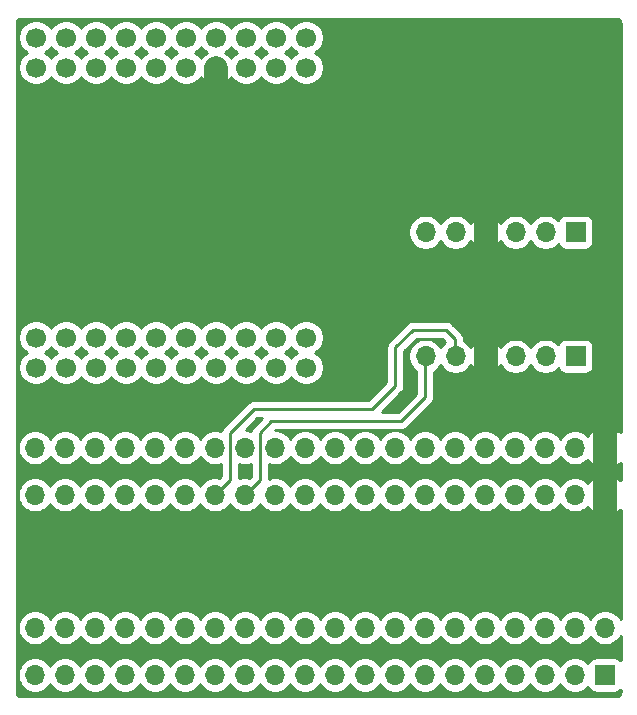
<source format=gbl>
G04 #@! TF.GenerationSoftware,KiCad,Pcbnew,(5.1.6)-1*
G04 #@! TF.CreationDate,2021-10-27T15:33:21+03:00*
G04 #@! TF.ProjectId,df_selector,64665f73-656c-4656-9374-6f722e6b6963,rev?*
G04 #@! TF.SameCoordinates,Original*
G04 #@! TF.FileFunction,Copper,L2,Bot*
G04 #@! TF.FilePolarity,Positive*
%FSLAX46Y46*%
G04 Gerber Fmt 4.6, Leading zero omitted, Abs format (unit mm)*
G04 Created by KiCad (PCBNEW (5.1.6)-1) date 2021-10-27 15:33:21*
%MOMM*%
%LPD*%
G01*
G04 APERTURE LIST*
G04 #@! TA.AperFunction,ComponentPad*
%ADD10O,1.700000X1.700000*%
G04 #@! TD*
G04 #@! TA.AperFunction,ComponentPad*
%ADD11R,1.700000X1.700000*%
G04 #@! TD*
G04 #@! TA.AperFunction,ComponentPad*
%ADD12C,1.700000*%
G04 #@! TD*
G04 #@! TA.AperFunction,Conductor*
%ADD13C,0.250000*%
G04 #@! TD*
G04 #@! TA.AperFunction,Conductor*
%ADD14C,2.000000*%
G04 #@! TD*
G04 #@! TA.AperFunction,NonConductor*
%ADD15C,0.254000*%
G04 #@! TD*
G04 APERTURE END LIST*
D10*
X110840000Y-89750000D03*
X108300000Y-89750000D03*
X113380000Y-89750000D03*
D11*
X121000000Y-89750000D03*
D10*
X115920000Y-89750000D03*
X118460000Y-89750000D03*
X108300000Y-79250000D03*
X110840000Y-79250000D03*
X113380000Y-79250000D03*
X115920000Y-79250000D03*
X118460000Y-79250000D03*
D11*
X121000000Y-79250000D03*
D12*
X75320000Y-88180000D03*
X75320000Y-90720000D03*
X77860000Y-90720000D03*
X77860000Y-88180000D03*
X80400000Y-90720000D03*
X80400000Y-88180000D03*
X82940000Y-90720000D03*
X82940000Y-88180000D03*
X85480000Y-90720000D03*
X85480000Y-88180000D03*
X88020000Y-90720000D03*
X88020000Y-88180000D03*
X90560000Y-90720000D03*
X90560000Y-88180000D03*
X93100000Y-90720000D03*
X93100000Y-88180000D03*
X95640000Y-90720000D03*
X95640000Y-88180000D03*
X98180000Y-90720000D03*
X98180000Y-88180000D03*
X75320000Y-65320000D03*
X75320000Y-62780000D03*
X77860000Y-65320000D03*
X77860000Y-62780000D03*
X80400000Y-65320000D03*
X80400000Y-62780000D03*
X82940000Y-65320000D03*
X82940000Y-62780000D03*
X85480000Y-65320000D03*
X85480000Y-62780000D03*
X88020000Y-65320000D03*
X88020000Y-62780000D03*
X90560000Y-65320000D03*
X90560000Y-62780000D03*
X93100000Y-65320000D03*
X93100000Y-62780000D03*
X95640000Y-65320000D03*
X95640000Y-62780000D03*
X98180000Y-65320000D03*
X98180000Y-62780000D03*
D10*
X123510000Y-112740000D03*
X75250000Y-97500000D03*
X120970000Y-112740000D03*
X77790000Y-97500000D03*
X118430000Y-112740000D03*
X80330000Y-97500000D03*
X115890000Y-112740000D03*
X82870000Y-97500000D03*
X113350000Y-112740000D03*
X85410000Y-97500000D03*
X110810000Y-112740000D03*
X87950000Y-97500000D03*
X108270000Y-112740000D03*
X90490000Y-97500000D03*
X105730000Y-112740000D03*
X93030000Y-97500000D03*
X103190000Y-112740000D03*
X95570000Y-97500000D03*
X100650000Y-112740000D03*
X98110000Y-97500000D03*
X98110000Y-112740000D03*
X100650000Y-97500000D03*
X95570000Y-112740000D03*
X103190000Y-97500000D03*
X93030000Y-112740000D03*
X105730000Y-97500000D03*
X90490000Y-112740000D03*
X108270000Y-97500000D03*
X87950000Y-112740000D03*
X110810000Y-97500000D03*
X85410000Y-112740000D03*
X113350000Y-97500000D03*
X82870000Y-112740000D03*
X115890000Y-97500000D03*
X80330000Y-112740000D03*
X118430000Y-97500000D03*
X77790000Y-112740000D03*
X120970000Y-97500000D03*
X75250000Y-112740000D03*
D11*
X123510000Y-97500000D03*
X123500000Y-101500000D03*
D10*
X120960000Y-101500000D03*
X118420000Y-101500000D03*
X115880000Y-101500000D03*
X113340000Y-101500000D03*
X110800000Y-101500000D03*
X108260000Y-101500000D03*
X105720000Y-101500000D03*
X103180000Y-101500000D03*
X100640000Y-101500000D03*
X98100000Y-101500000D03*
X95560000Y-101500000D03*
X93020000Y-101500000D03*
X90480000Y-101500000D03*
X87940000Y-101500000D03*
X85400000Y-101500000D03*
X82860000Y-101500000D03*
X80320000Y-101500000D03*
X77780000Y-101500000D03*
X75240000Y-101500000D03*
X75240000Y-116750000D03*
X77780000Y-116750000D03*
X80320000Y-116750000D03*
X82860000Y-116750000D03*
X85400000Y-116750000D03*
X87940000Y-116750000D03*
X90480000Y-116750000D03*
X93020000Y-116750000D03*
X95560000Y-116750000D03*
X98100000Y-116750000D03*
X100640000Y-116750000D03*
X103180000Y-116750000D03*
X105720000Y-116750000D03*
X108260000Y-116750000D03*
X110800000Y-116750000D03*
X113340000Y-116750000D03*
X115880000Y-116750000D03*
X118420000Y-116750000D03*
X120960000Y-116750000D03*
D11*
X123500000Y-116750000D03*
D13*
X94250000Y-100270000D02*
X94250000Y-96250000D01*
X93020000Y-101500000D02*
X94250000Y-100270000D01*
X108250000Y-93250000D02*
X108250000Y-89750000D01*
X94250000Y-96250000D02*
X95250000Y-95250000D01*
X95250000Y-95250000D02*
X106250000Y-95250000D01*
X106250000Y-95250000D02*
X108250000Y-93250000D01*
X110000000Y-87500000D02*
X110790000Y-88290000D01*
X107250000Y-87500000D02*
X110000000Y-87500000D01*
X105750000Y-89000000D02*
X107250000Y-87500000D01*
X105750000Y-92250000D02*
X105750000Y-89000000D01*
X110790000Y-88290000D02*
X110790000Y-89750000D01*
X91750000Y-100230000D02*
X91750000Y-96250000D01*
X91750000Y-96250000D02*
X93750000Y-94250000D01*
X90480000Y-101500000D02*
X91750000Y-100230000D01*
X93750000Y-94250000D02*
X103750000Y-94250000D01*
X103750000Y-94250000D02*
X105750000Y-92250000D01*
D14*
X123510000Y-101490000D02*
X123500000Y-101500000D01*
X90560000Y-65320000D02*
X90560000Y-66690000D01*
X113380000Y-79250000D02*
X113380000Y-78120000D01*
X113380000Y-79250000D02*
X113380000Y-80620000D01*
X113380000Y-89750000D02*
X113380000Y-88380000D01*
X113380000Y-89750000D02*
X113380000Y-91380000D01*
X123510000Y-97500000D02*
X123510000Y-95760000D01*
X123500000Y-97510000D02*
X123510000Y-97500000D01*
X123500000Y-101500000D02*
X123500000Y-97510000D01*
X123500000Y-101500000D02*
X123500000Y-103500000D01*
D15*
G36*
X124560547Y-61194222D02*
G01*
X124618786Y-61211805D01*
X124672501Y-61240366D01*
X124719646Y-61278816D01*
X124758424Y-61325691D01*
X124787358Y-61379204D01*
X124805349Y-61437323D01*
X124815000Y-61529145D01*
X124815001Y-96203464D01*
X124811185Y-96198815D01*
X124714494Y-96119463D01*
X124604180Y-96060498D01*
X124484482Y-96024188D01*
X124360000Y-96011928D01*
X122660000Y-96011928D01*
X122535518Y-96024188D01*
X122415820Y-96060498D01*
X122305506Y-96119463D01*
X122208815Y-96198815D01*
X122129463Y-96295506D01*
X122070498Y-96405820D01*
X122048487Y-96478380D01*
X121916632Y-96346525D01*
X121673411Y-96184010D01*
X121403158Y-96072068D01*
X121116260Y-96015000D01*
X120823740Y-96015000D01*
X120536842Y-96072068D01*
X120266589Y-96184010D01*
X120023368Y-96346525D01*
X119816525Y-96553368D01*
X119700000Y-96727760D01*
X119583475Y-96553368D01*
X119376632Y-96346525D01*
X119133411Y-96184010D01*
X118863158Y-96072068D01*
X118576260Y-96015000D01*
X118283740Y-96015000D01*
X117996842Y-96072068D01*
X117726589Y-96184010D01*
X117483368Y-96346525D01*
X117276525Y-96553368D01*
X117160000Y-96727760D01*
X117043475Y-96553368D01*
X116836632Y-96346525D01*
X116593411Y-96184010D01*
X116323158Y-96072068D01*
X116036260Y-96015000D01*
X115743740Y-96015000D01*
X115456842Y-96072068D01*
X115186589Y-96184010D01*
X114943368Y-96346525D01*
X114736525Y-96553368D01*
X114620000Y-96727760D01*
X114503475Y-96553368D01*
X114296632Y-96346525D01*
X114053411Y-96184010D01*
X113783158Y-96072068D01*
X113496260Y-96015000D01*
X113203740Y-96015000D01*
X112916842Y-96072068D01*
X112646589Y-96184010D01*
X112403368Y-96346525D01*
X112196525Y-96553368D01*
X112080000Y-96727760D01*
X111963475Y-96553368D01*
X111756632Y-96346525D01*
X111513411Y-96184010D01*
X111243158Y-96072068D01*
X110956260Y-96015000D01*
X110663740Y-96015000D01*
X110376842Y-96072068D01*
X110106589Y-96184010D01*
X109863368Y-96346525D01*
X109656525Y-96553368D01*
X109540000Y-96727760D01*
X109423475Y-96553368D01*
X109216632Y-96346525D01*
X108973411Y-96184010D01*
X108703158Y-96072068D01*
X108416260Y-96015000D01*
X108123740Y-96015000D01*
X107836842Y-96072068D01*
X107566589Y-96184010D01*
X107323368Y-96346525D01*
X107116525Y-96553368D01*
X107000000Y-96727760D01*
X106883475Y-96553368D01*
X106676632Y-96346525D01*
X106433411Y-96184010D01*
X106163158Y-96072068D01*
X105876260Y-96015000D01*
X105583740Y-96015000D01*
X105296842Y-96072068D01*
X105026589Y-96184010D01*
X104783368Y-96346525D01*
X104576525Y-96553368D01*
X104460000Y-96727760D01*
X104343475Y-96553368D01*
X104136632Y-96346525D01*
X103893411Y-96184010D01*
X103623158Y-96072068D01*
X103336260Y-96015000D01*
X103043740Y-96015000D01*
X102756842Y-96072068D01*
X102486589Y-96184010D01*
X102243368Y-96346525D01*
X102036525Y-96553368D01*
X101920000Y-96727760D01*
X101803475Y-96553368D01*
X101596632Y-96346525D01*
X101353411Y-96184010D01*
X101083158Y-96072068D01*
X100796260Y-96015000D01*
X100503740Y-96015000D01*
X100216842Y-96072068D01*
X99946589Y-96184010D01*
X99703368Y-96346525D01*
X99496525Y-96553368D01*
X99380000Y-96727760D01*
X99263475Y-96553368D01*
X99056632Y-96346525D01*
X98813411Y-96184010D01*
X98543158Y-96072068D01*
X98256260Y-96015000D01*
X97963740Y-96015000D01*
X97676842Y-96072068D01*
X97406589Y-96184010D01*
X97163368Y-96346525D01*
X96956525Y-96553368D01*
X96840000Y-96727760D01*
X96723475Y-96553368D01*
X96516632Y-96346525D01*
X96273411Y-96184010D01*
X96003158Y-96072068D01*
X95716260Y-96015000D01*
X95559802Y-96015000D01*
X95564802Y-96010000D01*
X106212678Y-96010000D01*
X106250000Y-96013676D01*
X106287322Y-96010000D01*
X106287333Y-96010000D01*
X106398986Y-95999003D01*
X106542247Y-95955546D01*
X106674276Y-95884974D01*
X106790001Y-95790001D01*
X106813804Y-95760997D01*
X108761004Y-93813798D01*
X108790001Y-93790001D01*
X108855657Y-93709999D01*
X108884974Y-93674277D01*
X108955546Y-93542247D01*
X108955546Y-93542246D01*
X108999003Y-93398986D01*
X109010000Y-93287333D01*
X109010000Y-93287324D01*
X109013676Y-93250001D01*
X109010000Y-93212678D01*
X109010000Y-91061587D01*
X109246632Y-90903475D01*
X109453475Y-90696632D01*
X109570000Y-90522240D01*
X109686525Y-90696632D01*
X109893368Y-90903475D01*
X110136589Y-91065990D01*
X110406842Y-91177932D01*
X110693740Y-91235000D01*
X110986260Y-91235000D01*
X111273158Y-91177932D01*
X111543411Y-91065990D01*
X111786632Y-90903475D01*
X111993475Y-90696632D01*
X112110000Y-90522240D01*
X112226525Y-90696632D01*
X112433368Y-90903475D01*
X112676589Y-91065990D01*
X112946842Y-91177932D01*
X113233740Y-91235000D01*
X113526260Y-91235000D01*
X113813158Y-91177932D01*
X114083411Y-91065990D01*
X114326632Y-90903475D01*
X114533475Y-90696632D01*
X114650000Y-90522240D01*
X114766525Y-90696632D01*
X114973368Y-90903475D01*
X115216589Y-91065990D01*
X115486842Y-91177932D01*
X115773740Y-91235000D01*
X116066260Y-91235000D01*
X116353158Y-91177932D01*
X116623411Y-91065990D01*
X116866632Y-90903475D01*
X117073475Y-90696632D01*
X117190000Y-90522240D01*
X117306525Y-90696632D01*
X117513368Y-90903475D01*
X117756589Y-91065990D01*
X118026842Y-91177932D01*
X118313740Y-91235000D01*
X118606260Y-91235000D01*
X118893158Y-91177932D01*
X119163411Y-91065990D01*
X119406632Y-90903475D01*
X119538487Y-90771620D01*
X119560498Y-90844180D01*
X119619463Y-90954494D01*
X119698815Y-91051185D01*
X119795506Y-91130537D01*
X119905820Y-91189502D01*
X120025518Y-91225812D01*
X120150000Y-91238072D01*
X121850000Y-91238072D01*
X121974482Y-91225812D01*
X122094180Y-91189502D01*
X122204494Y-91130537D01*
X122301185Y-91051185D01*
X122380537Y-90954494D01*
X122439502Y-90844180D01*
X122475812Y-90724482D01*
X122488072Y-90600000D01*
X122488072Y-88900000D01*
X122475812Y-88775518D01*
X122439502Y-88655820D01*
X122380537Y-88545506D01*
X122301185Y-88448815D01*
X122204494Y-88369463D01*
X122094180Y-88310498D01*
X121974482Y-88274188D01*
X121850000Y-88261928D01*
X120150000Y-88261928D01*
X120025518Y-88274188D01*
X119905820Y-88310498D01*
X119795506Y-88369463D01*
X119698815Y-88448815D01*
X119619463Y-88545506D01*
X119560498Y-88655820D01*
X119538487Y-88728380D01*
X119406632Y-88596525D01*
X119163411Y-88434010D01*
X118893158Y-88322068D01*
X118606260Y-88265000D01*
X118313740Y-88265000D01*
X118026842Y-88322068D01*
X117756589Y-88434010D01*
X117513368Y-88596525D01*
X117306525Y-88803368D01*
X117190000Y-88977760D01*
X117073475Y-88803368D01*
X116866632Y-88596525D01*
X116623411Y-88434010D01*
X116353158Y-88322068D01*
X116066260Y-88265000D01*
X115773740Y-88265000D01*
X115486842Y-88322068D01*
X115216589Y-88434010D01*
X114973368Y-88596525D01*
X114766525Y-88803368D01*
X114650000Y-88977760D01*
X114533475Y-88803368D01*
X114326632Y-88596525D01*
X114083411Y-88434010D01*
X113813158Y-88322068D01*
X113526260Y-88265000D01*
X113233740Y-88265000D01*
X112946842Y-88322068D01*
X112676589Y-88434010D01*
X112433368Y-88596525D01*
X112226525Y-88803368D01*
X112110000Y-88977760D01*
X111993475Y-88803368D01*
X111786632Y-88596525D01*
X111550000Y-88438413D01*
X111550000Y-88327325D01*
X111553676Y-88290000D01*
X111550000Y-88252675D01*
X111550000Y-88252667D01*
X111539003Y-88141014D01*
X111495546Y-87997753D01*
X111424974Y-87865724D01*
X111330001Y-87749999D01*
X111301004Y-87726202D01*
X110563803Y-86989002D01*
X110540001Y-86959999D01*
X110424276Y-86865026D01*
X110292247Y-86794454D01*
X110148986Y-86750997D01*
X110037333Y-86740000D01*
X110037322Y-86740000D01*
X110000000Y-86736324D01*
X109962678Y-86740000D01*
X107287322Y-86740000D01*
X107249999Y-86736324D01*
X107212676Y-86740000D01*
X107212667Y-86740000D01*
X107101014Y-86750997D01*
X106957753Y-86794454D01*
X106825724Y-86865026D01*
X106709999Y-86959999D01*
X106686201Y-86988997D01*
X105238998Y-88436201D01*
X105210000Y-88459999D01*
X105186202Y-88488997D01*
X105186201Y-88488998D01*
X105115026Y-88575724D01*
X105044454Y-88707754D01*
X105042476Y-88714276D01*
X105000998Y-88851014D01*
X104990001Y-88962667D01*
X104986324Y-89000000D01*
X104990001Y-89037332D01*
X104990000Y-91935198D01*
X103435199Y-93490000D01*
X93787322Y-93490000D01*
X93749999Y-93486324D01*
X93712676Y-93490000D01*
X93712667Y-93490000D01*
X93601014Y-93500997D01*
X93465032Y-93542246D01*
X93457753Y-93544454D01*
X93325723Y-93615026D01*
X93253526Y-93674277D01*
X93209999Y-93709999D01*
X93186201Y-93738997D01*
X91238998Y-95686201D01*
X91210000Y-95709999D01*
X91186202Y-95738997D01*
X91186201Y-95738998D01*
X91115026Y-95825724D01*
X91044454Y-95957754D01*
X91000998Y-96101015D01*
X91000686Y-96104181D01*
X90923158Y-96072068D01*
X90636260Y-96015000D01*
X90343740Y-96015000D01*
X90056842Y-96072068D01*
X89786589Y-96184010D01*
X89543368Y-96346525D01*
X89336525Y-96553368D01*
X89220000Y-96727760D01*
X89103475Y-96553368D01*
X88896632Y-96346525D01*
X88653411Y-96184010D01*
X88383158Y-96072068D01*
X88096260Y-96015000D01*
X87803740Y-96015000D01*
X87516842Y-96072068D01*
X87246589Y-96184010D01*
X87003368Y-96346525D01*
X86796525Y-96553368D01*
X86680000Y-96727760D01*
X86563475Y-96553368D01*
X86356632Y-96346525D01*
X86113411Y-96184010D01*
X85843158Y-96072068D01*
X85556260Y-96015000D01*
X85263740Y-96015000D01*
X84976842Y-96072068D01*
X84706589Y-96184010D01*
X84463368Y-96346525D01*
X84256525Y-96553368D01*
X84140000Y-96727760D01*
X84023475Y-96553368D01*
X83816632Y-96346525D01*
X83573411Y-96184010D01*
X83303158Y-96072068D01*
X83016260Y-96015000D01*
X82723740Y-96015000D01*
X82436842Y-96072068D01*
X82166589Y-96184010D01*
X81923368Y-96346525D01*
X81716525Y-96553368D01*
X81600000Y-96727760D01*
X81483475Y-96553368D01*
X81276632Y-96346525D01*
X81033411Y-96184010D01*
X80763158Y-96072068D01*
X80476260Y-96015000D01*
X80183740Y-96015000D01*
X79896842Y-96072068D01*
X79626589Y-96184010D01*
X79383368Y-96346525D01*
X79176525Y-96553368D01*
X79060000Y-96727760D01*
X78943475Y-96553368D01*
X78736632Y-96346525D01*
X78493411Y-96184010D01*
X78223158Y-96072068D01*
X77936260Y-96015000D01*
X77643740Y-96015000D01*
X77356842Y-96072068D01*
X77086589Y-96184010D01*
X76843368Y-96346525D01*
X76636525Y-96553368D01*
X76520000Y-96727760D01*
X76403475Y-96553368D01*
X76196632Y-96346525D01*
X75953411Y-96184010D01*
X75683158Y-96072068D01*
X75396260Y-96015000D01*
X75103740Y-96015000D01*
X74816842Y-96072068D01*
X74546589Y-96184010D01*
X74303368Y-96346525D01*
X74096525Y-96553368D01*
X73934010Y-96796589D01*
X73822068Y-97066842D01*
X73765000Y-97353740D01*
X73765000Y-97646260D01*
X73822068Y-97933158D01*
X73934010Y-98203411D01*
X74096525Y-98446632D01*
X74303368Y-98653475D01*
X74546589Y-98815990D01*
X74816842Y-98927932D01*
X75103740Y-98985000D01*
X75396260Y-98985000D01*
X75683158Y-98927932D01*
X75953411Y-98815990D01*
X76196632Y-98653475D01*
X76403475Y-98446632D01*
X76520000Y-98272240D01*
X76636525Y-98446632D01*
X76843368Y-98653475D01*
X77086589Y-98815990D01*
X77356842Y-98927932D01*
X77643740Y-98985000D01*
X77936260Y-98985000D01*
X78223158Y-98927932D01*
X78493411Y-98815990D01*
X78736632Y-98653475D01*
X78943475Y-98446632D01*
X79060000Y-98272240D01*
X79176525Y-98446632D01*
X79383368Y-98653475D01*
X79626589Y-98815990D01*
X79896842Y-98927932D01*
X80183740Y-98985000D01*
X80476260Y-98985000D01*
X80763158Y-98927932D01*
X81033411Y-98815990D01*
X81276632Y-98653475D01*
X81483475Y-98446632D01*
X81600000Y-98272240D01*
X81716525Y-98446632D01*
X81923368Y-98653475D01*
X82166589Y-98815990D01*
X82436842Y-98927932D01*
X82723740Y-98985000D01*
X83016260Y-98985000D01*
X83303158Y-98927932D01*
X83573411Y-98815990D01*
X83816632Y-98653475D01*
X84023475Y-98446632D01*
X84140000Y-98272240D01*
X84256525Y-98446632D01*
X84463368Y-98653475D01*
X84706589Y-98815990D01*
X84976842Y-98927932D01*
X85263740Y-98985000D01*
X85556260Y-98985000D01*
X85843158Y-98927932D01*
X86113411Y-98815990D01*
X86356632Y-98653475D01*
X86563475Y-98446632D01*
X86680000Y-98272240D01*
X86796525Y-98446632D01*
X87003368Y-98653475D01*
X87246589Y-98815990D01*
X87516842Y-98927932D01*
X87803740Y-98985000D01*
X88096260Y-98985000D01*
X88383158Y-98927932D01*
X88653411Y-98815990D01*
X88896632Y-98653475D01*
X89103475Y-98446632D01*
X89220000Y-98272240D01*
X89336525Y-98446632D01*
X89543368Y-98653475D01*
X89786589Y-98815990D01*
X90056842Y-98927932D01*
X90343740Y-98985000D01*
X90636260Y-98985000D01*
X90923158Y-98927932D01*
X90990000Y-98900245D01*
X90990000Y-99915198D01*
X90846408Y-100058790D01*
X90626260Y-100015000D01*
X90333740Y-100015000D01*
X90046842Y-100072068D01*
X89776589Y-100184010D01*
X89533368Y-100346525D01*
X89326525Y-100553368D01*
X89210000Y-100727760D01*
X89093475Y-100553368D01*
X88886632Y-100346525D01*
X88643411Y-100184010D01*
X88373158Y-100072068D01*
X88086260Y-100015000D01*
X87793740Y-100015000D01*
X87506842Y-100072068D01*
X87236589Y-100184010D01*
X86993368Y-100346525D01*
X86786525Y-100553368D01*
X86670000Y-100727760D01*
X86553475Y-100553368D01*
X86346632Y-100346525D01*
X86103411Y-100184010D01*
X85833158Y-100072068D01*
X85546260Y-100015000D01*
X85253740Y-100015000D01*
X84966842Y-100072068D01*
X84696589Y-100184010D01*
X84453368Y-100346525D01*
X84246525Y-100553368D01*
X84130000Y-100727760D01*
X84013475Y-100553368D01*
X83806632Y-100346525D01*
X83563411Y-100184010D01*
X83293158Y-100072068D01*
X83006260Y-100015000D01*
X82713740Y-100015000D01*
X82426842Y-100072068D01*
X82156589Y-100184010D01*
X81913368Y-100346525D01*
X81706525Y-100553368D01*
X81590000Y-100727760D01*
X81473475Y-100553368D01*
X81266632Y-100346525D01*
X81023411Y-100184010D01*
X80753158Y-100072068D01*
X80466260Y-100015000D01*
X80173740Y-100015000D01*
X79886842Y-100072068D01*
X79616589Y-100184010D01*
X79373368Y-100346525D01*
X79166525Y-100553368D01*
X79050000Y-100727760D01*
X78933475Y-100553368D01*
X78726632Y-100346525D01*
X78483411Y-100184010D01*
X78213158Y-100072068D01*
X77926260Y-100015000D01*
X77633740Y-100015000D01*
X77346842Y-100072068D01*
X77076589Y-100184010D01*
X76833368Y-100346525D01*
X76626525Y-100553368D01*
X76510000Y-100727760D01*
X76393475Y-100553368D01*
X76186632Y-100346525D01*
X75943411Y-100184010D01*
X75673158Y-100072068D01*
X75386260Y-100015000D01*
X75093740Y-100015000D01*
X74806842Y-100072068D01*
X74536589Y-100184010D01*
X74293368Y-100346525D01*
X74086525Y-100553368D01*
X73924010Y-100796589D01*
X73812068Y-101066842D01*
X73755000Y-101353740D01*
X73755000Y-101646260D01*
X73812068Y-101933158D01*
X73924010Y-102203411D01*
X74086525Y-102446632D01*
X74293368Y-102653475D01*
X74536589Y-102815990D01*
X74806842Y-102927932D01*
X75093740Y-102985000D01*
X75386260Y-102985000D01*
X75673158Y-102927932D01*
X75943411Y-102815990D01*
X76186632Y-102653475D01*
X76393475Y-102446632D01*
X76510000Y-102272240D01*
X76626525Y-102446632D01*
X76833368Y-102653475D01*
X77076589Y-102815990D01*
X77346842Y-102927932D01*
X77633740Y-102985000D01*
X77926260Y-102985000D01*
X78213158Y-102927932D01*
X78483411Y-102815990D01*
X78726632Y-102653475D01*
X78933475Y-102446632D01*
X79050000Y-102272240D01*
X79166525Y-102446632D01*
X79373368Y-102653475D01*
X79616589Y-102815990D01*
X79886842Y-102927932D01*
X80173740Y-102985000D01*
X80466260Y-102985000D01*
X80753158Y-102927932D01*
X81023411Y-102815990D01*
X81266632Y-102653475D01*
X81473475Y-102446632D01*
X81590000Y-102272240D01*
X81706525Y-102446632D01*
X81913368Y-102653475D01*
X82156589Y-102815990D01*
X82426842Y-102927932D01*
X82713740Y-102985000D01*
X83006260Y-102985000D01*
X83293158Y-102927932D01*
X83563411Y-102815990D01*
X83806632Y-102653475D01*
X84013475Y-102446632D01*
X84130000Y-102272240D01*
X84246525Y-102446632D01*
X84453368Y-102653475D01*
X84696589Y-102815990D01*
X84966842Y-102927932D01*
X85253740Y-102985000D01*
X85546260Y-102985000D01*
X85833158Y-102927932D01*
X86103411Y-102815990D01*
X86346632Y-102653475D01*
X86553475Y-102446632D01*
X86670000Y-102272240D01*
X86786525Y-102446632D01*
X86993368Y-102653475D01*
X87236589Y-102815990D01*
X87506842Y-102927932D01*
X87793740Y-102985000D01*
X88086260Y-102985000D01*
X88373158Y-102927932D01*
X88643411Y-102815990D01*
X88886632Y-102653475D01*
X89093475Y-102446632D01*
X89210000Y-102272240D01*
X89326525Y-102446632D01*
X89533368Y-102653475D01*
X89776589Y-102815990D01*
X90046842Y-102927932D01*
X90333740Y-102985000D01*
X90626260Y-102985000D01*
X90913158Y-102927932D01*
X91183411Y-102815990D01*
X91426632Y-102653475D01*
X91633475Y-102446632D01*
X91750000Y-102272240D01*
X91866525Y-102446632D01*
X92073368Y-102653475D01*
X92316589Y-102815990D01*
X92586842Y-102927932D01*
X92873740Y-102985000D01*
X93166260Y-102985000D01*
X93453158Y-102927932D01*
X93723411Y-102815990D01*
X93966632Y-102653475D01*
X94173475Y-102446632D01*
X94290000Y-102272240D01*
X94406525Y-102446632D01*
X94613368Y-102653475D01*
X94856589Y-102815990D01*
X95126842Y-102927932D01*
X95413740Y-102985000D01*
X95706260Y-102985000D01*
X95993158Y-102927932D01*
X96263411Y-102815990D01*
X96506632Y-102653475D01*
X96713475Y-102446632D01*
X96830000Y-102272240D01*
X96946525Y-102446632D01*
X97153368Y-102653475D01*
X97396589Y-102815990D01*
X97666842Y-102927932D01*
X97953740Y-102985000D01*
X98246260Y-102985000D01*
X98533158Y-102927932D01*
X98803411Y-102815990D01*
X99046632Y-102653475D01*
X99253475Y-102446632D01*
X99370000Y-102272240D01*
X99486525Y-102446632D01*
X99693368Y-102653475D01*
X99936589Y-102815990D01*
X100206842Y-102927932D01*
X100493740Y-102985000D01*
X100786260Y-102985000D01*
X101073158Y-102927932D01*
X101343411Y-102815990D01*
X101586632Y-102653475D01*
X101793475Y-102446632D01*
X101910000Y-102272240D01*
X102026525Y-102446632D01*
X102233368Y-102653475D01*
X102476589Y-102815990D01*
X102746842Y-102927932D01*
X103033740Y-102985000D01*
X103326260Y-102985000D01*
X103613158Y-102927932D01*
X103883411Y-102815990D01*
X104126632Y-102653475D01*
X104333475Y-102446632D01*
X104450000Y-102272240D01*
X104566525Y-102446632D01*
X104773368Y-102653475D01*
X105016589Y-102815990D01*
X105286842Y-102927932D01*
X105573740Y-102985000D01*
X105866260Y-102985000D01*
X106153158Y-102927932D01*
X106423411Y-102815990D01*
X106666632Y-102653475D01*
X106873475Y-102446632D01*
X106990000Y-102272240D01*
X107106525Y-102446632D01*
X107313368Y-102653475D01*
X107556589Y-102815990D01*
X107826842Y-102927932D01*
X108113740Y-102985000D01*
X108406260Y-102985000D01*
X108693158Y-102927932D01*
X108963411Y-102815990D01*
X109206632Y-102653475D01*
X109413475Y-102446632D01*
X109530000Y-102272240D01*
X109646525Y-102446632D01*
X109853368Y-102653475D01*
X110096589Y-102815990D01*
X110366842Y-102927932D01*
X110653740Y-102985000D01*
X110946260Y-102985000D01*
X111233158Y-102927932D01*
X111503411Y-102815990D01*
X111746632Y-102653475D01*
X111953475Y-102446632D01*
X112070000Y-102272240D01*
X112186525Y-102446632D01*
X112393368Y-102653475D01*
X112636589Y-102815990D01*
X112906842Y-102927932D01*
X113193740Y-102985000D01*
X113486260Y-102985000D01*
X113773158Y-102927932D01*
X114043411Y-102815990D01*
X114286632Y-102653475D01*
X114493475Y-102446632D01*
X114610000Y-102272240D01*
X114726525Y-102446632D01*
X114933368Y-102653475D01*
X115176589Y-102815990D01*
X115446842Y-102927932D01*
X115733740Y-102985000D01*
X116026260Y-102985000D01*
X116313158Y-102927932D01*
X116583411Y-102815990D01*
X116826632Y-102653475D01*
X117033475Y-102446632D01*
X117150000Y-102272240D01*
X117266525Y-102446632D01*
X117473368Y-102653475D01*
X117716589Y-102815990D01*
X117986842Y-102927932D01*
X118273740Y-102985000D01*
X118566260Y-102985000D01*
X118853158Y-102927932D01*
X119123411Y-102815990D01*
X119366632Y-102653475D01*
X119573475Y-102446632D01*
X119690000Y-102272240D01*
X119806525Y-102446632D01*
X120013368Y-102653475D01*
X120256589Y-102815990D01*
X120526842Y-102927932D01*
X120813740Y-102985000D01*
X121106260Y-102985000D01*
X121393158Y-102927932D01*
X121663411Y-102815990D01*
X121906632Y-102653475D01*
X122038487Y-102521620D01*
X122060498Y-102594180D01*
X122119463Y-102704494D01*
X122198815Y-102801185D01*
X122295506Y-102880537D01*
X122405820Y-102939502D01*
X122525518Y-102975812D01*
X122650000Y-102988072D01*
X122815572Y-102988072D01*
X122871286Y-103017852D01*
X123179484Y-103111342D01*
X123500000Y-103142911D01*
X123820516Y-103111342D01*
X124128714Y-103017852D01*
X124184428Y-102988072D01*
X124350000Y-102988072D01*
X124474482Y-102975812D01*
X124594180Y-102939502D01*
X124704494Y-102880537D01*
X124801185Y-102801185D01*
X124815001Y-102784350D01*
X124815001Y-112020143D01*
X124663475Y-111793368D01*
X124456632Y-111586525D01*
X124213411Y-111424010D01*
X123943158Y-111312068D01*
X123656260Y-111255000D01*
X123363740Y-111255000D01*
X123076842Y-111312068D01*
X122806589Y-111424010D01*
X122563368Y-111586525D01*
X122356525Y-111793368D01*
X122240000Y-111967760D01*
X122123475Y-111793368D01*
X121916632Y-111586525D01*
X121673411Y-111424010D01*
X121403158Y-111312068D01*
X121116260Y-111255000D01*
X120823740Y-111255000D01*
X120536842Y-111312068D01*
X120266589Y-111424010D01*
X120023368Y-111586525D01*
X119816525Y-111793368D01*
X119700000Y-111967760D01*
X119583475Y-111793368D01*
X119376632Y-111586525D01*
X119133411Y-111424010D01*
X118863158Y-111312068D01*
X118576260Y-111255000D01*
X118283740Y-111255000D01*
X117996842Y-111312068D01*
X117726589Y-111424010D01*
X117483368Y-111586525D01*
X117276525Y-111793368D01*
X117160000Y-111967760D01*
X117043475Y-111793368D01*
X116836632Y-111586525D01*
X116593411Y-111424010D01*
X116323158Y-111312068D01*
X116036260Y-111255000D01*
X115743740Y-111255000D01*
X115456842Y-111312068D01*
X115186589Y-111424010D01*
X114943368Y-111586525D01*
X114736525Y-111793368D01*
X114620000Y-111967760D01*
X114503475Y-111793368D01*
X114296632Y-111586525D01*
X114053411Y-111424010D01*
X113783158Y-111312068D01*
X113496260Y-111255000D01*
X113203740Y-111255000D01*
X112916842Y-111312068D01*
X112646589Y-111424010D01*
X112403368Y-111586525D01*
X112196525Y-111793368D01*
X112080000Y-111967760D01*
X111963475Y-111793368D01*
X111756632Y-111586525D01*
X111513411Y-111424010D01*
X111243158Y-111312068D01*
X110956260Y-111255000D01*
X110663740Y-111255000D01*
X110376842Y-111312068D01*
X110106589Y-111424010D01*
X109863368Y-111586525D01*
X109656525Y-111793368D01*
X109540000Y-111967760D01*
X109423475Y-111793368D01*
X109216632Y-111586525D01*
X108973411Y-111424010D01*
X108703158Y-111312068D01*
X108416260Y-111255000D01*
X108123740Y-111255000D01*
X107836842Y-111312068D01*
X107566589Y-111424010D01*
X107323368Y-111586525D01*
X107116525Y-111793368D01*
X107000000Y-111967760D01*
X106883475Y-111793368D01*
X106676632Y-111586525D01*
X106433411Y-111424010D01*
X106163158Y-111312068D01*
X105876260Y-111255000D01*
X105583740Y-111255000D01*
X105296842Y-111312068D01*
X105026589Y-111424010D01*
X104783368Y-111586525D01*
X104576525Y-111793368D01*
X104460000Y-111967760D01*
X104343475Y-111793368D01*
X104136632Y-111586525D01*
X103893411Y-111424010D01*
X103623158Y-111312068D01*
X103336260Y-111255000D01*
X103043740Y-111255000D01*
X102756842Y-111312068D01*
X102486589Y-111424010D01*
X102243368Y-111586525D01*
X102036525Y-111793368D01*
X101920000Y-111967760D01*
X101803475Y-111793368D01*
X101596632Y-111586525D01*
X101353411Y-111424010D01*
X101083158Y-111312068D01*
X100796260Y-111255000D01*
X100503740Y-111255000D01*
X100216842Y-111312068D01*
X99946589Y-111424010D01*
X99703368Y-111586525D01*
X99496525Y-111793368D01*
X99380000Y-111967760D01*
X99263475Y-111793368D01*
X99056632Y-111586525D01*
X98813411Y-111424010D01*
X98543158Y-111312068D01*
X98256260Y-111255000D01*
X97963740Y-111255000D01*
X97676842Y-111312068D01*
X97406589Y-111424010D01*
X97163368Y-111586525D01*
X96956525Y-111793368D01*
X96840000Y-111967760D01*
X96723475Y-111793368D01*
X96516632Y-111586525D01*
X96273411Y-111424010D01*
X96003158Y-111312068D01*
X95716260Y-111255000D01*
X95423740Y-111255000D01*
X95136842Y-111312068D01*
X94866589Y-111424010D01*
X94623368Y-111586525D01*
X94416525Y-111793368D01*
X94300000Y-111967760D01*
X94183475Y-111793368D01*
X93976632Y-111586525D01*
X93733411Y-111424010D01*
X93463158Y-111312068D01*
X93176260Y-111255000D01*
X92883740Y-111255000D01*
X92596842Y-111312068D01*
X92326589Y-111424010D01*
X92083368Y-111586525D01*
X91876525Y-111793368D01*
X91760000Y-111967760D01*
X91643475Y-111793368D01*
X91436632Y-111586525D01*
X91193411Y-111424010D01*
X90923158Y-111312068D01*
X90636260Y-111255000D01*
X90343740Y-111255000D01*
X90056842Y-111312068D01*
X89786589Y-111424010D01*
X89543368Y-111586525D01*
X89336525Y-111793368D01*
X89220000Y-111967760D01*
X89103475Y-111793368D01*
X88896632Y-111586525D01*
X88653411Y-111424010D01*
X88383158Y-111312068D01*
X88096260Y-111255000D01*
X87803740Y-111255000D01*
X87516842Y-111312068D01*
X87246589Y-111424010D01*
X87003368Y-111586525D01*
X86796525Y-111793368D01*
X86680000Y-111967760D01*
X86563475Y-111793368D01*
X86356632Y-111586525D01*
X86113411Y-111424010D01*
X85843158Y-111312068D01*
X85556260Y-111255000D01*
X85263740Y-111255000D01*
X84976842Y-111312068D01*
X84706589Y-111424010D01*
X84463368Y-111586525D01*
X84256525Y-111793368D01*
X84140000Y-111967760D01*
X84023475Y-111793368D01*
X83816632Y-111586525D01*
X83573411Y-111424010D01*
X83303158Y-111312068D01*
X83016260Y-111255000D01*
X82723740Y-111255000D01*
X82436842Y-111312068D01*
X82166589Y-111424010D01*
X81923368Y-111586525D01*
X81716525Y-111793368D01*
X81600000Y-111967760D01*
X81483475Y-111793368D01*
X81276632Y-111586525D01*
X81033411Y-111424010D01*
X80763158Y-111312068D01*
X80476260Y-111255000D01*
X80183740Y-111255000D01*
X79896842Y-111312068D01*
X79626589Y-111424010D01*
X79383368Y-111586525D01*
X79176525Y-111793368D01*
X79060000Y-111967760D01*
X78943475Y-111793368D01*
X78736632Y-111586525D01*
X78493411Y-111424010D01*
X78223158Y-111312068D01*
X77936260Y-111255000D01*
X77643740Y-111255000D01*
X77356842Y-111312068D01*
X77086589Y-111424010D01*
X76843368Y-111586525D01*
X76636525Y-111793368D01*
X76520000Y-111967760D01*
X76403475Y-111793368D01*
X76196632Y-111586525D01*
X75953411Y-111424010D01*
X75683158Y-111312068D01*
X75396260Y-111255000D01*
X75103740Y-111255000D01*
X74816842Y-111312068D01*
X74546589Y-111424010D01*
X74303368Y-111586525D01*
X74096525Y-111793368D01*
X73934010Y-112036589D01*
X73822068Y-112306842D01*
X73765000Y-112593740D01*
X73765000Y-112886260D01*
X73822068Y-113173158D01*
X73934010Y-113443411D01*
X74096525Y-113686632D01*
X74303368Y-113893475D01*
X74546589Y-114055990D01*
X74816842Y-114167932D01*
X75103740Y-114225000D01*
X75396260Y-114225000D01*
X75683158Y-114167932D01*
X75953411Y-114055990D01*
X76196632Y-113893475D01*
X76403475Y-113686632D01*
X76520000Y-113512240D01*
X76636525Y-113686632D01*
X76843368Y-113893475D01*
X77086589Y-114055990D01*
X77356842Y-114167932D01*
X77643740Y-114225000D01*
X77936260Y-114225000D01*
X78223158Y-114167932D01*
X78493411Y-114055990D01*
X78736632Y-113893475D01*
X78943475Y-113686632D01*
X79060000Y-113512240D01*
X79176525Y-113686632D01*
X79383368Y-113893475D01*
X79626589Y-114055990D01*
X79896842Y-114167932D01*
X80183740Y-114225000D01*
X80476260Y-114225000D01*
X80763158Y-114167932D01*
X81033411Y-114055990D01*
X81276632Y-113893475D01*
X81483475Y-113686632D01*
X81600000Y-113512240D01*
X81716525Y-113686632D01*
X81923368Y-113893475D01*
X82166589Y-114055990D01*
X82436842Y-114167932D01*
X82723740Y-114225000D01*
X83016260Y-114225000D01*
X83303158Y-114167932D01*
X83573411Y-114055990D01*
X83816632Y-113893475D01*
X84023475Y-113686632D01*
X84140000Y-113512240D01*
X84256525Y-113686632D01*
X84463368Y-113893475D01*
X84706589Y-114055990D01*
X84976842Y-114167932D01*
X85263740Y-114225000D01*
X85556260Y-114225000D01*
X85843158Y-114167932D01*
X86113411Y-114055990D01*
X86356632Y-113893475D01*
X86563475Y-113686632D01*
X86680000Y-113512240D01*
X86796525Y-113686632D01*
X87003368Y-113893475D01*
X87246589Y-114055990D01*
X87516842Y-114167932D01*
X87803740Y-114225000D01*
X88096260Y-114225000D01*
X88383158Y-114167932D01*
X88653411Y-114055990D01*
X88896632Y-113893475D01*
X89103475Y-113686632D01*
X89220000Y-113512240D01*
X89336525Y-113686632D01*
X89543368Y-113893475D01*
X89786589Y-114055990D01*
X90056842Y-114167932D01*
X90343740Y-114225000D01*
X90636260Y-114225000D01*
X90923158Y-114167932D01*
X91193411Y-114055990D01*
X91436632Y-113893475D01*
X91643475Y-113686632D01*
X91760000Y-113512240D01*
X91876525Y-113686632D01*
X92083368Y-113893475D01*
X92326589Y-114055990D01*
X92596842Y-114167932D01*
X92883740Y-114225000D01*
X93176260Y-114225000D01*
X93463158Y-114167932D01*
X93733411Y-114055990D01*
X93976632Y-113893475D01*
X94183475Y-113686632D01*
X94300000Y-113512240D01*
X94416525Y-113686632D01*
X94623368Y-113893475D01*
X94866589Y-114055990D01*
X95136842Y-114167932D01*
X95423740Y-114225000D01*
X95716260Y-114225000D01*
X96003158Y-114167932D01*
X96273411Y-114055990D01*
X96516632Y-113893475D01*
X96723475Y-113686632D01*
X96840000Y-113512240D01*
X96956525Y-113686632D01*
X97163368Y-113893475D01*
X97406589Y-114055990D01*
X97676842Y-114167932D01*
X97963740Y-114225000D01*
X98256260Y-114225000D01*
X98543158Y-114167932D01*
X98813411Y-114055990D01*
X99056632Y-113893475D01*
X99263475Y-113686632D01*
X99380000Y-113512240D01*
X99496525Y-113686632D01*
X99703368Y-113893475D01*
X99946589Y-114055990D01*
X100216842Y-114167932D01*
X100503740Y-114225000D01*
X100796260Y-114225000D01*
X101083158Y-114167932D01*
X101353411Y-114055990D01*
X101596632Y-113893475D01*
X101803475Y-113686632D01*
X101920000Y-113512240D01*
X102036525Y-113686632D01*
X102243368Y-113893475D01*
X102486589Y-114055990D01*
X102756842Y-114167932D01*
X103043740Y-114225000D01*
X103336260Y-114225000D01*
X103623158Y-114167932D01*
X103893411Y-114055990D01*
X104136632Y-113893475D01*
X104343475Y-113686632D01*
X104460000Y-113512240D01*
X104576525Y-113686632D01*
X104783368Y-113893475D01*
X105026589Y-114055990D01*
X105296842Y-114167932D01*
X105583740Y-114225000D01*
X105876260Y-114225000D01*
X106163158Y-114167932D01*
X106433411Y-114055990D01*
X106676632Y-113893475D01*
X106883475Y-113686632D01*
X107000000Y-113512240D01*
X107116525Y-113686632D01*
X107323368Y-113893475D01*
X107566589Y-114055990D01*
X107836842Y-114167932D01*
X108123740Y-114225000D01*
X108416260Y-114225000D01*
X108703158Y-114167932D01*
X108973411Y-114055990D01*
X109216632Y-113893475D01*
X109423475Y-113686632D01*
X109540000Y-113512240D01*
X109656525Y-113686632D01*
X109863368Y-113893475D01*
X110106589Y-114055990D01*
X110376842Y-114167932D01*
X110663740Y-114225000D01*
X110956260Y-114225000D01*
X111243158Y-114167932D01*
X111513411Y-114055990D01*
X111756632Y-113893475D01*
X111963475Y-113686632D01*
X112080000Y-113512240D01*
X112196525Y-113686632D01*
X112403368Y-113893475D01*
X112646589Y-114055990D01*
X112916842Y-114167932D01*
X113203740Y-114225000D01*
X113496260Y-114225000D01*
X113783158Y-114167932D01*
X114053411Y-114055990D01*
X114296632Y-113893475D01*
X114503475Y-113686632D01*
X114620000Y-113512240D01*
X114736525Y-113686632D01*
X114943368Y-113893475D01*
X115186589Y-114055990D01*
X115456842Y-114167932D01*
X115743740Y-114225000D01*
X116036260Y-114225000D01*
X116323158Y-114167932D01*
X116593411Y-114055990D01*
X116836632Y-113893475D01*
X117043475Y-113686632D01*
X117160000Y-113512240D01*
X117276525Y-113686632D01*
X117483368Y-113893475D01*
X117726589Y-114055990D01*
X117996842Y-114167932D01*
X118283740Y-114225000D01*
X118576260Y-114225000D01*
X118863158Y-114167932D01*
X119133411Y-114055990D01*
X119376632Y-113893475D01*
X119583475Y-113686632D01*
X119700000Y-113512240D01*
X119816525Y-113686632D01*
X120023368Y-113893475D01*
X120266589Y-114055990D01*
X120536842Y-114167932D01*
X120823740Y-114225000D01*
X121116260Y-114225000D01*
X121403158Y-114167932D01*
X121673411Y-114055990D01*
X121916632Y-113893475D01*
X122123475Y-113686632D01*
X122240000Y-113512240D01*
X122356525Y-113686632D01*
X122563368Y-113893475D01*
X122806589Y-114055990D01*
X123076842Y-114167932D01*
X123363740Y-114225000D01*
X123656260Y-114225000D01*
X123943158Y-114167932D01*
X124213411Y-114055990D01*
X124456632Y-113893475D01*
X124663475Y-113686632D01*
X124815001Y-113459857D01*
X124815001Y-115465650D01*
X124801185Y-115448815D01*
X124704494Y-115369463D01*
X124594180Y-115310498D01*
X124474482Y-115274188D01*
X124350000Y-115261928D01*
X122650000Y-115261928D01*
X122525518Y-115274188D01*
X122405820Y-115310498D01*
X122295506Y-115369463D01*
X122198815Y-115448815D01*
X122119463Y-115545506D01*
X122060498Y-115655820D01*
X122038487Y-115728380D01*
X121906632Y-115596525D01*
X121663411Y-115434010D01*
X121393158Y-115322068D01*
X121106260Y-115265000D01*
X120813740Y-115265000D01*
X120526842Y-115322068D01*
X120256589Y-115434010D01*
X120013368Y-115596525D01*
X119806525Y-115803368D01*
X119690000Y-115977760D01*
X119573475Y-115803368D01*
X119366632Y-115596525D01*
X119123411Y-115434010D01*
X118853158Y-115322068D01*
X118566260Y-115265000D01*
X118273740Y-115265000D01*
X117986842Y-115322068D01*
X117716589Y-115434010D01*
X117473368Y-115596525D01*
X117266525Y-115803368D01*
X117150000Y-115977760D01*
X117033475Y-115803368D01*
X116826632Y-115596525D01*
X116583411Y-115434010D01*
X116313158Y-115322068D01*
X116026260Y-115265000D01*
X115733740Y-115265000D01*
X115446842Y-115322068D01*
X115176589Y-115434010D01*
X114933368Y-115596525D01*
X114726525Y-115803368D01*
X114610000Y-115977760D01*
X114493475Y-115803368D01*
X114286632Y-115596525D01*
X114043411Y-115434010D01*
X113773158Y-115322068D01*
X113486260Y-115265000D01*
X113193740Y-115265000D01*
X112906842Y-115322068D01*
X112636589Y-115434010D01*
X112393368Y-115596525D01*
X112186525Y-115803368D01*
X112070000Y-115977760D01*
X111953475Y-115803368D01*
X111746632Y-115596525D01*
X111503411Y-115434010D01*
X111233158Y-115322068D01*
X110946260Y-115265000D01*
X110653740Y-115265000D01*
X110366842Y-115322068D01*
X110096589Y-115434010D01*
X109853368Y-115596525D01*
X109646525Y-115803368D01*
X109530000Y-115977760D01*
X109413475Y-115803368D01*
X109206632Y-115596525D01*
X108963411Y-115434010D01*
X108693158Y-115322068D01*
X108406260Y-115265000D01*
X108113740Y-115265000D01*
X107826842Y-115322068D01*
X107556589Y-115434010D01*
X107313368Y-115596525D01*
X107106525Y-115803368D01*
X106990000Y-115977760D01*
X106873475Y-115803368D01*
X106666632Y-115596525D01*
X106423411Y-115434010D01*
X106153158Y-115322068D01*
X105866260Y-115265000D01*
X105573740Y-115265000D01*
X105286842Y-115322068D01*
X105016589Y-115434010D01*
X104773368Y-115596525D01*
X104566525Y-115803368D01*
X104450000Y-115977760D01*
X104333475Y-115803368D01*
X104126632Y-115596525D01*
X103883411Y-115434010D01*
X103613158Y-115322068D01*
X103326260Y-115265000D01*
X103033740Y-115265000D01*
X102746842Y-115322068D01*
X102476589Y-115434010D01*
X102233368Y-115596525D01*
X102026525Y-115803368D01*
X101910000Y-115977760D01*
X101793475Y-115803368D01*
X101586632Y-115596525D01*
X101343411Y-115434010D01*
X101073158Y-115322068D01*
X100786260Y-115265000D01*
X100493740Y-115265000D01*
X100206842Y-115322068D01*
X99936589Y-115434010D01*
X99693368Y-115596525D01*
X99486525Y-115803368D01*
X99370000Y-115977760D01*
X99253475Y-115803368D01*
X99046632Y-115596525D01*
X98803411Y-115434010D01*
X98533158Y-115322068D01*
X98246260Y-115265000D01*
X97953740Y-115265000D01*
X97666842Y-115322068D01*
X97396589Y-115434010D01*
X97153368Y-115596525D01*
X96946525Y-115803368D01*
X96830000Y-115977760D01*
X96713475Y-115803368D01*
X96506632Y-115596525D01*
X96263411Y-115434010D01*
X95993158Y-115322068D01*
X95706260Y-115265000D01*
X95413740Y-115265000D01*
X95126842Y-115322068D01*
X94856589Y-115434010D01*
X94613368Y-115596525D01*
X94406525Y-115803368D01*
X94290000Y-115977760D01*
X94173475Y-115803368D01*
X93966632Y-115596525D01*
X93723411Y-115434010D01*
X93453158Y-115322068D01*
X93166260Y-115265000D01*
X92873740Y-115265000D01*
X92586842Y-115322068D01*
X92316589Y-115434010D01*
X92073368Y-115596525D01*
X91866525Y-115803368D01*
X91750000Y-115977760D01*
X91633475Y-115803368D01*
X91426632Y-115596525D01*
X91183411Y-115434010D01*
X90913158Y-115322068D01*
X90626260Y-115265000D01*
X90333740Y-115265000D01*
X90046842Y-115322068D01*
X89776589Y-115434010D01*
X89533368Y-115596525D01*
X89326525Y-115803368D01*
X89210000Y-115977760D01*
X89093475Y-115803368D01*
X88886632Y-115596525D01*
X88643411Y-115434010D01*
X88373158Y-115322068D01*
X88086260Y-115265000D01*
X87793740Y-115265000D01*
X87506842Y-115322068D01*
X87236589Y-115434010D01*
X86993368Y-115596525D01*
X86786525Y-115803368D01*
X86670000Y-115977760D01*
X86553475Y-115803368D01*
X86346632Y-115596525D01*
X86103411Y-115434010D01*
X85833158Y-115322068D01*
X85546260Y-115265000D01*
X85253740Y-115265000D01*
X84966842Y-115322068D01*
X84696589Y-115434010D01*
X84453368Y-115596525D01*
X84246525Y-115803368D01*
X84130000Y-115977760D01*
X84013475Y-115803368D01*
X83806632Y-115596525D01*
X83563411Y-115434010D01*
X83293158Y-115322068D01*
X83006260Y-115265000D01*
X82713740Y-115265000D01*
X82426842Y-115322068D01*
X82156589Y-115434010D01*
X81913368Y-115596525D01*
X81706525Y-115803368D01*
X81590000Y-115977760D01*
X81473475Y-115803368D01*
X81266632Y-115596525D01*
X81023411Y-115434010D01*
X80753158Y-115322068D01*
X80466260Y-115265000D01*
X80173740Y-115265000D01*
X79886842Y-115322068D01*
X79616589Y-115434010D01*
X79373368Y-115596525D01*
X79166525Y-115803368D01*
X79050000Y-115977760D01*
X78933475Y-115803368D01*
X78726632Y-115596525D01*
X78483411Y-115434010D01*
X78213158Y-115322068D01*
X77926260Y-115265000D01*
X77633740Y-115265000D01*
X77346842Y-115322068D01*
X77076589Y-115434010D01*
X76833368Y-115596525D01*
X76626525Y-115803368D01*
X76510000Y-115977760D01*
X76393475Y-115803368D01*
X76186632Y-115596525D01*
X75943411Y-115434010D01*
X75673158Y-115322068D01*
X75386260Y-115265000D01*
X75093740Y-115265000D01*
X74806842Y-115322068D01*
X74536589Y-115434010D01*
X74293368Y-115596525D01*
X74086525Y-115803368D01*
X73924010Y-116046589D01*
X73812068Y-116316842D01*
X73755000Y-116603740D01*
X73755000Y-116896260D01*
X73812068Y-117183158D01*
X73924010Y-117453411D01*
X74086525Y-117696632D01*
X74293368Y-117903475D01*
X74536589Y-118065990D01*
X74806842Y-118177932D01*
X75093740Y-118235000D01*
X75386260Y-118235000D01*
X75673158Y-118177932D01*
X75943411Y-118065990D01*
X76186632Y-117903475D01*
X76393475Y-117696632D01*
X76510000Y-117522240D01*
X76626525Y-117696632D01*
X76833368Y-117903475D01*
X77076589Y-118065990D01*
X77346842Y-118177932D01*
X77633740Y-118235000D01*
X77926260Y-118235000D01*
X78213158Y-118177932D01*
X78483411Y-118065990D01*
X78726632Y-117903475D01*
X78933475Y-117696632D01*
X79050000Y-117522240D01*
X79166525Y-117696632D01*
X79373368Y-117903475D01*
X79616589Y-118065990D01*
X79886842Y-118177932D01*
X80173740Y-118235000D01*
X80466260Y-118235000D01*
X80753158Y-118177932D01*
X81023411Y-118065990D01*
X81266632Y-117903475D01*
X81473475Y-117696632D01*
X81590000Y-117522240D01*
X81706525Y-117696632D01*
X81913368Y-117903475D01*
X82156589Y-118065990D01*
X82426842Y-118177932D01*
X82713740Y-118235000D01*
X83006260Y-118235000D01*
X83293158Y-118177932D01*
X83563411Y-118065990D01*
X83806632Y-117903475D01*
X84013475Y-117696632D01*
X84130000Y-117522240D01*
X84246525Y-117696632D01*
X84453368Y-117903475D01*
X84696589Y-118065990D01*
X84966842Y-118177932D01*
X85253740Y-118235000D01*
X85546260Y-118235000D01*
X85833158Y-118177932D01*
X86103411Y-118065990D01*
X86346632Y-117903475D01*
X86553475Y-117696632D01*
X86670000Y-117522240D01*
X86786525Y-117696632D01*
X86993368Y-117903475D01*
X87236589Y-118065990D01*
X87506842Y-118177932D01*
X87793740Y-118235000D01*
X88086260Y-118235000D01*
X88373158Y-118177932D01*
X88643411Y-118065990D01*
X88886632Y-117903475D01*
X89093475Y-117696632D01*
X89210000Y-117522240D01*
X89326525Y-117696632D01*
X89533368Y-117903475D01*
X89776589Y-118065990D01*
X90046842Y-118177932D01*
X90333740Y-118235000D01*
X90626260Y-118235000D01*
X90913158Y-118177932D01*
X91183411Y-118065990D01*
X91426632Y-117903475D01*
X91633475Y-117696632D01*
X91750000Y-117522240D01*
X91866525Y-117696632D01*
X92073368Y-117903475D01*
X92316589Y-118065990D01*
X92586842Y-118177932D01*
X92873740Y-118235000D01*
X93166260Y-118235000D01*
X93453158Y-118177932D01*
X93723411Y-118065990D01*
X93966632Y-117903475D01*
X94173475Y-117696632D01*
X94290000Y-117522240D01*
X94406525Y-117696632D01*
X94613368Y-117903475D01*
X94856589Y-118065990D01*
X95126842Y-118177932D01*
X95413740Y-118235000D01*
X95706260Y-118235000D01*
X95993158Y-118177932D01*
X96263411Y-118065990D01*
X96506632Y-117903475D01*
X96713475Y-117696632D01*
X96830000Y-117522240D01*
X96946525Y-117696632D01*
X97153368Y-117903475D01*
X97396589Y-118065990D01*
X97666842Y-118177932D01*
X97953740Y-118235000D01*
X98246260Y-118235000D01*
X98533158Y-118177932D01*
X98803411Y-118065990D01*
X99046632Y-117903475D01*
X99253475Y-117696632D01*
X99370000Y-117522240D01*
X99486525Y-117696632D01*
X99693368Y-117903475D01*
X99936589Y-118065990D01*
X100206842Y-118177932D01*
X100493740Y-118235000D01*
X100786260Y-118235000D01*
X101073158Y-118177932D01*
X101343411Y-118065990D01*
X101586632Y-117903475D01*
X101793475Y-117696632D01*
X101910000Y-117522240D01*
X102026525Y-117696632D01*
X102233368Y-117903475D01*
X102476589Y-118065990D01*
X102746842Y-118177932D01*
X103033740Y-118235000D01*
X103326260Y-118235000D01*
X103613158Y-118177932D01*
X103883411Y-118065990D01*
X104126632Y-117903475D01*
X104333475Y-117696632D01*
X104450000Y-117522240D01*
X104566525Y-117696632D01*
X104773368Y-117903475D01*
X105016589Y-118065990D01*
X105286842Y-118177932D01*
X105573740Y-118235000D01*
X105866260Y-118235000D01*
X106153158Y-118177932D01*
X106423411Y-118065990D01*
X106666632Y-117903475D01*
X106873475Y-117696632D01*
X106990000Y-117522240D01*
X107106525Y-117696632D01*
X107313368Y-117903475D01*
X107556589Y-118065990D01*
X107826842Y-118177932D01*
X108113740Y-118235000D01*
X108406260Y-118235000D01*
X108693158Y-118177932D01*
X108963411Y-118065990D01*
X109206632Y-117903475D01*
X109413475Y-117696632D01*
X109530000Y-117522240D01*
X109646525Y-117696632D01*
X109853368Y-117903475D01*
X110096589Y-118065990D01*
X110366842Y-118177932D01*
X110653740Y-118235000D01*
X110946260Y-118235000D01*
X111233158Y-118177932D01*
X111503411Y-118065990D01*
X111746632Y-117903475D01*
X111953475Y-117696632D01*
X112070000Y-117522240D01*
X112186525Y-117696632D01*
X112393368Y-117903475D01*
X112636589Y-118065990D01*
X112906842Y-118177932D01*
X113193740Y-118235000D01*
X113486260Y-118235000D01*
X113773158Y-118177932D01*
X114043411Y-118065990D01*
X114286632Y-117903475D01*
X114493475Y-117696632D01*
X114610000Y-117522240D01*
X114726525Y-117696632D01*
X114933368Y-117903475D01*
X115176589Y-118065990D01*
X115446842Y-118177932D01*
X115733740Y-118235000D01*
X116026260Y-118235000D01*
X116313158Y-118177932D01*
X116583411Y-118065990D01*
X116826632Y-117903475D01*
X117033475Y-117696632D01*
X117150000Y-117522240D01*
X117266525Y-117696632D01*
X117473368Y-117903475D01*
X117716589Y-118065990D01*
X117986842Y-118177932D01*
X118273740Y-118235000D01*
X118566260Y-118235000D01*
X118853158Y-118177932D01*
X119123411Y-118065990D01*
X119366632Y-117903475D01*
X119573475Y-117696632D01*
X119690000Y-117522240D01*
X119806525Y-117696632D01*
X120013368Y-117903475D01*
X120256589Y-118065990D01*
X120526842Y-118177932D01*
X120813740Y-118235000D01*
X121106260Y-118235000D01*
X121393158Y-118177932D01*
X121663411Y-118065990D01*
X121906632Y-117903475D01*
X122038487Y-117771620D01*
X122060498Y-117844180D01*
X122119463Y-117954494D01*
X122198815Y-118051185D01*
X122295506Y-118130537D01*
X122405820Y-118189502D01*
X122525518Y-118225812D01*
X122650000Y-118238072D01*
X124350000Y-118238072D01*
X124474482Y-118225812D01*
X124594180Y-118189502D01*
X124704494Y-118130537D01*
X124801185Y-118051185D01*
X124815001Y-118034350D01*
X124815001Y-118216485D01*
X124805778Y-118310546D01*
X124788194Y-118368787D01*
X124759635Y-118422500D01*
X124721183Y-118469646D01*
X124674310Y-118508423D01*
X124620796Y-118537358D01*
X124562677Y-118555349D01*
X124470855Y-118565000D01*
X74033505Y-118565000D01*
X73939454Y-118555778D01*
X73881213Y-118538194D01*
X73827500Y-118509635D01*
X73780354Y-118471183D01*
X73741577Y-118424310D01*
X73712642Y-118370796D01*
X73694651Y-118312677D01*
X73685000Y-118220855D01*
X73685000Y-88033740D01*
X73835000Y-88033740D01*
X73835000Y-88326260D01*
X73892068Y-88613158D01*
X74004010Y-88883411D01*
X74166525Y-89126632D01*
X74373368Y-89333475D01*
X74547760Y-89450000D01*
X74373368Y-89566525D01*
X74166525Y-89773368D01*
X74004010Y-90016589D01*
X73892068Y-90286842D01*
X73835000Y-90573740D01*
X73835000Y-90866260D01*
X73892068Y-91153158D01*
X74004010Y-91423411D01*
X74166525Y-91666632D01*
X74373368Y-91873475D01*
X74616589Y-92035990D01*
X74886842Y-92147932D01*
X75173740Y-92205000D01*
X75466260Y-92205000D01*
X75753158Y-92147932D01*
X76023411Y-92035990D01*
X76266632Y-91873475D01*
X76473475Y-91666632D01*
X76590000Y-91492240D01*
X76706525Y-91666632D01*
X76913368Y-91873475D01*
X77156589Y-92035990D01*
X77426842Y-92147932D01*
X77713740Y-92205000D01*
X78006260Y-92205000D01*
X78293158Y-92147932D01*
X78563411Y-92035990D01*
X78806632Y-91873475D01*
X79013475Y-91666632D01*
X79130000Y-91492240D01*
X79246525Y-91666632D01*
X79453368Y-91873475D01*
X79696589Y-92035990D01*
X79966842Y-92147932D01*
X80253740Y-92205000D01*
X80546260Y-92205000D01*
X80833158Y-92147932D01*
X81103411Y-92035990D01*
X81346632Y-91873475D01*
X81553475Y-91666632D01*
X81670000Y-91492240D01*
X81786525Y-91666632D01*
X81993368Y-91873475D01*
X82236589Y-92035990D01*
X82506842Y-92147932D01*
X82793740Y-92205000D01*
X83086260Y-92205000D01*
X83373158Y-92147932D01*
X83643411Y-92035990D01*
X83886632Y-91873475D01*
X84093475Y-91666632D01*
X84210000Y-91492240D01*
X84326525Y-91666632D01*
X84533368Y-91873475D01*
X84776589Y-92035990D01*
X85046842Y-92147932D01*
X85333740Y-92205000D01*
X85626260Y-92205000D01*
X85913158Y-92147932D01*
X86183411Y-92035990D01*
X86426632Y-91873475D01*
X86633475Y-91666632D01*
X86750000Y-91492240D01*
X86866525Y-91666632D01*
X87073368Y-91873475D01*
X87316589Y-92035990D01*
X87586842Y-92147932D01*
X87873740Y-92205000D01*
X88166260Y-92205000D01*
X88453158Y-92147932D01*
X88723411Y-92035990D01*
X88966632Y-91873475D01*
X89173475Y-91666632D01*
X89290000Y-91492240D01*
X89406525Y-91666632D01*
X89613368Y-91873475D01*
X89856589Y-92035990D01*
X90126842Y-92147932D01*
X90413740Y-92205000D01*
X90706260Y-92205000D01*
X90993158Y-92147932D01*
X91263411Y-92035990D01*
X91506632Y-91873475D01*
X91713475Y-91666632D01*
X91830000Y-91492240D01*
X91946525Y-91666632D01*
X92153368Y-91873475D01*
X92396589Y-92035990D01*
X92666842Y-92147932D01*
X92953740Y-92205000D01*
X93246260Y-92205000D01*
X93533158Y-92147932D01*
X93803411Y-92035990D01*
X94046632Y-91873475D01*
X94253475Y-91666632D01*
X94370000Y-91492240D01*
X94486525Y-91666632D01*
X94693368Y-91873475D01*
X94936589Y-92035990D01*
X95206842Y-92147932D01*
X95493740Y-92205000D01*
X95786260Y-92205000D01*
X96073158Y-92147932D01*
X96343411Y-92035990D01*
X96586632Y-91873475D01*
X96793475Y-91666632D01*
X96910000Y-91492240D01*
X97026525Y-91666632D01*
X97233368Y-91873475D01*
X97476589Y-92035990D01*
X97746842Y-92147932D01*
X98033740Y-92205000D01*
X98326260Y-92205000D01*
X98613158Y-92147932D01*
X98883411Y-92035990D01*
X99126632Y-91873475D01*
X99333475Y-91666632D01*
X99495990Y-91423411D01*
X99607932Y-91153158D01*
X99665000Y-90866260D01*
X99665000Y-90573740D01*
X99607932Y-90286842D01*
X99495990Y-90016589D01*
X99333475Y-89773368D01*
X99126632Y-89566525D01*
X98952240Y-89450000D01*
X99126632Y-89333475D01*
X99333475Y-89126632D01*
X99495990Y-88883411D01*
X99607932Y-88613158D01*
X99665000Y-88326260D01*
X99665000Y-88033740D01*
X99607932Y-87746842D01*
X99495990Y-87476589D01*
X99333475Y-87233368D01*
X99126632Y-87026525D01*
X98883411Y-86864010D01*
X98613158Y-86752068D01*
X98326260Y-86695000D01*
X98033740Y-86695000D01*
X97746842Y-86752068D01*
X97476589Y-86864010D01*
X97233368Y-87026525D01*
X97026525Y-87233368D01*
X96910000Y-87407760D01*
X96793475Y-87233368D01*
X96586632Y-87026525D01*
X96343411Y-86864010D01*
X96073158Y-86752068D01*
X95786260Y-86695000D01*
X95493740Y-86695000D01*
X95206842Y-86752068D01*
X94936589Y-86864010D01*
X94693368Y-87026525D01*
X94486525Y-87233368D01*
X94370000Y-87407760D01*
X94253475Y-87233368D01*
X94046632Y-87026525D01*
X93803411Y-86864010D01*
X93533158Y-86752068D01*
X93246260Y-86695000D01*
X92953740Y-86695000D01*
X92666842Y-86752068D01*
X92396589Y-86864010D01*
X92153368Y-87026525D01*
X91946525Y-87233368D01*
X91830000Y-87407760D01*
X91713475Y-87233368D01*
X91506632Y-87026525D01*
X91263411Y-86864010D01*
X90993158Y-86752068D01*
X90706260Y-86695000D01*
X90413740Y-86695000D01*
X90126842Y-86752068D01*
X89856589Y-86864010D01*
X89613368Y-87026525D01*
X89406525Y-87233368D01*
X89290000Y-87407760D01*
X89173475Y-87233368D01*
X88966632Y-87026525D01*
X88723411Y-86864010D01*
X88453158Y-86752068D01*
X88166260Y-86695000D01*
X87873740Y-86695000D01*
X87586842Y-86752068D01*
X87316589Y-86864010D01*
X87073368Y-87026525D01*
X86866525Y-87233368D01*
X86750000Y-87407760D01*
X86633475Y-87233368D01*
X86426632Y-87026525D01*
X86183411Y-86864010D01*
X85913158Y-86752068D01*
X85626260Y-86695000D01*
X85333740Y-86695000D01*
X85046842Y-86752068D01*
X84776589Y-86864010D01*
X84533368Y-87026525D01*
X84326525Y-87233368D01*
X84210000Y-87407760D01*
X84093475Y-87233368D01*
X83886632Y-87026525D01*
X83643411Y-86864010D01*
X83373158Y-86752068D01*
X83086260Y-86695000D01*
X82793740Y-86695000D01*
X82506842Y-86752068D01*
X82236589Y-86864010D01*
X81993368Y-87026525D01*
X81786525Y-87233368D01*
X81670000Y-87407760D01*
X81553475Y-87233368D01*
X81346632Y-87026525D01*
X81103411Y-86864010D01*
X80833158Y-86752068D01*
X80546260Y-86695000D01*
X80253740Y-86695000D01*
X79966842Y-86752068D01*
X79696589Y-86864010D01*
X79453368Y-87026525D01*
X79246525Y-87233368D01*
X79130000Y-87407760D01*
X79013475Y-87233368D01*
X78806632Y-87026525D01*
X78563411Y-86864010D01*
X78293158Y-86752068D01*
X78006260Y-86695000D01*
X77713740Y-86695000D01*
X77426842Y-86752068D01*
X77156589Y-86864010D01*
X76913368Y-87026525D01*
X76706525Y-87233368D01*
X76590000Y-87407760D01*
X76473475Y-87233368D01*
X76266632Y-87026525D01*
X76023411Y-86864010D01*
X75753158Y-86752068D01*
X75466260Y-86695000D01*
X75173740Y-86695000D01*
X74886842Y-86752068D01*
X74616589Y-86864010D01*
X74373368Y-87026525D01*
X74166525Y-87233368D01*
X74004010Y-87476589D01*
X73892068Y-87746842D01*
X73835000Y-88033740D01*
X73685000Y-88033740D01*
X73685000Y-79103740D01*
X106815000Y-79103740D01*
X106815000Y-79396260D01*
X106872068Y-79683158D01*
X106984010Y-79953411D01*
X107146525Y-80196632D01*
X107353368Y-80403475D01*
X107596589Y-80565990D01*
X107866842Y-80677932D01*
X108153740Y-80735000D01*
X108446260Y-80735000D01*
X108733158Y-80677932D01*
X109003411Y-80565990D01*
X109246632Y-80403475D01*
X109453475Y-80196632D01*
X109570000Y-80022240D01*
X109686525Y-80196632D01*
X109893368Y-80403475D01*
X110136589Y-80565990D01*
X110406842Y-80677932D01*
X110693740Y-80735000D01*
X110986260Y-80735000D01*
X111273158Y-80677932D01*
X111543411Y-80565990D01*
X111786632Y-80403475D01*
X111993475Y-80196632D01*
X112110000Y-80022240D01*
X112226525Y-80196632D01*
X112433368Y-80403475D01*
X112676589Y-80565990D01*
X112946842Y-80677932D01*
X113233740Y-80735000D01*
X113526260Y-80735000D01*
X113813158Y-80677932D01*
X114083411Y-80565990D01*
X114326632Y-80403475D01*
X114533475Y-80196632D01*
X114650000Y-80022240D01*
X114766525Y-80196632D01*
X114973368Y-80403475D01*
X115216589Y-80565990D01*
X115486842Y-80677932D01*
X115773740Y-80735000D01*
X116066260Y-80735000D01*
X116353158Y-80677932D01*
X116623411Y-80565990D01*
X116866632Y-80403475D01*
X117073475Y-80196632D01*
X117190000Y-80022240D01*
X117306525Y-80196632D01*
X117513368Y-80403475D01*
X117756589Y-80565990D01*
X118026842Y-80677932D01*
X118313740Y-80735000D01*
X118606260Y-80735000D01*
X118893158Y-80677932D01*
X119163411Y-80565990D01*
X119406632Y-80403475D01*
X119538487Y-80271620D01*
X119560498Y-80344180D01*
X119619463Y-80454494D01*
X119698815Y-80551185D01*
X119795506Y-80630537D01*
X119905820Y-80689502D01*
X120025518Y-80725812D01*
X120150000Y-80738072D01*
X121850000Y-80738072D01*
X121974482Y-80725812D01*
X122094180Y-80689502D01*
X122204494Y-80630537D01*
X122301185Y-80551185D01*
X122380537Y-80454494D01*
X122439502Y-80344180D01*
X122475812Y-80224482D01*
X122488072Y-80100000D01*
X122488072Y-78400000D01*
X122475812Y-78275518D01*
X122439502Y-78155820D01*
X122380537Y-78045506D01*
X122301185Y-77948815D01*
X122204494Y-77869463D01*
X122094180Y-77810498D01*
X121974482Y-77774188D01*
X121850000Y-77761928D01*
X120150000Y-77761928D01*
X120025518Y-77774188D01*
X119905820Y-77810498D01*
X119795506Y-77869463D01*
X119698815Y-77948815D01*
X119619463Y-78045506D01*
X119560498Y-78155820D01*
X119538487Y-78228380D01*
X119406632Y-78096525D01*
X119163411Y-77934010D01*
X118893158Y-77822068D01*
X118606260Y-77765000D01*
X118313740Y-77765000D01*
X118026842Y-77822068D01*
X117756589Y-77934010D01*
X117513368Y-78096525D01*
X117306525Y-78303368D01*
X117190000Y-78477760D01*
X117073475Y-78303368D01*
X116866632Y-78096525D01*
X116623411Y-77934010D01*
X116353158Y-77822068D01*
X116066260Y-77765000D01*
X115773740Y-77765000D01*
X115486842Y-77822068D01*
X115216589Y-77934010D01*
X114973368Y-78096525D01*
X114766525Y-78303368D01*
X114650000Y-78477760D01*
X114533475Y-78303368D01*
X114326632Y-78096525D01*
X114083411Y-77934010D01*
X113813158Y-77822068D01*
X113526260Y-77765000D01*
X113233740Y-77765000D01*
X112946842Y-77822068D01*
X112676589Y-77934010D01*
X112433368Y-78096525D01*
X112226525Y-78303368D01*
X112110000Y-78477760D01*
X111993475Y-78303368D01*
X111786632Y-78096525D01*
X111543411Y-77934010D01*
X111273158Y-77822068D01*
X110986260Y-77765000D01*
X110693740Y-77765000D01*
X110406842Y-77822068D01*
X110136589Y-77934010D01*
X109893368Y-78096525D01*
X109686525Y-78303368D01*
X109570000Y-78477760D01*
X109453475Y-78303368D01*
X109246632Y-78096525D01*
X109003411Y-77934010D01*
X108733158Y-77822068D01*
X108446260Y-77765000D01*
X108153740Y-77765000D01*
X107866842Y-77822068D01*
X107596589Y-77934010D01*
X107353368Y-78096525D01*
X107146525Y-78303368D01*
X106984010Y-78546589D01*
X106872068Y-78816842D01*
X106815000Y-79103740D01*
X73685000Y-79103740D01*
X73685000Y-62633740D01*
X73835000Y-62633740D01*
X73835000Y-62926260D01*
X73892068Y-63213158D01*
X74004010Y-63483411D01*
X74166525Y-63726632D01*
X74373368Y-63933475D01*
X74547760Y-64050000D01*
X74373368Y-64166525D01*
X74166525Y-64373368D01*
X74004010Y-64616589D01*
X73892068Y-64886842D01*
X73835000Y-65173740D01*
X73835000Y-65466260D01*
X73892068Y-65753158D01*
X74004010Y-66023411D01*
X74166525Y-66266632D01*
X74373368Y-66473475D01*
X74616589Y-66635990D01*
X74886842Y-66747932D01*
X75173740Y-66805000D01*
X75466260Y-66805000D01*
X75753158Y-66747932D01*
X76023411Y-66635990D01*
X76266632Y-66473475D01*
X76473475Y-66266632D01*
X76590000Y-66092240D01*
X76706525Y-66266632D01*
X76913368Y-66473475D01*
X77156589Y-66635990D01*
X77426842Y-66747932D01*
X77713740Y-66805000D01*
X78006260Y-66805000D01*
X78293158Y-66747932D01*
X78563411Y-66635990D01*
X78806632Y-66473475D01*
X79013475Y-66266632D01*
X79130000Y-66092240D01*
X79246525Y-66266632D01*
X79453368Y-66473475D01*
X79696589Y-66635990D01*
X79966842Y-66747932D01*
X80253740Y-66805000D01*
X80546260Y-66805000D01*
X80833158Y-66747932D01*
X81103411Y-66635990D01*
X81346632Y-66473475D01*
X81553475Y-66266632D01*
X81670000Y-66092240D01*
X81786525Y-66266632D01*
X81993368Y-66473475D01*
X82236589Y-66635990D01*
X82506842Y-66747932D01*
X82793740Y-66805000D01*
X83086260Y-66805000D01*
X83373158Y-66747932D01*
X83643411Y-66635990D01*
X83886632Y-66473475D01*
X84093475Y-66266632D01*
X84210000Y-66092240D01*
X84326525Y-66266632D01*
X84533368Y-66473475D01*
X84776589Y-66635990D01*
X85046842Y-66747932D01*
X85333740Y-66805000D01*
X85626260Y-66805000D01*
X85913158Y-66747932D01*
X86183411Y-66635990D01*
X86426632Y-66473475D01*
X86633475Y-66266632D01*
X86750000Y-66092240D01*
X86866525Y-66266632D01*
X87073368Y-66473475D01*
X87316589Y-66635990D01*
X87586842Y-66747932D01*
X87873740Y-66805000D01*
X88166260Y-66805000D01*
X88453158Y-66747932D01*
X88723411Y-66635990D01*
X88966632Y-66473475D01*
X89173475Y-66266632D01*
X89290000Y-66092240D01*
X89406525Y-66266632D01*
X89613368Y-66473475D01*
X89856589Y-66635990D01*
X90126842Y-66747932D01*
X90413740Y-66805000D01*
X90706260Y-66805000D01*
X90993158Y-66747932D01*
X91263411Y-66635990D01*
X91506632Y-66473475D01*
X91713475Y-66266632D01*
X91830000Y-66092240D01*
X91946525Y-66266632D01*
X92153368Y-66473475D01*
X92396589Y-66635990D01*
X92666842Y-66747932D01*
X92953740Y-66805000D01*
X93246260Y-66805000D01*
X93533158Y-66747932D01*
X93803411Y-66635990D01*
X94046632Y-66473475D01*
X94253475Y-66266632D01*
X94370000Y-66092240D01*
X94486525Y-66266632D01*
X94693368Y-66473475D01*
X94936589Y-66635990D01*
X95206842Y-66747932D01*
X95493740Y-66805000D01*
X95786260Y-66805000D01*
X96073158Y-66747932D01*
X96343411Y-66635990D01*
X96586632Y-66473475D01*
X96793475Y-66266632D01*
X96910000Y-66092240D01*
X97026525Y-66266632D01*
X97233368Y-66473475D01*
X97476589Y-66635990D01*
X97746842Y-66747932D01*
X98033740Y-66805000D01*
X98326260Y-66805000D01*
X98613158Y-66747932D01*
X98883411Y-66635990D01*
X99126632Y-66473475D01*
X99333475Y-66266632D01*
X99495990Y-66023411D01*
X99607932Y-65753158D01*
X99665000Y-65466260D01*
X99665000Y-65173740D01*
X99607932Y-64886842D01*
X99495990Y-64616589D01*
X99333475Y-64373368D01*
X99126632Y-64166525D01*
X98952240Y-64050000D01*
X99126632Y-63933475D01*
X99333475Y-63726632D01*
X99495990Y-63483411D01*
X99607932Y-63213158D01*
X99665000Y-62926260D01*
X99665000Y-62633740D01*
X99607932Y-62346842D01*
X99495990Y-62076589D01*
X99333475Y-61833368D01*
X99126632Y-61626525D01*
X98883411Y-61464010D01*
X98613158Y-61352068D01*
X98326260Y-61295000D01*
X98033740Y-61295000D01*
X97746842Y-61352068D01*
X97476589Y-61464010D01*
X97233368Y-61626525D01*
X97026525Y-61833368D01*
X96910000Y-62007760D01*
X96793475Y-61833368D01*
X96586632Y-61626525D01*
X96343411Y-61464010D01*
X96073158Y-61352068D01*
X95786260Y-61295000D01*
X95493740Y-61295000D01*
X95206842Y-61352068D01*
X94936589Y-61464010D01*
X94693368Y-61626525D01*
X94486525Y-61833368D01*
X94370000Y-62007760D01*
X94253475Y-61833368D01*
X94046632Y-61626525D01*
X93803411Y-61464010D01*
X93533158Y-61352068D01*
X93246260Y-61295000D01*
X92953740Y-61295000D01*
X92666842Y-61352068D01*
X92396589Y-61464010D01*
X92153368Y-61626525D01*
X91946525Y-61833368D01*
X91830000Y-62007760D01*
X91713475Y-61833368D01*
X91506632Y-61626525D01*
X91263411Y-61464010D01*
X90993158Y-61352068D01*
X90706260Y-61295000D01*
X90413740Y-61295000D01*
X90126842Y-61352068D01*
X89856589Y-61464010D01*
X89613368Y-61626525D01*
X89406525Y-61833368D01*
X89290000Y-62007760D01*
X89173475Y-61833368D01*
X88966632Y-61626525D01*
X88723411Y-61464010D01*
X88453158Y-61352068D01*
X88166260Y-61295000D01*
X87873740Y-61295000D01*
X87586842Y-61352068D01*
X87316589Y-61464010D01*
X87073368Y-61626525D01*
X86866525Y-61833368D01*
X86750000Y-62007760D01*
X86633475Y-61833368D01*
X86426632Y-61626525D01*
X86183411Y-61464010D01*
X85913158Y-61352068D01*
X85626260Y-61295000D01*
X85333740Y-61295000D01*
X85046842Y-61352068D01*
X84776589Y-61464010D01*
X84533368Y-61626525D01*
X84326525Y-61833368D01*
X84210000Y-62007760D01*
X84093475Y-61833368D01*
X83886632Y-61626525D01*
X83643411Y-61464010D01*
X83373158Y-61352068D01*
X83086260Y-61295000D01*
X82793740Y-61295000D01*
X82506842Y-61352068D01*
X82236589Y-61464010D01*
X81993368Y-61626525D01*
X81786525Y-61833368D01*
X81670000Y-62007760D01*
X81553475Y-61833368D01*
X81346632Y-61626525D01*
X81103411Y-61464010D01*
X80833158Y-61352068D01*
X80546260Y-61295000D01*
X80253740Y-61295000D01*
X79966842Y-61352068D01*
X79696589Y-61464010D01*
X79453368Y-61626525D01*
X79246525Y-61833368D01*
X79130000Y-62007760D01*
X79013475Y-61833368D01*
X78806632Y-61626525D01*
X78563411Y-61464010D01*
X78293158Y-61352068D01*
X78006260Y-61295000D01*
X77713740Y-61295000D01*
X77426842Y-61352068D01*
X77156589Y-61464010D01*
X76913368Y-61626525D01*
X76706525Y-61833368D01*
X76590000Y-62007760D01*
X76473475Y-61833368D01*
X76266632Y-61626525D01*
X76023411Y-61464010D01*
X75753158Y-61352068D01*
X75466260Y-61295000D01*
X75173740Y-61295000D01*
X74886842Y-61352068D01*
X74616589Y-61464010D01*
X74373368Y-61626525D01*
X74166525Y-61833368D01*
X74004010Y-62076589D01*
X73892068Y-62346842D01*
X73835000Y-62633740D01*
X73685000Y-62633740D01*
X73685000Y-61533505D01*
X73694222Y-61439453D01*
X73711805Y-61381214D01*
X73740366Y-61327499D01*
X73778816Y-61280354D01*
X73825691Y-61241576D01*
X73879204Y-61212642D01*
X73937323Y-61194651D01*
X74029145Y-61185000D01*
X124466495Y-61185000D01*
X124560547Y-61194222D01*
G37*
X124560547Y-61194222D02*
X124618786Y-61211805D01*
X124672501Y-61240366D01*
X124719646Y-61278816D01*
X124758424Y-61325691D01*
X124787358Y-61379204D01*
X124805349Y-61437323D01*
X124815000Y-61529145D01*
X124815001Y-96203464D01*
X124811185Y-96198815D01*
X124714494Y-96119463D01*
X124604180Y-96060498D01*
X124484482Y-96024188D01*
X124360000Y-96011928D01*
X122660000Y-96011928D01*
X122535518Y-96024188D01*
X122415820Y-96060498D01*
X122305506Y-96119463D01*
X122208815Y-96198815D01*
X122129463Y-96295506D01*
X122070498Y-96405820D01*
X122048487Y-96478380D01*
X121916632Y-96346525D01*
X121673411Y-96184010D01*
X121403158Y-96072068D01*
X121116260Y-96015000D01*
X120823740Y-96015000D01*
X120536842Y-96072068D01*
X120266589Y-96184010D01*
X120023368Y-96346525D01*
X119816525Y-96553368D01*
X119700000Y-96727760D01*
X119583475Y-96553368D01*
X119376632Y-96346525D01*
X119133411Y-96184010D01*
X118863158Y-96072068D01*
X118576260Y-96015000D01*
X118283740Y-96015000D01*
X117996842Y-96072068D01*
X117726589Y-96184010D01*
X117483368Y-96346525D01*
X117276525Y-96553368D01*
X117160000Y-96727760D01*
X117043475Y-96553368D01*
X116836632Y-96346525D01*
X116593411Y-96184010D01*
X116323158Y-96072068D01*
X116036260Y-96015000D01*
X115743740Y-96015000D01*
X115456842Y-96072068D01*
X115186589Y-96184010D01*
X114943368Y-96346525D01*
X114736525Y-96553368D01*
X114620000Y-96727760D01*
X114503475Y-96553368D01*
X114296632Y-96346525D01*
X114053411Y-96184010D01*
X113783158Y-96072068D01*
X113496260Y-96015000D01*
X113203740Y-96015000D01*
X112916842Y-96072068D01*
X112646589Y-96184010D01*
X112403368Y-96346525D01*
X112196525Y-96553368D01*
X112080000Y-96727760D01*
X111963475Y-96553368D01*
X111756632Y-96346525D01*
X111513411Y-96184010D01*
X111243158Y-96072068D01*
X110956260Y-96015000D01*
X110663740Y-96015000D01*
X110376842Y-96072068D01*
X110106589Y-96184010D01*
X109863368Y-96346525D01*
X109656525Y-96553368D01*
X109540000Y-96727760D01*
X109423475Y-96553368D01*
X109216632Y-96346525D01*
X108973411Y-96184010D01*
X108703158Y-96072068D01*
X108416260Y-96015000D01*
X108123740Y-96015000D01*
X107836842Y-96072068D01*
X107566589Y-96184010D01*
X107323368Y-96346525D01*
X107116525Y-96553368D01*
X107000000Y-96727760D01*
X106883475Y-96553368D01*
X106676632Y-96346525D01*
X106433411Y-96184010D01*
X106163158Y-96072068D01*
X105876260Y-96015000D01*
X105583740Y-96015000D01*
X105296842Y-96072068D01*
X105026589Y-96184010D01*
X104783368Y-96346525D01*
X104576525Y-96553368D01*
X104460000Y-96727760D01*
X104343475Y-96553368D01*
X104136632Y-96346525D01*
X103893411Y-96184010D01*
X103623158Y-96072068D01*
X103336260Y-96015000D01*
X103043740Y-96015000D01*
X102756842Y-96072068D01*
X102486589Y-96184010D01*
X102243368Y-96346525D01*
X102036525Y-96553368D01*
X101920000Y-96727760D01*
X101803475Y-96553368D01*
X101596632Y-96346525D01*
X101353411Y-96184010D01*
X101083158Y-96072068D01*
X100796260Y-96015000D01*
X100503740Y-96015000D01*
X100216842Y-96072068D01*
X99946589Y-96184010D01*
X99703368Y-96346525D01*
X99496525Y-96553368D01*
X99380000Y-96727760D01*
X99263475Y-96553368D01*
X99056632Y-96346525D01*
X98813411Y-96184010D01*
X98543158Y-96072068D01*
X98256260Y-96015000D01*
X97963740Y-96015000D01*
X97676842Y-96072068D01*
X97406589Y-96184010D01*
X97163368Y-96346525D01*
X96956525Y-96553368D01*
X96840000Y-96727760D01*
X96723475Y-96553368D01*
X96516632Y-96346525D01*
X96273411Y-96184010D01*
X96003158Y-96072068D01*
X95716260Y-96015000D01*
X95559802Y-96015000D01*
X95564802Y-96010000D01*
X106212678Y-96010000D01*
X106250000Y-96013676D01*
X106287322Y-96010000D01*
X106287333Y-96010000D01*
X106398986Y-95999003D01*
X106542247Y-95955546D01*
X106674276Y-95884974D01*
X106790001Y-95790001D01*
X106813804Y-95760997D01*
X108761004Y-93813798D01*
X108790001Y-93790001D01*
X108855657Y-93709999D01*
X108884974Y-93674277D01*
X108955546Y-93542247D01*
X108955546Y-93542246D01*
X108999003Y-93398986D01*
X109010000Y-93287333D01*
X109010000Y-93287324D01*
X109013676Y-93250001D01*
X109010000Y-93212678D01*
X109010000Y-91061587D01*
X109246632Y-90903475D01*
X109453475Y-90696632D01*
X109570000Y-90522240D01*
X109686525Y-90696632D01*
X109893368Y-90903475D01*
X110136589Y-91065990D01*
X110406842Y-91177932D01*
X110693740Y-91235000D01*
X110986260Y-91235000D01*
X111273158Y-91177932D01*
X111543411Y-91065990D01*
X111786632Y-90903475D01*
X111993475Y-90696632D01*
X112110000Y-90522240D01*
X112226525Y-90696632D01*
X112433368Y-90903475D01*
X112676589Y-91065990D01*
X112946842Y-91177932D01*
X113233740Y-91235000D01*
X113526260Y-91235000D01*
X113813158Y-91177932D01*
X114083411Y-91065990D01*
X114326632Y-90903475D01*
X114533475Y-90696632D01*
X114650000Y-90522240D01*
X114766525Y-90696632D01*
X114973368Y-90903475D01*
X115216589Y-91065990D01*
X115486842Y-91177932D01*
X115773740Y-91235000D01*
X116066260Y-91235000D01*
X116353158Y-91177932D01*
X116623411Y-91065990D01*
X116866632Y-90903475D01*
X117073475Y-90696632D01*
X117190000Y-90522240D01*
X117306525Y-90696632D01*
X117513368Y-90903475D01*
X117756589Y-91065990D01*
X118026842Y-91177932D01*
X118313740Y-91235000D01*
X118606260Y-91235000D01*
X118893158Y-91177932D01*
X119163411Y-91065990D01*
X119406632Y-90903475D01*
X119538487Y-90771620D01*
X119560498Y-90844180D01*
X119619463Y-90954494D01*
X119698815Y-91051185D01*
X119795506Y-91130537D01*
X119905820Y-91189502D01*
X120025518Y-91225812D01*
X120150000Y-91238072D01*
X121850000Y-91238072D01*
X121974482Y-91225812D01*
X122094180Y-91189502D01*
X122204494Y-91130537D01*
X122301185Y-91051185D01*
X122380537Y-90954494D01*
X122439502Y-90844180D01*
X122475812Y-90724482D01*
X122488072Y-90600000D01*
X122488072Y-88900000D01*
X122475812Y-88775518D01*
X122439502Y-88655820D01*
X122380537Y-88545506D01*
X122301185Y-88448815D01*
X122204494Y-88369463D01*
X122094180Y-88310498D01*
X121974482Y-88274188D01*
X121850000Y-88261928D01*
X120150000Y-88261928D01*
X120025518Y-88274188D01*
X119905820Y-88310498D01*
X119795506Y-88369463D01*
X119698815Y-88448815D01*
X119619463Y-88545506D01*
X119560498Y-88655820D01*
X119538487Y-88728380D01*
X119406632Y-88596525D01*
X119163411Y-88434010D01*
X118893158Y-88322068D01*
X118606260Y-88265000D01*
X118313740Y-88265000D01*
X118026842Y-88322068D01*
X117756589Y-88434010D01*
X117513368Y-88596525D01*
X117306525Y-88803368D01*
X117190000Y-88977760D01*
X117073475Y-88803368D01*
X116866632Y-88596525D01*
X116623411Y-88434010D01*
X116353158Y-88322068D01*
X116066260Y-88265000D01*
X115773740Y-88265000D01*
X115486842Y-88322068D01*
X115216589Y-88434010D01*
X114973368Y-88596525D01*
X114766525Y-88803368D01*
X114650000Y-88977760D01*
X114533475Y-88803368D01*
X114326632Y-88596525D01*
X114083411Y-88434010D01*
X113813158Y-88322068D01*
X113526260Y-88265000D01*
X113233740Y-88265000D01*
X112946842Y-88322068D01*
X112676589Y-88434010D01*
X112433368Y-88596525D01*
X112226525Y-88803368D01*
X112110000Y-88977760D01*
X111993475Y-88803368D01*
X111786632Y-88596525D01*
X111550000Y-88438413D01*
X111550000Y-88327325D01*
X111553676Y-88290000D01*
X111550000Y-88252675D01*
X111550000Y-88252667D01*
X111539003Y-88141014D01*
X111495546Y-87997753D01*
X111424974Y-87865724D01*
X111330001Y-87749999D01*
X111301004Y-87726202D01*
X110563803Y-86989002D01*
X110540001Y-86959999D01*
X110424276Y-86865026D01*
X110292247Y-86794454D01*
X110148986Y-86750997D01*
X110037333Y-86740000D01*
X110037322Y-86740000D01*
X110000000Y-86736324D01*
X109962678Y-86740000D01*
X107287322Y-86740000D01*
X107249999Y-86736324D01*
X107212676Y-86740000D01*
X107212667Y-86740000D01*
X107101014Y-86750997D01*
X106957753Y-86794454D01*
X106825724Y-86865026D01*
X106709999Y-86959999D01*
X106686201Y-86988997D01*
X105238998Y-88436201D01*
X105210000Y-88459999D01*
X105186202Y-88488997D01*
X105186201Y-88488998D01*
X105115026Y-88575724D01*
X105044454Y-88707754D01*
X105042476Y-88714276D01*
X105000998Y-88851014D01*
X104990001Y-88962667D01*
X104986324Y-89000000D01*
X104990001Y-89037332D01*
X104990000Y-91935198D01*
X103435199Y-93490000D01*
X93787322Y-93490000D01*
X93749999Y-93486324D01*
X93712676Y-93490000D01*
X93712667Y-93490000D01*
X93601014Y-93500997D01*
X93465032Y-93542246D01*
X93457753Y-93544454D01*
X93325723Y-93615026D01*
X93253526Y-93674277D01*
X93209999Y-93709999D01*
X93186201Y-93738997D01*
X91238998Y-95686201D01*
X91210000Y-95709999D01*
X91186202Y-95738997D01*
X91186201Y-95738998D01*
X91115026Y-95825724D01*
X91044454Y-95957754D01*
X91000998Y-96101015D01*
X91000686Y-96104181D01*
X90923158Y-96072068D01*
X90636260Y-96015000D01*
X90343740Y-96015000D01*
X90056842Y-96072068D01*
X89786589Y-96184010D01*
X89543368Y-96346525D01*
X89336525Y-96553368D01*
X89220000Y-96727760D01*
X89103475Y-96553368D01*
X88896632Y-96346525D01*
X88653411Y-96184010D01*
X88383158Y-96072068D01*
X88096260Y-96015000D01*
X87803740Y-96015000D01*
X87516842Y-96072068D01*
X87246589Y-96184010D01*
X87003368Y-96346525D01*
X86796525Y-96553368D01*
X86680000Y-96727760D01*
X86563475Y-96553368D01*
X86356632Y-96346525D01*
X86113411Y-96184010D01*
X85843158Y-96072068D01*
X85556260Y-96015000D01*
X85263740Y-96015000D01*
X84976842Y-96072068D01*
X84706589Y-96184010D01*
X84463368Y-96346525D01*
X84256525Y-96553368D01*
X84140000Y-96727760D01*
X84023475Y-96553368D01*
X83816632Y-96346525D01*
X83573411Y-96184010D01*
X83303158Y-96072068D01*
X83016260Y-96015000D01*
X82723740Y-96015000D01*
X82436842Y-96072068D01*
X82166589Y-96184010D01*
X81923368Y-96346525D01*
X81716525Y-96553368D01*
X81600000Y-96727760D01*
X81483475Y-96553368D01*
X81276632Y-96346525D01*
X81033411Y-96184010D01*
X80763158Y-96072068D01*
X80476260Y-96015000D01*
X80183740Y-96015000D01*
X79896842Y-96072068D01*
X79626589Y-96184010D01*
X79383368Y-96346525D01*
X79176525Y-96553368D01*
X79060000Y-96727760D01*
X78943475Y-96553368D01*
X78736632Y-96346525D01*
X78493411Y-96184010D01*
X78223158Y-96072068D01*
X77936260Y-96015000D01*
X77643740Y-96015000D01*
X77356842Y-96072068D01*
X77086589Y-96184010D01*
X76843368Y-96346525D01*
X76636525Y-96553368D01*
X76520000Y-96727760D01*
X76403475Y-96553368D01*
X76196632Y-96346525D01*
X75953411Y-96184010D01*
X75683158Y-96072068D01*
X75396260Y-96015000D01*
X75103740Y-96015000D01*
X74816842Y-96072068D01*
X74546589Y-96184010D01*
X74303368Y-96346525D01*
X74096525Y-96553368D01*
X73934010Y-96796589D01*
X73822068Y-97066842D01*
X73765000Y-97353740D01*
X73765000Y-97646260D01*
X73822068Y-97933158D01*
X73934010Y-98203411D01*
X74096525Y-98446632D01*
X74303368Y-98653475D01*
X74546589Y-98815990D01*
X74816842Y-98927932D01*
X75103740Y-98985000D01*
X75396260Y-98985000D01*
X75683158Y-98927932D01*
X75953411Y-98815990D01*
X76196632Y-98653475D01*
X76403475Y-98446632D01*
X76520000Y-98272240D01*
X76636525Y-98446632D01*
X76843368Y-98653475D01*
X77086589Y-98815990D01*
X77356842Y-98927932D01*
X77643740Y-98985000D01*
X77936260Y-98985000D01*
X78223158Y-98927932D01*
X78493411Y-98815990D01*
X78736632Y-98653475D01*
X78943475Y-98446632D01*
X79060000Y-98272240D01*
X79176525Y-98446632D01*
X79383368Y-98653475D01*
X79626589Y-98815990D01*
X79896842Y-98927932D01*
X80183740Y-98985000D01*
X80476260Y-98985000D01*
X80763158Y-98927932D01*
X81033411Y-98815990D01*
X81276632Y-98653475D01*
X81483475Y-98446632D01*
X81600000Y-98272240D01*
X81716525Y-98446632D01*
X81923368Y-98653475D01*
X82166589Y-98815990D01*
X82436842Y-98927932D01*
X82723740Y-98985000D01*
X83016260Y-98985000D01*
X83303158Y-98927932D01*
X83573411Y-98815990D01*
X83816632Y-98653475D01*
X84023475Y-98446632D01*
X84140000Y-98272240D01*
X84256525Y-98446632D01*
X84463368Y-98653475D01*
X84706589Y-98815990D01*
X84976842Y-98927932D01*
X85263740Y-98985000D01*
X85556260Y-98985000D01*
X85843158Y-98927932D01*
X86113411Y-98815990D01*
X86356632Y-98653475D01*
X86563475Y-98446632D01*
X86680000Y-98272240D01*
X86796525Y-98446632D01*
X87003368Y-98653475D01*
X87246589Y-98815990D01*
X87516842Y-98927932D01*
X87803740Y-98985000D01*
X88096260Y-98985000D01*
X88383158Y-98927932D01*
X88653411Y-98815990D01*
X88896632Y-98653475D01*
X89103475Y-98446632D01*
X89220000Y-98272240D01*
X89336525Y-98446632D01*
X89543368Y-98653475D01*
X89786589Y-98815990D01*
X90056842Y-98927932D01*
X90343740Y-98985000D01*
X90636260Y-98985000D01*
X90923158Y-98927932D01*
X90990000Y-98900245D01*
X90990000Y-99915198D01*
X90846408Y-100058790D01*
X90626260Y-100015000D01*
X90333740Y-100015000D01*
X90046842Y-100072068D01*
X89776589Y-100184010D01*
X89533368Y-100346525D01*
X89326525Y-100553368D01*
X89210000Y-100727760D01*
X89093475Y-100553368D01*
X88886632Y-100346525D01*
X88643411Y-100184010D01*
X88373158Y-100072068D01*
X88086260Y-100015000D01*
X87793740Y-100015000D01*
X87506842Y-100072068D01*
X87236589Y-100184010D01*
X86993368Y-100346525D01*
X86786525Y-100553368D01*
X86670000Y-100727760D01*
X86553475Y-100553368D01*
X86346632Y-100346525D01*
X86103411Y-100184010D01*
X85833158Y-100072068D01*
X85546260Y-100015000D01*
X85253740Y-100015000D01*
X84966842Y-100072068D01*
X84696589Y-100184010D01*
X84453368Y-100346525D01*
X84246525Y-100553368D01*
X84130000Y-100727760D01*
X84013475Y-100553368D01*
X83806632Y-100346525D01*
X83563411Y-100184010D01*
X83293158Y-100072068D01*
X83006260Y-100015000D01*
X82713740Y-100015000D01*
X82426842Y-100072068D01*
X82156589Y-100184010D01*
X81913368Y-100346525D01*
X81706525Y-100553368D01*
X81590000Y-100727760D01*
X81473475Y-100553368D01*
X81266632Y-100346525D01*
X81023411Y-100184010D01*
X80753158Y-100072068D01*
X80466260Y-100015000D01*
X80173740Y-100015000D01*
X79886842Y-100072068D01*
X79616589Y-100184010D01*
X79373368Y-100346525D01*
X79166525Y-100553368D01*
X79050000Y-100727760D01*
X78933475Y-100553368D01*
X78726632Y-100346525D01*
X78483411Y-100184010D01*
X78213158Y-100072068D01*
X77926260Y-100015000D01*
X77633740Y-100015000D01*
X77346842Y-100072068D01*
X77076589Y-100184010D01*
X76833368Y-100346525D01*
X76626525Y-100553368D01*
X76510000Y-100727760D01*
X76393475Y-100553368D01*
X76186632Y-100346525D01*
X75943411Y-100184010D01*
X75673158Y-100072068D01*
X75386260Y-100015000D01*
X75093740Y-100015000D01*
X74806842Y-100072068D01*
X74536589Y-100184010D01*
X74293368Y-100346525D01*
X74086525Y-100553368D01*
X73924010Y-100796589D01*
X73812068Y-101066842D01*
X73755000Y-101353740D01*
X73755000Y-101646260D01*
X73812068Y-101933158D01*
X73924010Y-102203411D01*
X74086525Y-102446632D01*
X74293368Y-102653475D01*
X74536589Y-102815990D01*
X74806842Y-102927932D01*
X75093740Y-102985000D01*
X75386260Y-102985000D01*
X75673158Y-102927932D01*
X75943411Y-102815990D01*
X76186632Y-102653475D01*
X76393475Y-102446632D01*
X76510000Y-102272240D01*
X76626525Y-102446632D01*
X76833368Y-102653475D01*
X77076589Y-102815990D01*
X77346842Y-102927932D01*
X77633740Y-102985000D01*
X77926260Y-102985000D01*
X78213158Y-102927932D01*
X78483411Y-102815990D01*
X78726632Y-102653475D01*
X78933475Y-102446632D01*
X79050000Y-102272240D01*
X79166525Y-102446632D01*
X79373368Y-102653475D01*
X79616589Y-102815990D01*
X79886842Y-102927932D01*
X80173740Y-102985000D01*
X80466260Y-102985000D01*
X80753158Y-102927932D01*
X81023411Y-102815990D01*
X81266632Y-102653475D01*
X81473475Y-102446632D01*
X81590000Y-102272240D01*
X81706525Y-102446632D01*
X81913368Y-102653475D01*
X82156589Y-102815990D01*
X82426842Y-102927932D01*
X82713740Y-102985000D01*
X83006260Y-102985000D01*
X83293158Y-102927932D01*
X83563411Y-102815990D01*
X83806632Y-102653475D01*
X84013475Y-102446632D01*
X84130000Y-102272240D01*
X84246525Y-102446632D01*
X84453368Y-102653475D01*
X84696589Y-102815990D01*
X84966842Y-102927932D01*
X85253740Y-102985000D01*
X85546260Y-102985000D01*
X85833158Y-102927932D01*
X86103411Y-102815990D01*
X86346632Y-102653475D01*
X86553475Y-102446632D01*
X86670000Y-102272240D01*
X86786525Y-102446632D01*
X86993368Y-102653475D01*
X87236589Y-102815990D01*
X87506842Y-102927932D01*
X87793740Y-102985000D01*
X88086260Y-102985000D01*
X88373158Y-102927932D01*
X88643411Y-102815990D01*
X88886632Y-102653475D01*
X89093475Y-102446632D01*
X89210000Y-102272240D01*
X89326525Y-102446632D01*
X89533368Y-102653475D01*
X89776589Y-102815990D01*
X90046842Y-102927932D01*
X90333740Y-102985000D01*
X90626260Y-102985000D01*
X90913158Y-102927932D01*
X91183411Y-102815990D01*
X91426632Y-102653475D01*
X91633475Y-102446632D01*
X91750000Y-102272240D01*
X91866525Y-102446632D01*
X92073368Y-102653475D01*
X92316589Y-102815990D01*
X92586842Y-102927932D01*
X92873740Y-102985000D01*
X93166260Y-102985000D01*
X93453158Y-102927932D01*
X93723411Y-102815990D01*
X93966632Y-102653475D01*
X94173475Y-102446632D01*
X94290000Y-102272240D01*
X94406525Y-102446632D01*
X94613368Y-102653475D01*
X94856589Y-102815990D01*
X95126842Y-102927932D01*
X95413740Y-102985000D01*
X95706260Y-102985000D01*
X95993158Y-102927932D01*
X96263411Y-102815990D01*
X96506632Y-102653475D01*
X96713475Y-102446632D01*
X96830000Y-102272240D01*
X96946525Y-102446632D01*
X97153368Y-102653475D01*
X97396589Y-102815990D01*
X97666842Y-102927932D01*
X97953740Y-102985000D01*
X98246260Y-102985000D01*
X98533158Y-102927932D01*
X98803411Y-102815990D01*
X99046632Y-102653475D01*
X99253475Y-102446632D01*
X99370000Y-102272240D01*
X99486525Y-102446632D01*
X99693368Y-102653475D01*
X99936589Y-102815990D01*
X100206842Y-102927932D01*
X100493740Y-102985000D01*
X100786260Y-102985000D01*
X101073158Y-102927932D01*
X101343411Y-102815990D01*
X101586632Y-102653475D01*
X101793475Y-102446632D01*
X101910000Y-102272240D01*
X102026525Y-102446632D01*
X102233368Y-102653475D01*
X102476589Y-102815990D01*
X102746842Y-102927932D01*
X103033740Y-102985000D01*
X103326260Y-102985000D01*
X103613158Y-102927932D01*
X103883411Y-102815990D01*
X104126632Y-102653475D01*
X104333475Y-102446632D01*
X104450000Y-102272240D01*
X104566525Y-102446632D01*
X104773368Y-102653475D01*
X105016589Y-102815990D01*
X105286842Y-102927932D01*
X105573740Y-102985000D01*
X105866260Y-102985000D01*
X106153158Y-102927932D01*
X106423411Y-102815990D01*
X106666632Y-102653475D01*
X106873475Y-102446632D01*
X106990000Y-102272240D01*
X107106525Y-102446632D01*
X107313368Y-102653475D01*
X107556589Y-102815990D01*
X107826842Y-102927932D01*
X108113740Y-102985000D01*
X108406260Y-102985000D01*
X108693158Y-102927932D01*
X108963411Y-102815990D01*
X109206632Y-102653475D01*
X109413475Y-102446632D01*
X109530000Y-102272240D01*
X109646525Y-102446632D01*
X109853368Y-102653475D01*
X110096589Y-102815990D01*
X110366842Y-102927932D01*
X110653740Y-102985000D01*
X110946260Y-102985000D01*
X111233158Y-102927932D01*
X111503411Y-102815990D01*
X111746632Y-102653475D01*
X111953475Y-102446632D01*
X112070000Y-102272240D01*
X112186525Y-102446632D01*
X112393368Y-102653475D01*
X112636589Y-102815990D01*
X112906842Y-102927932D01*
X113193740Y-102985000D01*
X113486260Y-102985000D01*
X113773158Y-102927932D01*
X114043411Y-102815990D01*
X114286632Y-102653475D01*
X114493475Y-102446632D01*
X114610000Y-102272240D01*
X114726525Y-102446632D01*
X114933368Y-102653475D01*
X115176589Y-102815990D01*
X115446842Y-102927932D01*
X115733740Y-102985000D01*
X116026260Y-102985000D01*
X116313158Y-102927932D01*
X116583411Y-102815990D01*
X116826632Y-102653475D01*
X117033475Y-102446632D01*
X117150000Y-102272240D01*
X117266525Y-102446632D01*
X117473368Y-102653475D01*
X117716589Y-102815990D01*
X117986842Y-102927932D01*
X118273740Y-102985000D01*
X118566260Y-102985000D01*
X118853158Y-102927932D01*
X119123411Y-102815990D01*
X119366632Y-102653475D01*
X119573475Y-102446632D01*
X119690000Y-102272240D01*
X119806525Y-102446632D01*
X120013368Y-102653475D01*
X120256589Y-102815990D01*
X120526842Y-102927932D01*
X120813740Y-102985000D01*
X121106260Y-102985000D01*
X121393158Y-102927932D01*
X121663411Y-102815990D01*
X121906632Y-102653475D01*
X122038487Y-102521620D01*
X122060498Y-102594180D01*
X122119463Y-102704494D01*
X122198815Y-102801185D01*
X122295506Y-102880537D01*
X122405820Y-102939502D01*
X122525518Y-102975812D01*
X122650000Y-102988072D01*
X122815572Y-102988072D01*
X122871286Y-103017852D01*
X123179484Y-103111342D01*
X123500000Y-103142911D01*
X123820516Y-103111342D01*
X124128714Y-103017852D01*
X124184428Y-102988072D01*
X124350000Y-102988072D01*
X124474482Y-102975812D01*
X124594180Y-102939502D01*
X124704494Y-102880537D01*
X124801185Y-102801185D01*
X124815001Y-102784350D01*
X124815001Y-112020143D01*
X124663475Y-111793368D01*
X124456632Y-111586525D01*
X124213411Y-111424010D01*
X123943158Y-111312068D01*
X123656260Y-111255000D01*
X123363740Y-111255000D01*
X123076842Y-111312068D01*
X122806589Y-111424010D01*
X122563368Y-111586525D01*
X122356525Y-111793368D01*
X122240000Y-111967760D01*
X122123475Y-111793368D01*
X121916632Y-111586525D01*
X121673411Y-111424010D01*
X121403158Y-111312068D01*
X121116260Y-111255000D01*
X120823740Y-111255000D01*
X120536842Y-111312068D01*
X120266589Y-111424010D01*
X120023368Y-111586525D01*
X119816525Y-111793368D01*
X119700000Y-111967760D01*
X119583475Y-111793368D01*
X119376632Y-111586525D01*
X119133411Y-111424010D01*
X118863158Y-111312068D01*
X118576260Y-111255000D01*
X118283740Y-111255000D01*
X117996842Y-111312068D01*
X117726589Y-111424010D01*
X117483368Y-111586525D01*
X117276525Y-111793368D01*
X117160000Y-111967760D01*
X117043475Y-111793368D01*
X116836632Y-111586525D01*
X116593411Y-111424010D01*
X116323158Y-111312068D01*
X116036260Y-111255000D01*
X115743740Y-111255000D01*
X115456842Y-111312068D01*
X115186589Y-111424010D01*
X114943368Y-111586525D01*
X114736525Y-111793368D01*
X114620000Y-111967760D01*
X114503475Y-111793368D01*
X114296632Y-111586525D01*
X114053411Y-111424010D01*
X113783158Y-111312068D01*
X113496260Y-111255000D01*
X113203740Y-111255000D01*
X112916842Y-111312068D01*
X112646589Y-111424010D01*
X112403368Y-111586525D01*
X112196525Y-111793368D01*
X112080000Y-111967760D01*
X111963475Y-111793368D01*
X111756632Y-111586525D01*
X111513411Y-111424010D01*
X111243158Y-111312068D01*
X110956260Y-111255000D01*
X110663740Y-111255000D01*
X110376842Y-111312068D01*
X110106589Y-111424010D01*
X109863368Y-111586525D01*
X109656525Y-111793368D01*
X109540000Y-111967760D01*
X109423475Y-111793368D01*
X109216632Y-111586525D01*
X108973411Y-111424010D01*
X108703158Y-111312068D01*
X108416260Y-111255000D01*
X108123740Y-111255000D01*
X107836842Y-111312068D01*
X107566589Y-111424010D01*
X107323368Y-111586525D01*
X107116525Y-111793368D01*
X107000000Y-111967760D01*
X106883475Y-111793368D01*
X106676632Y-111586525D01*
X106433411Y-111424010D01*
X106163158Y-111312068D01*
X105876260Y-111255000D01*
X105583740Y-111255000D01*
X105296842Y-111312068D01*
X105026589Y-111424010D01*
X104783368Y-111586525D01*
X104576525Y-111793368D01*
X104460000Y-111967760D01*
X104343475Y-111793368D01*
X104136632Y-111586525D01*
X103893411Y-111424010D01*
X103623158Y-111312068D01*
X103336260Y-111255000D01*
X103043740Y-111255000D01*
X102756842Y-111312068D01*
X102486589Y-111424010D01*
X102243368Y-111586525D01*
X102036525Y-111793368D01*
X101920000Y-111967760D01*
X101803475Y-111793368D01*
X101596632Y-111586525D01*
X101353411Y-111424010D01*
X101083158Y-111312068D01*
X100796260Y-111255000D01*
X100503740Y-111255000D01*
X100216842Y-111312068D01*
X99946589Y-111424010D01*
X99703368Y-111586525D01*
X99496525Y-111793368D01*
X99380000Y-111967760D01*
X99263475Y-111793368D01*
X99056632Y-111586525D01*
X98813411Y-111424010D01*
X98543158Y-111312068D01*
X98256260Y-111255000D01*
X97963740Y-111255000D01*
X97676842Y-111312068D01*
X97406589Y-111424010D01*
X97163368Y-111586525D01*
X96956525Y-111793368D01*
X96840000Y-111967760D01*
X96723475Y-111793368D01*
X96516632Y-111586525D01*
X96273411Y-111424010D01*
X96003158Y-111312068D01*
X95716260Y-111255000D01*
X95423740Y-111255000D01*
X95136842Y-111312068D01*
X94866589Y-111424010D01*
X94623368Y-111586525D01*
X94416525Y-111793368D01*
X94300000Y-111967760D01*
X94183475Y-111793368D01*
X93976632Y-111586525D01*
X93733411Y-111424010D01*
X93463158Y-111312068D01*
X93176260Y-111255000D01*
X92883740Y-111255000D01*
X92596842Y-111312068D01*
X92326589Y-111424010D01*
X92083368Y-111586525D01*
X91876525Y-111793368D01*
X91760000Y-111967760D01*
X91643475Y-111793368D01*
X91436632Y-111586525D01*
X91193411Y-111424010D01*
X90923158Y-111312068D01*
X90636260Y-111255000D01*
X90343740Y-111255000D01*
X90056842Y-111312068D01*
X89786589Y-111424010D01*
X89543368Y-111586525D01*
X89336525Y-111793368D01*
X89220000Y-111967760D01*
X89103475Y-111793368D01*
X88896632Y-111586525D01*
X88653411Y-111424010D01*
X88383158Y-111312068D01*
X88096260Y-111255000D01*
X87803740Y-111255000D01*
X87516842Y-111312068D01*
X87246589Y-111424010D01*
X87003368Y-111586525D01*
X86796525Y-111793368D01*
X86680000Y-111967760D01*
X86563475Y-111793368D01*
X86356632Y-111586525D01*
X86113411Y-111424010D01*
X85843158Y-111312068D01*
X85556260Y-111255000D01*
X85263740Y-111255000D01*
X84976842Y-111312068D01*
X84706589Y-111424010D01*
X84463368Y-111586525D01*
X84256525Y-111793368D01*
X84140000Y-111967760D01*
X84023475Y-111793368D01*
X83816632Y-111586525D01*
X83573411Y-111424010D01*
X83303158Y-111312068D01*
X83016260Y-111255000D01*
X82723740Y-111255000D01*
X82436842Y-111312068D01*
X82166589Y-111424010D01*
X81923368Y-111586525D01*
X81716525Y-111793368D01*
X81600000Y-111967760D01*
X81483475Y-111793368D01*
X81276632Y-111586525D01*
X81033411Y-111424010D01*
X80763158Y-111312068D01*
X80476260Y-111255000D01*
X80183740Y-111255000D01*
X79896842Y-111312068D01*
X79626589Y-111424010D01*
X79383368Y-111586525D01*
X79176525Y-111793368D01*
X79060000Y-111967760D01*
X78943475Y-111793368D01*
X78736632Y-111586525D01*
X78493411Y-111424010D01*
X78223158Y-111312068D01*
X77936260Y-111255000D01*
X77643740Y-111255000D01*
X77356842Y-111312068D01*
X77086589Y-111424010D01*
X76843368Y-111586525D01*
X76636525Y-111793368D01*
X76520000Y-111967760D01*
X76403475Y-111793368D01*
X76196632Y-111586525D01*
X75953411Y-111424010D01*
X75683158Y-111312068D01*
X75396260Y-111255000D01*
X75103740Y-111255000D01*
X74816842Y-111312068D01*
X74546589Y-111424010D01*
X74303368Y-111586525D01*
X74096525Y-111793368D01*
X73934010Y-112036589D01*
X73822068Y-112306842D01*
X73765000Y-112593740D01*
X73765000Y-112886260D01*
X73822068Y-113173158D01*
X73934010Y-113443411D01*
X74096525Y-113686632D01*
X74303368Y-113893475D01*
X74546589Y-114055990D01*
X74816842Y-114167932D01*
X75103740Y-114225000D01*
X75396260Y-114225000D01*
X75683158Y-114167932D01*
X75953411Y-114055990D01*
X76196632Y-113893475D01*
X76403475Y-113686632D01*
X76520000Y-113512240D01*
X76636525Y-113686632D01*
X76843368Y-113893475D01*
X77086589Y-114055990D01*
X77356842Y-114167932D01*
X77643740Y-114225000D01*
X77936260Y-114225000D01*
X78223158Y-114167932D01*
X78493411Y-114055990D01*
X78736632Y-113893475D01*
X78943475Y-113686632D01*
X79060000Y-113512240D01*
X79176525Y-113686632D01*
X79383368Y-113893475D01*
X79626589Y-114055990D01*
X79896842Y-114167932D01*
X80183740Y-114225000D01*
X80476260Y-114225000D01*
X80763158Y-114167932D01*
X81033411Y-114055990D01*
X81276632Y-113893475D01*
X81483475Y-113686632D01*
X81600000Y-113512240D01*
X81716525Y-113686632D01*
X81923368Y-113893475D01*
X82166589Y-114055990D01*
X82436842Y-114167932D01*
X82723740Y-114225000D01*
X83016260Y-114225000D01*
X83303158Y-114167932D01*
X83573411Y-114055990D01*
X83816632Y-113893475D01*
X84023475Y-113686632D01*
X84140000Y-113512240D01*
X84256525Y-113686632D01*
X84463368Y-113893475D01*
X84706589Y-114055990D01*
X84976842Y-114167932D01*
X85263740Y-114225000D01*
X85556260Y-114225000D01*
X85843158Y-114167932D01*
X86113411Y-114055990D01*
X86356632Y-113893475D01*
X86563475Y-113686632D01*
X86680000Y-113512240D01*
X86796525Y-113686632D01*
X87003368Y-113893475D01*
X87246589Y-114055990D01*
X87516842Y-114167932D01*
X87803740Y-114225000D01*
X88096260Y-114225000D01*
X88383158Y-114167932D01*
X88653411Y-114055990D01*
X88896632Y-113893475D01*
X89103475Y-113686632D01*
X89220000Y-113512240D01*
X89336525Y-113686632D01*
X89543368Y-113893475D01*
X89786589Y-114055990D01*
X90056842Y-114167932D01*
X90343740Y-114225000D01*
X90636260Y-114225000D01*
X90923158Y-114167932D01*
X91193411Y-114055990D01*
X91436632Y-113893475D01*
X91643475Y-113686632D01*
X91760000Y-113512240D01*
X91876525Y-113686632D01*
X92083368Y-113893475D01*
X92326589Y-114055990D01*
X92596842Y-114167932D01*
X92883740Y-114225000D01*
X93176260Y-114225000D01*
X93463158Y-114167932D01*
X93733411Y-114055990D01*
X93976632Y-113893475D01*
X94183475Y-113686632D01*
X94300000Y-113512240D01*
X94416525Y-113686632D01*
X94623368Y-113893475D01*
X94866589Y-114055990D01*
X95136842Y-114167932D01*
X95423740Y-114225000D01*
X95716260Y-114225000D01*
X96003158Y-114167932D01*
X96273411Y-114055990D01*
X96516632Y-113893475D01*
X96723475Y-113686632D01*
X96840000Y-113512240D01*
X96956525Y-113686632D01*
X97163368Y-113893475D01*
X97406589Y-114055990D01*
X97676842Y-114167932D01*
X97963740Y-114225000D01*
X98256260Y-114225000D01*
X98543158Y-114167932D01*
X98813411Y-114055990D01*
X99056632Y-113893475D01*
X99263475Y-113686632D01*
X99380000Y-113512240D01*
X99496525Y-113686632D01*
X99703368Y-113893475D01*
X99946589Y-114055990D01*
X100216842Y-114167932D01*
X100503740Y-114225000D01*
X100796260Y-114225000D01*
X101083158Y-114167932D01*
X101353411Y-114055990D01*
X101596632Y-113893475D01*
X101803475Y-113686632D01*
X101920000Y-113512240D01*
X102036525Y-113686632D01*
X102243368Y-113893475D01*
X102486589Y-114055990D01*
X102756842Y-114167932D01*
X103043740Y-114225000D01*
X103336260Y-114225000D01*
X103623158Y-114167932D01*
X103893411Y-114055990D01*
X104136632Y-113893475D01*
X104343475Y-113686632D01*
X104460000Y-113512240D01*
X104576525Y-113686632D01*
X104783368Y-113893475D01*
X105026589Y-114055990D01*
X105296842Y-114167932D01*
X105583740Y-114225000D01*
X105876260Y-114225000D01*
X106163158Y-114167932D01*
X106433411Y-114055990D01*
X106676632Y-113893475D01*
X106883475Y-113686632D01*
X107000000Y-113512240D01*
X107116525Y-113686632D01*
X107323368Y-113893475D01*
X107566589Y-114055990D01*
X107836842Y-114167932D01*
X108123740Y-114225000D01*
X108416260Y-114225000D01*
X108703158Y-114167932D01*
X108973411Y-114055990D01*
X109216632Y-113893475D01*
X109423475Y-113686632D01*
X109540000Y-113512240D01*
X109656525Y-113686632D01*
X109863368Y-113893475D01*
X110106589Y-114055990D01*
X110376842Y-114167932D01*
X110663740Y-114225000D01*
X110956260Y-114225000D01*
X111243158Y-114167932D01*
X111513411Y-114055990D01*
X111756632Y-113893475D01*
X111963475Y-113686632D01*
X112080000Y-113512240D01*
X112196525Y-113686632D01*
X112403368Y-113893475D01*
X112646589Y-114055990D01*
X112916842Y-114167932D01*
X113203740Y-114225000D01*
X113496260Y-114225000D01*
X113783158Y-114167932D01*
X114053411Y-114055990D01*
X114296632Y-113893475D01*
X114503475Y-113686632D01*
X114620000Y-113512240D01*
X114736525Y-113686632D01*
X114943368Y-113893475D01*
X115186589Y-114055990D01*
X115456842Y-114167932D01*
X115743740Y-114225000D01*
X116036260Y-114225000D01*
X116323158Y-114167932D01*
X116593411Y-114055990D01*
X116836632Y-113893475D01*
X117043475Y-113686632D01*
X117160000Y-113512240D01*
X117276525Y-113686632D01*
X117483368Y-113893475D01*
X117726589Y-114055990D01*
X117996842Y-114167932D01*
X118283740Y-114225000D01*
X118576260Y-114225000D01*
X118863158Y-114167932D01*
X119133411Y-114055990D01*
X119376632Y-113893475D01*
X119583475Y-113686632D01*
X119700000Y-113512240D01*
X119816525Y-113686632D01*
X120023368Y-113893475D01*
X120266589Y-114055990D01*
X120536842Y-114167932D01*
X120823740Y-114225000D01*
X121116260Y-114225000D01*
X121403158Y-114167932D01*
X121673411Y-114055990D01*
X121916632Y-113893475D01*
X122123475Y-113686632D01*
X122240000Y-113512240D01*
X122356525Y-113686632D01*
X122563368Y-113893475D01*
X122806589Y-114055990D01*
X123076842Y-114167932D01*
X123363740Y-114225000D01*
X123656260Y-114225000D01*
X123943158Y-114167932D01*
X124213411Y-114055990D01*
X124456632Y-113893475D01*
X124663475Y-113686632D01*
X124815001Y-113459857D01*
X124815001Y-115465650D01*
X124801185Y-115448815D01*
X124704494Y-115369463D01*
X124594180Y-115310498D01*
X124474482Y-115274188D01*
X124350000Y-115261928D01*
X122650000Y-115261928D01*
X122525518Y-115274188D01*
X122405820Y-115310498D01*
X122295506Y-115369463D01*
X122198815Y-115448815D01*
X122119463Y-115545506D01*
X122060498Y-115655820D01*
X122038487Y-115728380D01*
X121906632Y-115596525D01*
X121663411Y-115434010D01*
X121393158Y-115322068D01*
X121106260Y-115265000D01*
X120813740Y-115265000D01*
X120526842Y-115322068D01*
X120256589Y-115434010D01*
X120013368Y-115596525D01*
X119806525Y-115803368D01*
X119690000Y-115977760D01*
X119573475Y-115803368D01*
X119366632Y-115596525D01*
X119123411Y-115434010D01*
X118853158Y-115322068D01*
X118566260Y-115265000D01*
X118273740Y-115265000D01*
X117986842Y-115322068D01*
X117716589Y-115434010D01*
X117473368Y-115596525D01*
X117266525Y-115803368D01*
X117150000Y-115977760D01*
X117033475Y-115803368D01*
X116826632Y-115596525D01*
X116583411Y-115434010D01*
X116313158Y-115322068D01*
X116026260Y-115265000D01*
X115733740Y-115265000D01*
X115446842Y-115322068D01*
X115176589Y-115434010D01*
X114933368Y-115596525D01*
X114726525Y-115803368D01*
X114610000Y-115977760D01*
X114493475Y-115803368D01*
X114286632Y-115596525D01*
X114043411Y-115434010D01*
X113773158Y-115322068D01*
X113486260Y-115265000D01*
X113193740Y-115265000D01*
X112906842Y-115322068D01*
X112636589Y-115434010D01*
X112393368Y-115596525D01*
X112186525Y-115803368D01*
X112070000Y-115977760D01*
X111953475Y-115803368D01*
X111746632Y-115596525D01*
X111503411Y-115434010D01*
X111233158Y-115322068D01*
X110946260Y-115265000D01*
X110653740Y-115265000D01*
X110366842Y-115322068D01*
X110096589Y-115434010D01*
X109853368Y-115596525D01*
X109646525Y-115803368D01*
X109530000Y-115977760D01*
X109413475Y-115803368D01*
X109206632Y-115596525D01*
X108963411Y-115434010D01*
X108693158Y-115322068D01*
X108406260Y-115265000D01*
X108113740Y-115265000D01*
X107826842Y-115322068D01*
X107556589Y-115434010D01*
X107313368Y-115596525D01*
X107106525Y-115803368D01*
X106990000Y-115977760D01*
X106873475Y-115803368D01*
X106666632Y-115596525D01*
X106423411Y-115434010D01*
X106153158Y-115322068D01*
X105866260Y-115265000D01*
X105573740Y-115265000D01*
X105286842Y-115322068D01*
X105016589Y-115434010D01*
X104773368Y-115596525D01*
X104566525Y-115803368D01*
X104450000Y-115977760D01*
X104333475Y-115803368D01*
X104126632Y-115596525D01*
X103883411Y-115434010D01*
X103613158Y-115322068D01*
X103326260Y-115265000D01*
X103033740Y-115265000D01*
X102746842Y-115322068D01*
X102476589Y-115434010D01*
X102233368Y-115596525D01*
X102026525Y-115803368D01*
X101910000Y-115977760D01*
X101793475Y-115803368D01*
X101586632Y-115596525D01*
X101343411Y-115434010D01*
X101073158Y-115322068D01*
X100786260Y-115265000D01*
X100493740Y-115265000D01*
X100206842Y-115322068D01*
X99936589Y-115434010D01*
X99693368Y-115596525D01*
X99486525Y-115803368D01*
X99370000Y-115977760D01*
X99253475Y-115803368D01*
X99046632Y-115596525D01*
X98803411Y-115434010D01*
X98533158Y-115322068D01*
X98246260Y-115265000D01*
X97953740Y-115265000D01*
X97666842Y-115322068D01*
X97396589Y-115434010D01*
X97153368Y-115596525D01*
X96946525Y-115803368D01*
X96830000Y-115977760D01*
X96713475Y-115803368D01*
X96506632Y-115596525D01*
X96263411Y-115434010D01*
X95993158Y-115322068D01*
X95706260Y-115265000D01*
X95413740Y-115265000D01*
X95126842Y-115322068D01*
X94856589Y-115434010D01*
X94613368Y-115596525D01*
X94406525Y-115803368D01*
X94290000Y-115977760D01*
X94173475Y-115803368D01*
X93966632Y-115596525D01*
X93723411Y-115434010D01*
X93453158Y-115322068D01*
X93166260Y-115265000D01*
X92873740Y-115265000D01*
X92586842Y-115322068D01*
X92316589Y-115434010D01*
X92073368Y-115596525D01*
X91866525Y-115803368D01*
X91750000Y-115977760D01*
X91633475Y-115803368D01*
X91426632Y-115596525D01*
X91183411Y-115434010D01*
X90913158Y-115322068D01*
X90626260Y-115265000D01*
X90333740Y-115265000D01*
X90046842Y-115322068D01*
X89776589Y-115434010D01*
X89533368Y-115596525D01*
X89326525Y-115803368D01*
X89210000Y-115977760D01*
X89093475Y-115803368D01*
X88886632Y-115596525D01*
X88643411Y-115434010D01*
X88373158Y-115322068D01*
X88086260Y-115265000D01*
X87793740Y-115265000D01*
X87506842Y-115322068D01*
X87236589Y-115434010D01*
X86993368Y-115596525D01*
X86786525Y-115803368D01*
X86670000Y-115977760D01*
X86553475Y-115803368D01*
X86346632Y-115596525D01*
X86103411Y-115434010D01*
X85833158Y-115322068D01*
X85546260Y-115265000D01*
X85253740Y-115265000D01*
X84966842Y-115322068D01*
X84696589Y-115434010D01*
X84453368Y-115596525D01*
X84246525Y-115803368D01*
X84130000Y-115977760D01*
X84013475Y-115803368D01*
X83806632Y-115596525D01*
X83563411Y-115434010D01*
X83293158Y-115322068D01*
X83006260Y-115265000D01*
X82713740Y-115265000D01*
X82426842Y-115322068D01*
X82156589Y-115434010D01*
X81913368Y-115596525D01*
X81706525Y-115803368D01*
X81590000Y-115977760D01*
X81473475Y-115803368D01*
X81266632Y-115596525D01*
X81023411Y-115434010D01*
X80753158Y-115322068D01*
X80466260Y-115265000D01*
X80173740Y-115265000D01*
X79886842Y-115322068D01*
X79616589Y-115434010D01*
X79373368Y-115596525D01*
X79166525Y-115803368D01*
X79050000Y-115977760D01*
X78933475Y-115803368D01*
X78726632Y-115596525D01*
X78483411Y-115434010D01*
X78213158Y-115322068D01*
X77926260Y-115265000D01*
X77633740Y-115265000D01*
X77346842Y-115322068D01*
X77076589Y-115434010D01*
X76833368Y-115596525D01*
X76626525Y-115803368D01*
X76510000Y-115977760D01*
X76393475Y-115803368D01*
X76186632Y-115596525D01*
X75943411Y-115434010D01*
X75673158Y-115322068D01*
X75386260Y-115265000D01*
X75093740Y-115265000D01*
X74806842Y-115322068D01*
X74536589Y-115434010D01*
X74293368Y-115596525D01*
X74086525Y-115803368D01*
X73924010Y-116046589D01*
X73812068Y-116316842D01*
X73755000Y-116603740D01*
X73755000Y-116896260D01*
X73812068Y-117183158D01*
X73924010Y-117453411D01*
X74086525Y-117696632D01*
X74293368Y-117903475D01*
X74536589Y-118065990D01*
X74806842Y-118177932D01*
X75093740Y-118235000D01*
X75386260Y-118235000D01*
X75673158Y-118177932D01*
X75943411Y-118065990D01*
X76186632Y-117903475D01*
X76393475Y-117696632D01*
X76510000Y-117522240D01*
X76626525Y-117696632D01*
X76833368Y-117903475D01*
X77076589Y-118065990D01*
X77346842Y-118177932D01*
X77633740Y-118235000D01*
X77926260Y-118235000D01*
X78213158Y-118177932D01*
X78483411Y-118065990D01*
X78726632Y-117903475D01*
X78933475Y-117696632D01*
X79050000Y-117522240D01*
X79166525Y-117696632D01*
X79373368Y-117903475D01*
X79616589Y-118065990D01*
X79886842Y-118177932D01*
X80173740Y-118235000D01*
X80466260Y-118235000D01*
X80753158Y-118177932D01*
X81023411Y-118065990D01*
X81266632Y-117903475D01*
X81473475Y-117696632D01*
X81590000Y-117522240D01*
X81706525Y-117696632D01*
X81913368Y-117903475D01*
X82156589Y-118065990D01*
X82426842Y-118177932D01*
X82713740Y-118235000D01*
X83006260Y-118235000D01*
X83293158Y-118177932D01*
X83563411Y-118065990D01*
X83806632Y-117903475D01*
X84013475Y-117696632D01*
X84130000Y-117522240D01*
X84246525Y-117696632D01*
X84453368Y-117903475D01*
X84696589Y-118065990D01*
X84966842Y-118177932D01*
X85253740Y-118235000D01*
X85546260Y-118235000D01*
X85833158Y-118177932D01*
X86103411Y-118065990D01*
X86346632Y-117903475D01*
X86553475Y-117696632D01*
X86670000Y-117522240D01*
X86786525Y-117696632D01*
X86993368Y-117903475D01*
X87236589Y-118065990D01*
X87506842Y-118177932D01*
X87793740Y-118235000D01*
X88086260Y-118235000D01*
X88373158Y-118177932D01*
X88643411Y-118065990D01*
X88886632Y-117903475D01*
X89093475Y-117696632D01*
X89210000Y-117522240D01*
X89326525Y-117696632D01*
X89533368Y-117903475D01*
X89776589Y-118065990D01*
X90046842Y-118177932D01*
X90333740Y-118235000D01*
X90626260Y-118235000D01*
X90913158Y-118177932D01*
X91183411Y-118065990D01*
X91426632Y-117903475D01*
X91633475Y-117696632D01*
X91750000Y-117522240D01*
X91866525Y-117696632D01*
X92073368Y-117903475D01*
X92316589Y-118065990D01*
X92586842Y-118177932D01*
X92873740Y-118235000D01*
X93166260Y-118235000D01*
X93453158Y-118177932D01*
X93723411Y-118065990D01*
X93966632Y-117903475D01*
X94173475Y-117696632D01*
X94290000Y-117522240D01*
X94406525Y-117696632D01*
X94613368Y-117903475D01*
X94856589Y-118065990D01*
X95126842Y-118177932D01*
X95413740Y-118235000D01*
X95706260Y-118235000D01*
X95993158Y-118177932D01*
X96263411Y-118065990D01*
X96506632Y-117903475D01*
X96713475Y-117696632D01*
X96830000Y-117522240D01*
X96946525Y-117696632D01*
X97153368Y-117903475D01*
X97396589Y-118065990D01*
X97666842Y-118177932D01*
X97953740Y-118235000D01*
X98246260Y-118235000D01*
X98533158Y-118177932D01*
X98803411Y-118065990D01*
X99046632Y-117903475D01*
X99253475Y-117696632D01*
X99370000Y-117522240D01*
X99486525Y-117696632D01*
X99693368Y-117903475D01*
X99936589Y-118065990D01*
X100206842Y-118177932D01*
X100493740Y-118235000D01*
X100786260Y-118235000D01*
X101073158Y-118177932D01*
X101343411Y-118065990D01*
X101586632Y-117903475D01*
X101793475Y-117696632D01*
X101910000Y-117522240D01*
X102026525Y-117696632D01*
X102233368Y-117903475D01*
X102476589Y-118065990D01*
X102746842Y-118177932D01*
X103033740Y-118235000D01*
X103326260Y-118235000D01*
X103613158Y-118177932D01*
X103883411Y-118065990D01*
X104126632Y-117903475D01*
X104333475Y-117696632D01*
X104450000Y-117522240D01*
X104566525Y-117696632D01*
X104773368Y-117903475D01*
X105016589Y-118065990D01*
X105286842Y-118177932D01*
X105573740Y-118235000D01*
X105866260Y-118235000D01*
X106153158Y-118177932D01*
X106423411Y-118065990D01*
X106666632Y-117903475D01*
X106873475Y-117696632D01*
X106990000Y-117522240D01*
X107106525Y-117696632D01*
X107313368Y-117903475D01*
X107556589Y-118065990D01*
X107826842Y-118177932D01*
X108113740Y-118235000D01*
X108406260Y-118235000D01*
X108693158Y-118177932D01*
X108963411Y-118065990D01*
X109206632Y-117903475D01*
X109413475Y-117696632D01*
X109530000Y-117522240D01*
X109646525Y-117696632D01*
X109853368Y-117903475D01*
X110096589Y-118065990D01*
X110366842Y-118177932D01*
X110653740Y-118235000D01*
X110946260Y-118235000D01*
X111233158Y-118177932D01*
X111503411Y-118065990D01*
X111746632Y-117903475D01*
X111953475Y-117696632D01*
X112070000Y-117522240D01*
X112186525Y-117696632D01*
X112393368Y-117903475D01*
X112636589Y-118065990D01*
X112906842Y-118177932D01*
X113193740Y-118235000D01*
X113486260Y-118235000D01*
X113773158Y-118177932D01*
X114043411Y-118065990D01*
X114286632Y-117903475D01*
X114493475Y-117696632D01*
X114610000Y-117522240D01*
X114726525Y-117696632D01*
X114933368Y-117903475D01*
X115176589Y-118065990D01*
X115446842Y-118177932D01*
X115733740Y-118235000D01*
X116026260Y-118235000D01*
X116313158Y-118177932D01*
X116583411Y-118065990D01*
X116826632Y-117903475D01*
X117033475Y-117696632D01*
X117150000Y-117522240D01*
X117266525Y-117696632D01*
X117473368Y-117903475D01*
X117716589Y-118065990D01*
X117986842Y-118177932D01*
X118273740Y-118235000D01*
X118566260Y-118235000D01*
X118853158Y-118177932D01*
X119123411Y-118065990D01*
X119366632Y-117903475D01*
X119573475Y-117696632D01*
X119690000Y-117522240D01*
X119806525Y-117696632D01*
X120013368Y-117903475D01*
X120256589Y-118065990D01*
X120526842Y-118177932D01*
X120813740Y-118235000D01*
X121106260Y-118235000D01*
X121393158Y-118177932D01*
X121663411Y-118065990D01*
X121906632Y-117903475D01*
X122038487Y-117771620D01*
X122060498Y-117844180D01*
X122119463Y-117954494D01*
X122198815Y-118051185D01*
X122295506Y-118130537D01*
X122405820Y-118189502D01*
X122525518Y-118225812D01*
X122650000Y-118238072D01*
X124350000Y-118238072D01*
X124474482Y-118225812D01*
X124594180Y-118189502D01*
X124704494Y-118130537D01*
X124801185Y-118051185D01*
X124815001Y-118034350D01*
X124815001Y-118216485D01*
X124805778Y-118310546D01*
X124788194Y-118368787D01*
X124759635Y-118422500D01*
X124721183Y-118469646D01*
X124674310Y-118508423D01*
X124620796Y-118537358D01*
X124562677Y-118555349D01*
X124470855Y-118565000D01*
X74033505Y-118565000D01*
X73939454Y-118555778D01*
X73881213Y-118538194D01*
X73827500Y-118509635D01*
X73780354Y-118471183D01*
X73741577Y-118424310D01*
X73712642Y-118370796D01*
X73694651Y-118312677D01*
X73685000Y-118220855D01*
X73685000Y-88033740D01*
X73835000Y-88033740D01*
X73835000Y-88326260D01*
X73892068Y-88613158D01*
X74004010Y-88883411D01*
X74166525Y-89126632D01*
X74373368Y-89333475D01*
X74547760Y-89450000D01*
X74373368Y-89566525D01*
X74166525Y-89773368D01*
X74004010Y-90016589D01*
X73892068Y-90286842D01*
X73835000Y-90573740D01*
X73835000Y-90866260D01*
X73892068Y-91153158D01*
X74004010Y-91423411D01*
X74166525Y-91666632D01*
X74373368Y-91873475D01*
X74616589Y-92035990D01*
X74886842Y-92147932D01*
X75173740Y-92205000D01*
X75466260Y-92205000D01*
X75753158Y-92147932D01*
X76023411Y-92035990D01*
X76266632Y-91873475D01*
X76473475Y-91666632D01*
X76590000Y-91492240D01*
X76706525Y-91666632D01*
X76913368Y-91873475D01*
X77156589Y-92035990D01*
X77426842Y-92147932D01*
X77713740Y-92205000D01*
X78006260Y-92205000D01*
X78293158Y-92147932D01*
X78563411Y-92035990D01*
X78806632Y-91873475D01*
X79013475Y-91666632D01*
X79130000Y-91492240D01*
X79246525Y-91666632D01*
X79453368Y-91873475D01*
X79696589Y-92035990D01*
X79966842Y-92147932D01*
X80253740Y-92205000D01*
X80546260Y-92205000D01*
X80833158Y-92147932D01*
X81103411Y-92035990D01*
X81346632Y-91873475D01*
X81553475Y-91666632D01*
X81670000Y-91492240D01*
X81786525Y-91666632D01*
X81993368Y-91873475D01*
X82236589Y-92035990D01*
X82506842Y-92147932D01*
X82793740Y-92205000D01*
X83086260Y-92205000D01*
X83373158Y-92147932D01*
X83643411Y-92035990D01*
X83886632Y-91873475D01*
X84093475Y-91666632D01*
X84210000Y-91492240D01*
X84326525Y-91666632D01*
X84533368Y-91873475D01*
X84776589Y-92035990D01*
X85046842Y-92147932D01*
X85333740Y-92205000D01*
X85626260Y-92205000D01*
X85913158Y-92147932D01*
X86183411Y-92035990D01*
X86426632Y-91873475D01*
X86633475Y-91666632D01*
X86750000Y-91492240D01*
X86866525Y-91666632D01*
X87073368Y-91873475D01*
X87316589Y-92035990D01*
X87586842Y-92147932D01*
X87873740Y-92205000D01*
X88166260Y-92205000D01*
X88453158Y-92147932D01*
X88723411Y-92035990D01*
X88966632Y-91873475D01*
X89173475Y-91666632D01*
X89290000Y-91492240D01*
X89406525Y-91666632D01*
X89613368Y-91873475D01*
X89856589Y-92035990D01*
X90126842Y-92147932D01*
X90413740Y-92205000D01*
X90706260Y-92205000D01*
X90993158Y-92147932D01*
X91263411Y-92035990D01*
X91506632Y-91873475D01*
X91713475Y-91666632D01*
X91830000Y-91492240D01*
X91946525Y-91666632D01*
X92153368Y-91873475D01*
X92396589Y-92035990D01*
X92666842Y-92147932D01*
X92953740Y-92205000D01*
X93246260Y-92205000D01*
X93533158Y-92147932D01*
X93803411Y-92035990D01*
X94046632Y-91873475D01*
X94253475Y-91666632D01*
X94370000Y-91492240D01*
X94486525Y-91666632D01*
X94693368Y-91873475D01*
X94936589Y-92035990D01*
X95206842Y-92147932D01*
X95493740Y-92205000D01*
X95786260Y-92205000D01*
X96073158Y-92147932D01*
X96343411Y-92035990D01*
X96586632Y-91873475D01*
X96793475Y-91666632D01*
X96910000Y-91492240D01*
X97026525Y-91666632D01*
X97233368Y-91873475D01*
X97476589Y-92035990D01*
X97746842Y-92147932D01*
X98033740Y-92205000D01*
X98326260Y-92205000D01*
X98613158Y-92147932D01*
X98883411Y-92035990D01*
X99126632Y-91873475D01*
X99333475Y-91666632D01*
X99495990Y-91423411D01*
X99607932Y-91153158D01*
X99665000Y-90866260D01*
X99665000Y-90573740D01*
X99607932Y-90286842D01*
X99495990Y-90016589D01*
X99333475Y-89773368D01*
X99126632Y-89566525D01*
X98952240Y-89450000D01*
X99126632Y-89333475D01*
X99333475Y-89126632D01*
X99495990Y-88883411D01*
X99607932Y-88613158D01*
X99665000Y-88326260D01*
X99665000Y-88033740D01*
X99607932Y-87746842D01*
X99495990Y-87476589D01*
X99333475Y-87233368D01*
X99126632Y-87026525D01*
X98883411Y-86864010D01*
X98613158Y-86752068D01*
X98326260Y-86695000D01*
X98033740Y-86695000D01*
X97746842Y-86752068D01*
X97476589Y-86864010D01*
X97233368Y-87026525D01*
X97026525Y-87233368D01*
X96910000Y-87407760D01*
X96793475Y-87233368D01*
X96586632Y-87026525D01*
X96343411Y-86864010D01*
X96073158Y-86752068D01*
X95786260Y-86695000D01*
X95493740Y-86695000D01*
X95206842Y-86752068D01*
X94936589Y-86864010D01*
X94693368Y-87026525D01*
X94486525Y-87233368D01*
X94370000Y-87407760D01*
X94253475Y-87233368D01*
X94046632Y-87026525D01*
X93803411Y-86864010D01*
X93533158Y-86752068D01*
X93246260Y-86695000D01*
X92953740Y-86695000D01*
X92666842Y-86752068D01*
X92396589Y-86864010D01*
X92153368Y-87026525D01*
X91946525Y-87233368D01*
X91830000Y-87407760D01*
X91713475Y-87233368D01*
X91506632Y-87026525D01*
X91263411Y-86864010D01*
X90993158Y-86752068D01*
X90706260Y-86695000D01*
X90413740Y-86695000D01*
X90126842Y-86752068D01*
X89856589Y-86864010D01*
X89613368Y-87026525D01*
X89406525Y-87233368D01*
X89290000Y-87407760D01*
X89173475Y-87233368D01*
X88966632Y-87026525D01*
X88723411Y-86864010D01*
X88453158Y-86752068D01*
X88166260Y-86695000D01*
X87873740Y-86695000D01*
X87586842Y-86752068D01*
X87316589Y-86864010D01*
X87073368Y-87026525D01*
X86866525Y-87233368D01*
X86750000Y-87407760D01*
X86633475Y-87233368D01*
X86426632Y-87026525D01*
X86183411Y-86864010D01*
X85913158Y-86752068D01*
X85626260Y-86695000D01*
X85333740Y-86695000D01*
X85046842Y-86752068D01*
X84776589Y-86864010D01*
X84533368Y-87026525D01*
X84326525Y-87233368D01*
X84210000Y-87407760D01*
X84093475Y-87233368D01*
X83886632Y-87026525D01*
X83643411Y-86864010D01*
X83373158Y-86752068D01*
X83086260Y-86695000D01*
X82793740Y-86695000D01*
X82506842Y-86752068D01*
X82236589Y-86864010D01*
X81993368Y-87026525D01*
X81786525Y-87233368D01*
X81670000Y-87407760D01*
X81553475Y-87233368D01*
X81346632Y-87026525D01*
X81103411Y-86864010D01*
X80833158Y-86752068D01*
X80546260Y-86695000D01*
X80253740Y-86695000D01*
X79966842Y-86752068D01*
X79696589Y-86864010D01*
X79453368Y-87026525D01*
X79246525Y-87233368D01*
X79130000Y-87407760D01*
X79013475Y-87233368D01*
X78806632Y-87026525D01*
X78563411Y-86864010D01*
X78293158Y-86752068D01*
X78006260Y-86695000D01*
X77713740Y-86695000D01*
X77426842Y-86752068D01*
X77156589Y-86864010D01*
X76913368Y-87026525D01*
X76706525Y-87233368D01*
X76590000Y-87407760D01*
X76473475Y-87233368D01*
X76266632Y-87026525D01*
X76023411Y-86864010D01*
X75753158Y-86752068D01*
X75466260Y-86695000D01*
X75173740Y-86695000D01*
X74886842Y-86752068D01*
X74616589Y-86864010D01*
X74373368Y-87026525D01*
X74166525Y-87233368D01*
X74004010Y-87476589D01*
X73892068Y-87746842D01*
X73835000Y-88033740D01*
X73685000Y-88033740D01*
X73685000Y-79103740D01*
X106815000Y-79103740D01*
X106815000Y-79396260D01*
X106872068Y-79683158D01*
X106984010Y-79953411D01*
X107146525Y-80196632D01*
X107353368Y-80403475D01*
X107596589Y-80565990D01*
X107866842Y-80677932D01*
X108153740Y-80735000D01*
X108446260Y-80735000D01*
X108733158Y-80677932D01*
X109003411Y-80565990D01*
X109246632Y-80403475D01*
X109453475Y-80196632D01*
X109570000Y-80022240D01*
X109686525Y-80196632D01*
X109893368Y-80403475D01*
X110136589Y-80565990D01*
X110406842Y-80677932D01*
X110693740Y-80735000D01*
X110986260Y-80735000D01*
X111273158Y-80677932D01*
X111543411Y-80565990D01*
X111786632Y-80403475D01*
X111993475Y-80196632D01*
X112110000Y-80022240D01*
X112226525Y-80196632D01*
X112433368Y-80403475D01*
X112676589Y-80565990D01*
X112946842Y-80677932D01*
X113233740Y-80735000D01*
X113526260Y-80735000D01*
X113813158Y-80677932D01*
X114083411Y-80565990D01*
X114326632Y-80403475D01*
X114533475Y-80196632D01*
X114650000Y-80022240D01*
X114766525Y-80196632D01*
X114973368Y-80403475D01*
X115216589Y-80565990D01*
X115486842Y-80677932D01*
X115773740Y-80735000D01*
X116066260Y-80735000D01*
X116353158Y-80677932D01*
X116623411Y-80565990D01*
X116866632Y-80403475D01*
X117073475Y-80196632D01*
X117190000Y-80022240D01*
X117306525Y-80196632D01*
X117513368Y-80403475D01*
X117756589Y-80565990D01*
X118026842Y-80677932D01*
X118313740Y-80735000D01*
X118606260Y-80735000D01*
X118893158Y-80677932D01*
X119163411Y-80565990D01*
X119406632Y-80403475D01*
X119538487Y-80271620D01*
X119560498Y-80344180D01*
X119619463Y-80454494D01*
X119698815Y-80551185D01*
X119795506Y-80630537D01*
X119905820Y-80689502D01*
X120025518Y-80725812D01*
X120150000Y-80738072D01*
X121850000Y-80738072D01*
X121974482Y-80725812D01*
X122094180Y-80689502D01*
X122204494Y-80630537D01*
X122301185Y-80551185D01*
X122380537Y-80454494D01*
X122439502Y-80344180D01*
X122475812Y-80224482D01*
X122488072Y-80100000D01*
X122488072Y-78400000D01*
X122475812Y-78275518D01*
X122439502Y-78155820D01*
X122380537Y-78045506D01*
X122301185Y-77948815D01*
X122204494Y-77869463D01*
X122094180Y-77810498D01*
X121974482Y-77774188D01*
X121850000Y-77761928D01*
X120150000Y-77761928D01*
X120025518Y-77774188D01*
X119905820Y-77810498D01*
X119795506Y-77869463D01*
X119698815Y-77948815D01*
X119619463Y-78045506D01*
X119560498Y-78155820D01*
X119538487Y-78228380D01*
X119406632Y-78096525D01*
X119163411Y-77934010D01*
X118893158Y-77822068D01*
X118606260Y-77765000D01*
X118313740Y-77765000D01*
X118026842Y-77822068D01*
X117756589Y-77934010D01*
X117513368Y-78096525D01*
X117306525Y-78303368D01*
X117190000Y-78477760D01*
X117073475Y-78303368D01*
X116866632Y-78096525D01*
X116623411Y-77934010D01*
X116353158Y-77822068D01*
X116066260Y-77765000D01*
X115773740Y-77765000D01*
X115486842Y-77822068D01*
X115216589Y-77934010D01*
X114973368Y-78096525D01*
X114766525Y-78303368D01*
X114650000Y-78477760D01*
X114533475Y-78303368D01*
X114326632Y-78096525D01*
X114083411Y-77934010D01*
X113813158Y-77822068D01*
X113526260Y-77765000D01*
X113233740Y-77765000D01*
X112946842Y-77822068D01*
X112676589Y-77934010D01*
X112433368Y-78096525D01*
X112226525Y-78303368D01*
X112110000Y-78477760D01*
X111993475Y-78303368D01*
X111786632Y-78096525D01*
X111543411Y-77934010D01*
X111273158Y-77822068D01*
X110986260Y-77765000D01*
X110693740Y-77765000D01*
X110406842Y-77822068D01*
X110136589Y-77934010D01*
X109893368Y-78096525D01*
X109686525Y-78303368D01*
X109570000Y-78477760D01*
X109453475Y-78303368D01*
X109246632Y-78096525D01*
X109003411Y-77934010D01*
X108733158Y-77822068D01*
X108446260Y-77765000D01*
X108153740Y-77765000D01*
X107866842Y-77822068D01*
X107596589Y-77934010D01*
X107353368Y-78096525D01*
X107146525Y-78303368D01*
X106984010Y-78546589D01*
X106872068Y-78816842D01*
X106815000Y-79103740D01*
X73685000Y-79103740D01*
X73685000Y-62633740D01*
X73835000Y-62633740D01*
X73835000Y-62926260D01*
X73892068Y-63213158D01*
X74004010Y-63483411D01*
X74166525Y-63726632D01*
X74373368Y-63933475D01*
X74547760Y-64050000D01*
X74373368Y-64166525D01*
X74166525Y-64373368D01*
X74004010Y-64616589D01*
X73892068Y-64886842D01*
X73835000Y-65173740D01*
X73835000Y-65466260D01*
X73892068Y-65753158D01*
X74004010Y-66023411D01*
X74166525Y-66266632D01*
X74373368Y-66473475D01*
X74616589Y-66635990D01*
X74886842Y-66747932D01*
X75173740Y-66805000D01*
X75466260Y-66805000D01*
X75753158Y-66747932D01*
X76023411Y-66635990D01*
X76266632Y-66473475D01*
X76473475Y-66266632D01*
X76590000Y-66092240D01*
X76706525Y-66266632D01*
X76913368Y-66473475D01*
X77156589Y-66635990D01*
X77426842Y-66747932D01*
X77713740Y-66805000D01*
X78006260Y-66805000D01*
X78293158Y-66747932D01*
X78563411Y-66635990D01*
X78806632Y-66473475D01*
X79013475Y-66266632D01*
X79130000Y-66092240D01*
X79246525Y-66266632D01*
X79453368Y-66473475D01*
X79696589Y-66635990D01*
X79966842Y-66747932D01*
X80253740Y-66805000D01*
X80546260Y-66805000D01*
X80833158Y-66747932D01*
X81103411Y-66635990D01*
X81346632Y-66473475D01*
X81553475Y-66266632D01*
X81670000Y-66092240D01*
X81786525Y-66266632D01*
X81993368Y-66473475D01*
X82236589Y-66635990D01*
X82506842Y-66747932D01*
X82793740Y-66805000D01*
X83086260Y-66805000D01*
X83373158Y-66747932D01*
X83643411Y-66635990D01*
X83886632Y-66473475D01*
X84093475Y-66266632D01*
X84210000Y-66092240D01*
X84326525Y-66266632D01*
X84533368Y-66473475D01*
X84776589Y-66635990D01*
X85046842Y-66747932D01*
X85333740Y-66805000D01*
X85626260Y-66805000D01*
X85913158Y-66747932D01*
X86183411Y-66635990D01*
X86426632Y-66473475D01*
X86633475Y-66266632D01*
X86750000Y-66092240D01*
X86866525Y-66266632D01*
X87073368Y-66473475D01*
X87316589Y-66635990D01*
X87586842Y-66747932D01*
X87873740Y-66805000D01*
X88166260Y-66805000D01*
X88453158Y-66747932D01*
X88723411Y-66635990D01*
X88966632Y-66473475D01*
X89173475Y-66266632D01*
X89290000Y-66092240D01*
X89406525Y-66266632D01*
X89613368Y-66473475D01*
X89856589Y-66635990D01*
X90126842Y-66747932D01*
X90413740Y-66805000D01*
X90706260Y-66805000D01*
X90993158Y-66747932D01*
X91263411Y-66635990D01*
X91506632Y-66473475D01*
X91713475Y-66266632D01*
X91830000Y-66092240D01*
X91946525Y-66266632D01*
X92153368Y-66473475D01*
X92396589Y-66635990D01*
X92666842Y-66747932D01*
X92953740Y-66805000D01*
X93246260Y-66805000D01*
X93533158Y-66747932D01*
X93803411Y-66635990D01*
X94046632Y-66473475D01*
X94253475Y-66266632D01*
X94370000Y-66092240D01*
X94486525Y-66266632D01*
X94693368Y-66473475D01*
X94936589Y-66635990D01*
X95206842Y-66747932D01*
X95493740Y-66805000D01*
X95786260Y-66805000D01*
X96073158Y-66747932D01*
X96343411Y-66635990D01*
X96586632Y-66473475D01*
X96793475Y-66266632D01*
X96910000Y-66092240D01*
X97026525Y-66266632D01*
X97233368Y-66473475D01*
X97476589Y-66635990D01*
X97746842Y-66747932D01*
X98033740Y-66805000D01*
X98326260Y-66805000D01*
X98613158Y-66747932D01*
X98883411Y-66635990D01*
X99126632Y-66473475D01*
X99333475Y-66266632D01*
X99495990Y-66023411D01*
X99607932Y-65753158D01*
X99665000Y-65466260D01*
X99665000Y-65173740D01*
X99607932Y-64886842D01*
X99495990Y-64616589D01*
X99333475Y-64373368D01*
X99126632Y-64166525D01*
X98952240Y-64050000D01*
X99126632Y-63933475D01*
X99333475Y-63726632D01*
X99495990Y-63483411D01*
X99607932Y-63213158D01*
X99665000Y-62926260D01*
X99665000Y-62633740D01*
X99607932Y-62346842D01*
X99495990Y-62076589D01*
X99333475Y-61833368D01*
X99126632Y-61626525D01*
X98883411Y-61464010D01*
X98613158Y-61352068D01*
X98326260Y-61295000D01*
X98033740Y-61295000D01*
X97746842Y-61352068D01*
X97476589Y-61464010D01*
X97233368Y-61626525D01*
X97026525Y-61833368D01*
X96910000Y-62007760D01*
X96793475Y-61833368D01*
X96586632Y-61626525D01*
X96343411Y-61464010D01*
X96073158Y-61352068D01*
X95786260Y-61295000D01*
X95493740Y-61295000D01*
X95206842Y-61352068D01*
X94936589Y-61464010D01*
X94693368Y-61626525D01*
X94486525Y-61833368D01*
X94370000Y-62007760D01*
X94253475Y-61833368D01*
X94046632Y-61626525D01*
X93803411Y-61464010D01*
X93533158Y-61352068D01*
X93246260Y-61295000D01*
X92953740Y-61295000D01*
X92666842Y-61352068D01*
X92396589Y-61464010D01*
X92153368Y-61626525D01*
X91946525Y-61833368D01*
X91830000Y-62007760D01*
X91713475Y-61833368D01*
X91506632Y-61626525D01*
X91263411Y-61464010D01*
X90993158Y-61352068D01*
X90706260Y-61295000D01*
X90413740Y-61295000D01*
X90126842Y-61352068D01*
X89856589Y-61464010D01*
X89613368Y-61626525D01*
X89406525Y-61833368D01*
X89290000Y-62007760D01*
X89173475Y-61833368D01*
X88966632Y-61626525D01*
X88723411Y-61464010D01*
X88453158Y-61352068D01*
X88166260Y-61295000D01*
X87873740Y-61295000D01*
X87586842Y-61352068D01*
X87316589Y-61464010D01*
X87073368Y-61626525D01*
X86866525Y-61833368D01*
X86750000Y-62007760D01*
X86633475Y-61833368D01*
X86426632Y-61626525D01*
X86183411Y-61464010D01*
X85913158Y-61352068D01*
X85626260Y-61295000D01*
X85333740Y-61295000D01*
X85046842Y-61352068D01*
X84776589Y-61464010D01*
X84533368Y-61626525D01*
X84326525Y-61833368D01*
X84210000Y-62007760D01*
X84093475Y-61833368D01*
X83886632Y-61626525D01*
X83643411Y-61464010D01*
X83373158Y-61352068D01*
X83086260Y-61295000D01*
X82793740Y-61295000D01*
X82506842Y-61352068D01*
X82236589Y-61464010D01*
X81993368Y-61626525D01*
X81786525Y-61833368D01*
X81670000Y-62007760D01*
X81553475Y-61833368D01*
X81346632Y-61626525D01*
X81103411Y-61464010D01*
X80833158Y-61352068D01*
X80546260Y-61295000D01*
X80253740Y-61295000D01*
X79966842Y-61352068D01*
X79696589Y-61464010D01*
X79453368Y-61626525D01*
X79246525Y-61833368D01*
X79130000Y-62007760D01*
X79013475Y-61833368D01*
X78806632Y-61626525D01*
X78563411Y-61464010D01*
X78293158Y-61352068D01*
X78006260Y-61295000D01*
X77713740Y-61295000D01*
X77426842Y-61352068D01*
X77156589Y-61464010D01*
X76913368Y-61626525D01*
X76706525Y-61833368D01*
X76590000Y-62007760D01*
X76473475Y-61833368D01*
X76266632Y-61626525D01*
X76023411Y-61464010D01*
X75753158Y-61352068D01*
X75466260Y-61295000D01*
X75173740Y-61295000D01*
X74886842Y-61352068D01*
X74616589Y-61464010D01*
X74373368Y-61626525D01*
X74166525Y-61833368D01*
X74004010Y-62076589D01*
X73892068Y-62346842D01*
X73835000Y-62633740D01*
X73685000Y-62633740D01*
X73685000Y-61533505D01*
X73694222Y-61439453D01*
X73711805Y-61381214D01*
X73740366Y-61327499D01*
X73778816Y-61280354D01*
X73825691Y-61241576D01*
X73879204Y-61212642D01*
X73937323Y-61194651D01*
X74029145Y-61185000D01*
X124466495Y-61185000D01*
X124560547Y-61194222D01*
G36*
X97026525Y-89126632D02*
G01*
X97233368Y-89333475D01*
X97407760Y-89450000D01*
X97233368Y-89566525D01*
X97026525Y-89773368D01*
X96910000Y-89947760D01*
X96793475Y-89773368D01*
X96586632Y-89566525D01*
X96412240Y-89450000D01*
X96586632Y-89333475D01*
X96793475Y-89126632D01*
X96910000Y-88952240D01*
X97026525Y-89126632D01*
G37*
X97026525Y-89126632D02*
X97233368Y-89333475D01*
X97407760Y-89450000D01*
X97233368Y-89566525D01*
X97026525Y-89773368D01*
X96910000Y-89947760D01*
X96793475Y-89773368D01*
X96586632Y-89566525D01*
X96412240Y-89450000D01*
X96586632Y-89333475D01*
X96793475Y-89126632D01*
X96910000Y-88952240D01*
X97026525Y-89126632D01*
G36*
X94486525Y-89126632D02*
G01*
X94693368Y-89333475D01*
X94867760Y-89450000D01*
X94693368Y-89566525D01*
X94486525Y-89773368D01*
X94370000Y-89947760D01*
X94253475Y-89773368D01*
X94046632Y-89566525D01*
X93872240Y-89450000D01*
X94046632Y-89333475D01*
X94253475Y-89126632D01*
X94370000Y-88952240D01*
X94486525Y-89126632D01*
G37*
X94486525Y-89126632D02*
X94693368Y-89333475D01*
X94867760Y-89450000D01*
X94693368Y-89566525D01*
X94486525Y-89773368D01*
X94370000Y-89947760D01*
X94253475Y-89773368D01*
X94046632Y-89566525D01*
X93872240Y-89450000D01*
X94046632Y-89333475D01*
X94253475Y-89126632D01*
X94370000Y-88952240D01*
X94486525Y-89126632D01*
G36*
X91946525Y-89126632D02*
G01*
X92153368Y-89333475D01*
X92327760Y-89450000D01*
X92153368Y-89566525D01*
X91946525Y-89773368D01*
X91830000Y-89947760D01*
X91713475Y-89773368D01*
X91506632Y-89566525D01*
X91332240Y-89450000D01*
X91506632Y-89333475D01*
X91713475Y-89126632D01*
X91830000Y-88952240D01*
X91946525Y-89126632D01*
G37*
X91946525Y-89126632D02*
X92153368Y-89333475D01*
X92327760Y-89450000D01*
X92153368Y-89566525D01*
X91946525Y-89773368D01*
X91830000Y-89947760D01*
X91713475Y-89773368D01*
X91506632Y-89566525D01*
X91332240Y-89450000D01*
X91506632Y-89333475D01*
X91713475Y-89126632D01*
X91830000Y-88952240D01*
X91946525Y-89126632D01*
G36*
X89406525Y-89126632D02*
G01*
X89613368Y-89333475D01*
X89787760Y-89450000D01*
X89613368Y-89566525D01*
X89406525Y-89773368D01*
X89290000Y-89947760D01*
X89173475Y-89773368D01*
X88966632Y-89566525D01*
X88792240Y-89450000D01*
X88966632Y-89333475D01*
X89173475Y-89126632D01*
X89290000Y-88952240D01*
X89406525Y-89126632D01*
G37*
X89406525Y-89126632D02*
X89613368Y-89333475D01*
X89787760Y-89450000D01*
X89613368Y-89566525D01*
X89406525Y-89773368D01*
X89290000Y-89947760D01*
X89173475Y-89773368D01*
X88966632Y-89566525D01*
X88792240Y-89450000D01*
X88966632Y-89333475D01*
X89173475Y-89126632D01*
X89290000Y-88952240D01*
X89406525Y-89126632D01*
G36*
X86866525Y-89126632D02*
G01*
X87073368Y-89333475D01*
X87247760Y-89450000D01*
X87073368Y-89566525D01*
X86866525Y-89773368D01*
X86750000Y-89947760D01*
X86633475Y-89773368D01*
X86426632Y-89566525D01*
X86252240Y-89450000D01*
X86426632Y-89333475D01*
X86633475Y-89126632D01*
X86750000Y-88952240D01*
X86866525Y-89126632D01*
G37*
X86866525Y-89126632D02*
X87073368Y-89333475D01*
X87247760Y-89450000D01*
X87073368Y-89566525D01*
X86866525Y-89773368D01*
X86750000Y-89947760D01*
X86633475Y-89773368D01*
X86426632Y-89566525D01*
X86252240Y-89450000D01*
X86426632Y-89333475D01*
X86633475Y-89126632D01*
X86750000Y-88952240D01*
X86866525Y-89126632D01*
G36*
X84326525Y-89126632D02*
G01*
X84533368Y-89333475D01*
X84707760Y-89450000D01*
X84533368Y-89566525D01*
X84326525Y-89773368D01*
X84210000Y-89947760D01*
X84093475Y-89773368D01*
X83886632Y-89566525D01*
X83712240Y-89450000D01*
X83886632Y-89333475D01*
X84093475Y-89126632D01*
X84210000Y-88952240D01*
X84326525Y-89126632D01*
G37*
X84326525Y-89126632D02*
X84533368Y-89333475D01*
X84707760Y-89450000D01*
X84533368Y-89566525D01*
X84326525Y-89773368D01*
X84210000Y-89947760D01*
X84093475Y-89773368D01*
X83886632Y-89566525D01*
X83712240Y-89450000D01*
X83886632Y-89333475D01*
X84093475Y-89126632D01*
X84210000Y-88952240D01*
X84326525Y-89126632D01*
G36*
X81786525Y-89126632D02*
G01*
X81993368Y-89333475D01*
X82167760Y-89450000D01*
X81993368Y-89566525D01*
X81786525Y-89773368D01*
X81670000Y-89947760D01*
X81553475Y-89773368D01*
X81346632Y-89566525D01*
X81172240Y-89450000D01*
X81346632Y-89333475D01*
X81553475Y-89126632D01*
X81670000Y-88952240D01*
X81786525Y-89126632D01*
G37*
X81786525Y-89126632D02*
X81993368Y-89333475D01*
X82167760Y-89450000D01*
X81993368Y-89566525D01*
X81786525Y-89773368D01*
X81670000Y-89947760D01*
X81553475Y-89773368D01*
X81346632Y-89566525D01*
X81172240Y-89450000D01*
X81346632Y-89333475D01*
X81553475Y-89126632D01*
X81670000Y-88952240D01*
X81786525Y-89126632D01*
G36*
X76706525Y-89126632D02*
G01*
X76913368Y-89333475D01*
X77087760Y-89450000D01*
X76913368Y-89566525D01*
X76706525Y-89773368D01*
X76590000Y-89947760D01*
X76473475Y-89773368D01*
X76266632Y-89566525D01*
X76092240Y-89450000D01*
X76266632Y-89333475D01*
X76473475Y-89126632D01*
X76590000Y-88952240D01*
X76706525Y-89126632D01*
G37*
X76706525Y-89126632D02*
X76913368Y-89333475D01*
X77087760Y-89450000D01*
X76913368Y-89566525D01*
X76706525Y-89773368D01*
X76590000Y-89947760D01*
X76473475Y-89773368D01*
X76266632Y-89566525D01*
X76092240Y-89450000D01*
X76266632Y-89333475D01*
X76473475Y-89126632D01*
X76590000Y-88952240D01*
X76706525Y-89126632D01*
G36*
X79246525Y-89126632D02*
G01*
X79453368Y-89333475D01*
X79627760Y-89450000D01*
X79453368Y-89566525D01*
X79246525Y-89773368D01*
X79130000Y-89947760D01*
X79013475Y-89773368D01*
X78806632Y-89566525D01*
X78632240Y-89450000D01*
X78806632Y-89333475D01*
X79013475Y-89126632D01*
X79130000Y-88952240D01*
X79246525Y-89126632D01*
G37*
X79246525Y-89126632D02*
X79453368Y-89333475D01*
X79627760Y-89450000D01*
X79453368Y-89566525D01*
X79246525Y-89773368D01*
X79130000Y-89947760D01*
X79013475Y-89773368D01*
X78806632Y-89566525D01*
X78632240Y-89450000D01*
X78806632Y-89333475D01*
X79013475Y-89126632D01*
X79130000Y-88952240D01*
X79246525Y-89126632D01*
G36*
X89406525Y-63726632D02*
G01*
X89613368Y-63933475D01*
X89787760Y-64050000D01*
X89613368Y-64166525D01*
X89406525Y-64373368D01*
X89290000Y-64547760D01*
X89173475Y-64373368D01*
X88966632Y-64166525D01*
X88792240Y-64050000D01*
X88966632Y-63933475D01*
X89173475Y-63726632D01*
X89290000Y-63552240D01*
X89406525Y-63726632D01*
G37*
X89406525Y-63726632D02*
X89613368Y-63933475D01*
X89787760Y-64050000D01*
X89613368Y-64166525D01*
X89406525Y-64373368D01*
X89290000Y-64547760D01*
X89173475Y-64373368D01*
X88966632Y-64166525D01*
X88792240Y-64050000D01*
X88966632Y-63933475D01*
X89173475Y-63726632D01*
X89290000Y-63552240D01*
X89406525Y-63726632D01*
G36*
X76706525Y-63726632D02*
G01*
X76913368Y-63933475D01*
X77087760Y-64050000D01*
X76913368Y-64166525D01*
X76706525Y-64373368D01*
X76590000Y-64547760D01*
X76473475Y-64373368D01*
X76266632Y-64166525D01*
X76092240Y-64050000D01*
X76266632Y-63933475D01*
X76473475Y-63726632D01*
X76590000Y-63552240D01*
X76706525Y-63726632D01*
G37*
X76706525Y-63726632D02*
X76913368Y-63933475D01*
X77087760Y-64050000D01*
X76913368Y-64166525D01*
X76706525Y-64373368D01*
X76590000Y-64547760D01*
X76473475Y-64373368D01*
X76266632Y-64166525D01*
X76092240Y-64050000D01*
X76266632Y-63933475D01*
X76473475Y-63726632D01*
X76590000Y-63552240D01*
X76706525Y-63726632D01*
G36*
X79246525Y-63726632D02*
G01*
X79453368Y-63933475D01*
X79627760Y-64050000D01*
X79453368Y-64166525D01*
X79246525Y-64373368D01*
X79130000Y-64547760D01*
X79013475Y-64373368D01*
X78806632Y-64166525D01*
X78632240Y-64050000D01*
X78806632Y-63933475D01*
X79013475Y-63726632D01*
X79130000Y-63552240D01*
X79246525Y-63726632D01*
G37*
X79246525Y-63726632D02*
X79453368Y-63933475D01*
X79627760Y-64050000D01*
X79453368Y-64166525D01*
X79246525Y-64373368D01*
X79130000Y-64547760D01*
X79013475Y-64373368D01*
X78806632Y-64166525D01*
X78632240Y-64050000D01*
X78806632Y-63933475D01*
X79013475Y-63726632D01*
X79130000Y-63552240D01*
X79246525Y-63726632D01*
G36*
X94486525Y-63726632D02*
G01*
X94693368Y-63933475D01*
X94867760Y-64050000D01*
X94693368Y-64166525D01*
X94486525Y-64373368D01*
X94370000Y-64547760D01*
X94253475Y-64373368D01*
X94046632Y-64166525D01*
X93872240Y-64050000D01*
X94046632Y-63933475D01*
X94253475Y-63726632D01*
X94370000Y-63552240D01*
X94486525Y-63726632D01*
G37*
X94486525Y-63726632D02*
X94693368Y-63933475D01*
X94867760Y-64050000D01*
X94693368Y-64166525D01*
X94486525Y-64373368D01*
X94370000Y-64547760D01*
X94253475Y-64373368D01*
X94046632Y-64166525D01*
X93872240Y-64050000D01*
X94046632Y-63933475D01*
X94253475Y-63726632D01*
X94370000Y-63552240D01*
X94486525Y-63726632D01*
G36*
X97026525Y-63726632D02*
G01*
X97233368Y-63933475D01*
X97407760Y-64050000D01*
X97233368Y-64166525D01*
X97026525Y-64373368D01*
X96910000Y-64547760D01*
X96793475Y-64373368D01*
X96586632Y-64166525D01*
X96412240Y-64050000D01*
X96586632Y-63933475D01*
X96793475Y-63726632D01*
X96910000Y-63552240D01*
X97026525Y-63726632D01*
G37*
X97026525Y-63726632D02*
X97233368Y-63933475D01*
X97407760Y-64050000D01*
X97233368Y-64166525D01*
X97026525Y-64373368D01*
X96910000Y-64547760D01*
X96793475Y-64373368D01*
X96586632Y-64166525D01*
X96412240Y-64050000D01*
X96586632Y-63933475D01*
X96793475Y-63726632D01*
X96910000Y-63552240D01*
X97026525Y-63726632D01*
G36*
X91946525Y-63726632D02*
G01*
X92153368Y-63933475D01*
X92327760Y-64050000D01*
X92153368Y-64166525D01*
X91946525Y-64373368D01*
X91830000Y-64547760D01*
X91713475Y-64373368D01*
X91506632Y-64166525D01*
X91332240Y-64050000D01*
X91506632Y-63933475D01*
X91713475Y-63726632D01*
X91830000Y-63552240D01*
X91946525Y-63726632D01*
G37*
X91946525Y-63726632D02*
X92153368Y-63933475D01*
X92327760Y-64050000D01*
X92153368Y-64166525D01*
X91946525Y-64373368D01*
X91830000Y-64547760D01*
X91713475Y-64373368D01*
X91506632Y-64166525D01*
X91332240Y-64050000D01*
X91506632Y-63933475D01*
X91713475Y-63726632D01*
X91830000Y-63552240D01*
X91946525Y-63726632D01*
G36*
X81786525Y-63726632D02*
G01*
X81993368Y-63933475D01*
X82167760Y-64050000D01*
X81993368Y-64166525D01*
X81786525Y-64373368D01*
X81670000Y-64547760D01*
X81553475Y-64373368D01*
X81346632Y-64166525D01*
X81172240Y-64050000D01*
X81346632Y-63933475D01*
X81553475Y-63726632D01*
X81670000Y-63552240D01*
X81786525Y-63726632D01*
G37*
X81786525Y-63726632D02*
X81993368Y-63933475D01*
X82167760Y-64050000D01*
X81993368Y-64166525D01*
X81786525Y-64373368D01*
X81670000Y-64547760D01*
X81553475Y-64373368D01*
X81346632Y-64166525D01*
X81172240Y-64050000D01*
X81346632Y-63933475D01*
X81553475Y-63726632D01*
X81670000Y-63552240D01*
X81786525Y-63726632D01*
G36*
X84326525Y-63726632D02*
G01*
X84533368Y-63933475D01*
X84707760Y-64050000D01*
X84533368Y-64166525D01*
X84326525Y-64373368D01*
X84210000Y-64547760D01*
X84093475Y-64373368D01*
X83886632Y-64166525D01*
X83712240Y-64050000D01*
X83886632Y-63933475D01*
X84093475Y-63726632D01*
X84210000Y-63552240D01*
X84326525Y-63726632D01*
G37*
X84326525Y-63726632D02*
X84533368Y-63933475D01*
X84707760Y-64050000D01*
X84533368Y-64166525D01*
X84326525Y-64373368D01*
X84210000Y-64547760D01*
X84093475Y-64373368D01*
X83886632Y-64166525D01*
X83712240Y-64050000D01*
X83886632Y-63933475D01*
X84093475Y-63726632D01*
X84210000Y-63552240D01*
X84326525Y-63726632D01*
G36*
X86866525Y-63726632D02*
G01*
X87073368Y-63933475D01*
X87247760Y-64050000D01*
X87073368Y-64166525D01*
X86866525Y-64373368D01*
X86750000Y-64547760D01*
X86633475Y-64373368D01*
X86426632Y-64166525D01*
X86252240Y-64050000D01*
X86426632Y-63933475D01*
X86633475Y-63726632D01*
X86750000Y-63552240D01*
X86866525Y-63726632D01*
G37*
X86866525Y-63726632D02*
X87073368Y-63933475D01*
X87247760Y-64050000D01*
X87073368Y-64166525D01*
X86866525Y-64373368D01*
X86750000Y-64547760D01*
X86633475Y-64373368D01*
X86426632Y-64166525D01*
X86252240Y-64050000D01*
X86426632Y-63933475D01*
X86633475Y-63726632D01*
X86750000Y-63552240D01*
X86866525Y-63726632D01*
G36*
X119816525Y-98446632D02*
G01*
X120023368Y-98653475D01*
X120266589Y-98815990D01*
X120536842Y-98927932D01*
X120823740Y-98985000D01*
X121116260Y-98985000D01*
X121403158Y-98927932D01*
X121673411Y-98815990D01*
X121916632Y-98653475D01*
X122048487Y-98521620D01*
X122070498Y-98594180D01*
X122129463Y-98704494D01*
X122208815Y-98801185D01*
X122305506Y-98880537D01*
X122415820Y-98939502D01*
X122535518Y-98975812D01*
X122660000Y-98988072D01*
X124360000Y-98988072D01*
X124484482Y-98975812D01*
X124604180Y-98939502D01*
X124714494Y-98880537D01*
X124811185Y-98801185D01*
X124815001Y-98796536D01*
X124815001Y-100215650D01*
X124801185Y-100198815D01*
X124704494Y-100119463D01*
X124594180Y-100060498D01*
X124474482Y-100024188D01*
X124350000Y-100011928D01*
X124213136Y-100011928D01*
X124138714Y-99972149D01*
X123830516Y-99878658D01*
X123509999Y-99847089D01*
X123189484Y-99878658D01*
X122881286Y-99972149D01*
X122806864Y-100011928D01*
X122650000Y-100011928D01*
X122525518Y-100024188D01*
X122405820Y-100060498D01*
X122295506Y-100119463D01*
X122198815Y-100198815D01*
X122119463Y-100295506D01*
X122060498Y-100405820D01*
X122038487Y-100478380D01*
X121906632Y-100346525D01*
X121663411Y-100184010D01*
X121393158Y-100072068D01*
X121106260Y-100015000D01*
X120813740Y-100015000D01*
X120526842Y-100072068D01*
X120256589Y-100184010D01*
X120013368Y-100346525D01*
X119806525Y-100553368D01*
X119690000Y-100727760D01*
X119573475Y-100553368D01*
X119366632Y-100346525D01*
X119123411Y-100184010D01*
X118853158Y-100072068D01*
X118566260Y-100015000D01*
X118273740Y-100015000D01*
X117986842Y-100072068D01*
X117716589Y-100184010D01*
X117473368Y-100346525D01*
X117266525Y-100553368D01*
X117150000Y-100727760D01*
X117033475Y-100553368D01*
X116826632Y-100346525D01*
X116583411Y-100184010D01*
X116313158Y-100072068D01*
X116026260Y-100015000D01*
X115733740Y-100015000D01*
X115446842Y-100072068D01*
X115176589Y-100184010D01*
X114933368Y-100346525D01*
X114726525Y-100553368D01*
X114610000Y-100727760D01*
X114493475Y-100553368D01*
X114286632Y-100346525D01*
X114043411Y-100184010D01*
X113773158Y-100072068D01*
X113486260Y-100015000D01*
X113193740Y-100015000D01*
X112906842Y-100072068D01*
X112636589Y-100184010D01*
X112393368Y-100346525D01*
X112186525Y-100553368D01*
X112070000Y-100727760D01*
X111953475Y-100553368D01*
X111746632Y-100346525D01*
X111503411Y-100184010D01*
X111233158Y-100072068D01*
X110946260Y-100015000D01*
X110653740Y-100015000D01*
X110366842Y-100072068D01*
X110096589Y-100184010D01*
X109853368Y-100346525D01*
X109646525Y-100553368D01*
X109530000Y-100727760D01*
X109413475Y-100553368D01*
X109206632Y-100346525D01*
X108963411Y-100184010D01*
X108693158Y-100072068D01*
X108406260Y-100015000D01*
X108113740Y-100015000D01*
X107826842Y-100072068D01*
X107556589Y-100184010D01*
X107313368Y-100346525D01*
X107106525Y-100553368D01*
X106990000Y-100727760D01*
X106873475Y-100553368D01*
X106666632Y-100346525D01*
X106423411Y-100184010D01*
X106153158Y-100072068D01*
X105866260Y-100015000D01*
X105573740Y-100015000D01*
X105286842Y-100072068D01*
X105016589Y-100184010D01*
X104773368Y-100346525D01*
X104566525Y-100553368D01*
X104450000Y-100727760D01*
X104333475Y-100553368D01*
X104126632Y-100346525D01*
X103883411Y-100184010D01*
X103613158Y-100072068D01*
X103326260Y-100015000D01*
X103033740Y-100015000D01*
X102746842Y-100072068D01*
X102476589Y-100184010D01*
X102233368Y-100346525D01*
X102026525Y-100553368D01*
X101910000Y-100727760D01*
X101793475Y-100553368D01*
X101586632Y-100346525D01*
X101343411Y-100184010D01*
X101073158Y-100072068D01*
X100786260Y-100015000D01*
X100493740Y-100015000D01*
X100206842Y-100072068D01*
X99936589Y-100184010D01*
X99693368Y-100346525D01*
X99486525Y-100553368D01*
X99370000Y-100727760D01*
X99253475Y-100553368D01*
X99046632Y-100346525D01*
X98803411Y-100184010D01*
X98533158Y-100072068D01*
X98246260Y-100015000D01*
X97953740Y-100015000D01*
X97666842Y-100072068D01*
X97396589Y-100184010D01*
X97153368Y-100346525D01*
X96946525Y-100553368D01*
X96830000Y-100727760D01*
X96713475Y-100553368D01*
X96506632Y-100346525D01*
X96263411Y-100184010D01*
X95993158Y-100072068D01*
X95706260Y-100015000D01*
X95413740Y-100015000D01*
X95126842Y-100072068D01*
X95010000Y-100120465D01*
X95010000Y-98875393D01*
X95136842Y-98927932D01*
X95423740Y-98985000D01*
X95716260Y-98985000D01*
X96003158Y-98927932D01*
X96273411Y-98815990D01*
X96516632Y-98653475D01*
X96723475Y-98446632D01*
X96840000Y-98272240D01*
X96956525Y-98446632D01*
X97163368Y-98653475D01*
X97406589Y-98815990D01*
X97676842Y-98927932D01*
X97963740Y-98985000D01*
X98256260Y-98985000D01*
X98543158Y-98927932D01*
X98813411Y-98815990D01*
X99056632Y-98653475D01*
X99263475Y-98446632D01*
X99380000Y-98272240D01*
X99496525Y-98446632D01*
X99703368Y-98653475D01*
X99946589Y-98815990D01*
X100216842Y-98927932D01*
X100503740Y-98985000D01*
X100796260Y-98985000D01*
X101083158Y-98927932D01*
X101353411Y-98815990D01*
X101596632Y-98653475D01*
X101803475Y-98446632D01*
X101920000Y-98272240D01*
X102036525Y-98446632D01*
X102243368Y-98653475D01*
X102486589Y-98815990D01*
X102756842Y-98927932D01*
X103043740Y-98985000D01*
X103336260Y-98985000D01*
X103623158Y-98927932D01*
X103893411Y-98815990D01*
X104136632Y-98653475D01*
X104343475Y-98446632D01*
X104460000Y-98272240D01*
X104576525Y-98446632D01*
X104783368Y-98653475D01*
X105026589Y-98815990D01*
X105296842Y-98927932D01*
X105583740Y-98985000D01*
X105876260Y-98985000D01*
X106163158Y-98927932D01*
X106433411Y-98815990D01*
X106676632Y-98653475D01*
X106883475Y-98446632D01*
X107000000Y-98272240D01*
X107116525Y-98446632D01*
X107323368Y-98653475D01*
X107566589Y-98815990D01*
X107836842Y-98927932D01*
X108123740Y-98985000D01*
X108416260Y-98985000D01*
X108703158Y-98927932D01*
X108973411Y-98815990D01*
X109216632Y-98653475D01*
X109423475Y-98446632D01*
X109540000Y-98272240D01*
X109656525Y-98446632D01*
X109863368Y-98653475D01*
X110106589Y-98815990D01*
X110376842Y-98927932D01*
X110663740Y-98985000D01*
X110956260Y-98985000D01*
X111243158Y-98927932D01*
X111513411Y-98815990D01*
X111756632Y-98653475D01*
X111963475Y-98446632D01*
X112080000Y-98272240D01*
X112196525Y-98446632D01*
X112403368Y-98653475D01*
X112646589Y-98815990D01*
X112916842Y-98927932D01*
X113203740Y-98985000D01*
X113496260Y-98985000D01*
X113783158Y-98927932D01*
X114053411Y-98815990D01*
X114296632Y-98653475D01*
X114503475Y-98446632D01*
X114620000Y-98272240D01*
X114736525Y-98446632D01*
X114943368Y-98653475D01*
X115186589Y-98815990D01*
X115456842Y-98927932D01*
X115743740Y-98985000D01*
X116036260Y-98985000D01*
X116323158Y-98927932D01*
X116593411Y-98815990D01*
X116836632Y-98653475D01*
X117043475Y-98446632D01*
X117160000Y-98272240D01*
X117276525Y-98446632D01*
X117483368Y-98653475D01*
X117726589Y-98815990D01*
X117996842Y-98927932D01*
X118283740Y-98985000D01*
X118576260Y-98985000D01*
X118863158Y-98927932D01*
X119133411Y-98815990D01*
X119376632Y-98653475D01*
X119583475Y-98446632D01*
X119700000Y-98272240D01*
X119816525Y-98446632D01*
G37*
X119816525Y-98446632D02*
X120023368Y-98653475D01*
X120266589Y-98815990D01*
X120536842Y-98927932D01*
X120823740Y-98985000D01*
X121116260Y-98985000D01*
X121403158Y-98927932D01*
X121673411Y-98815990D01*
X121916632Y-98653475D01*
X122048487Y-98521620D01*
X122070498Y-98594180D01*
X122129463Y-98704494D01*
X122208815Y-98801185D01*
X122305506Y-98880537D01*
X122415820Y-98939502D01*
X122535518Y-98975812D01*
X122660000Y-98988072D01*
X124360000Y-98988072D01*
X124484482Y-98975812D01*
X124604180Y-98939502D01*
X124714494Y-98880537D01*
X124811185Y-98801185D01*
X124815001Y-98796536D01*
X124815001Y-100215650D01*
X124801185Y-100198815D01*
X124704494Y-100119463D01*
X124594180Y-100060498D01*
X124474482Y-100024188D01*
X124350000Y-100011928D01*
X124213136Y-100011928D01*
X124138714Y-99972149D01*
X123830516Y-99878658D01*
X123509999Y-99847089D01*
X123189484Y-99878658D01*
X122881286Y-99972149D01*
X122806864Y-100011928D01*
X122650000Y-100011928D01*
X122525518Y-100024188D01*
X122405820Y-100060498D01*
X122295506Y-100119463D01*
X122198815Y-100198815D01*
X122119463Y-100295506D01*
X122060498Y-100405820D01*
X122038487Y-100478380D01*
X121906632Y-100346525D01*
X121663411Y-100184010D01*
X121393158Y-100072068D01*
X121106260Y-100015000D01*
X120813740Y-100015000D01*
X120526842Y-100072068D01*
X120256589Y-100184010D01*
X120013368Y-100346525D01*
X119806525Y-100553368D01*
X119690000Y-100727760D01*
X119573475Y-100553368D01*
X119366632Y-100346525D01*
X119123411Y-100184010D01*
X118853158Y-100072068D01*
X118566260Y-100015000D01*
X118273740Y-100015000D01*
X117986842Y-100072068D01*
X117716589Y-100184010D01*
X117473368Y-100346525D01*
X117266525Y-100553368D01*
X117150000Y-100727760D01*
X117033475Y-100553368D01*
X116826632Y-100346525D01*
X116583411Y-100184010D01*
X116313158Y-100072068D01*
X116026260Y-100015000D01*
X115733740Y-100015000D01*
X115446842Y-100072068D01*
X115176589Y-100184010D01*
X114933368Y-100346525D01*
X114726525Y-100553368D01*
X114610000Y-100727760D01*
X114493475Y-100553368D01*
X114286632Y-100346525D01*
X114043411Y-100184010D01*
X113773158Y-100072068D01*
X113486260Y-100015000D01*
X113193740Y-100015000D01*
X112906842Y-100072068D01*
X112636589Y-100184010D01*
X112393368Y-100346525D01*
X112186525Y-100553368D01*
X112070000Y-100727760D01*
X111953475Y-100553368D01*
X111746632Y-100346525D01*
X111503411Y-100184010D01*
X111233158Y-100072068D01*
X110946260Y-100015000D01*
X110653740Y-100015000D01*
X110366842Y-100072068D01*
X110096589Y-100184010D01*
X109853368Y-100346525D01*
X109646525Y-100553368D01*
X109530000Y-100727760D01*
X109413475Y-100553368D01*
X109206632Y-100346525D01*
X108963411Y-100184010D01*
X108693158Y-100072068D01*
X108406260Y-100015000D01*
X108113740Y-100015000D01*
X107826842Y-100072068D01*
X107556589Y-100184010D01*
X107313368Y-100346525D01*
X107106525Y-100553368D01*
X106990000Y-100727760D01*
X106873475Y-100553368D01*
X106666632Y-100346525D01*
X106423411Y-100184010D01*
X106153158Y-100072068D01*
X105866260Y-100015000D01*
X105573740Y-100015000D01*
X105286842Y-100072068D01*
X105016589Y-100184010D01*
X104773368Y-100346525D01*
X104566525Y-100553368D01*
X104450000Y-100727760D01*
X104333475Y-100553368D01*
X104126632Y-100346525D01*
X103883411Y-100184010D01*
X103613158Y-100072068D01*
X103326260Y-100015000D01*
X103033740Y-100015000D01*
X102746842Y-100072068D01*
X102476589Y-100184010D01*
X102233368Y-100346525D01*
X102026525Y-100553368D01*
X101910000Y-100727760D01*
X101793475Y-100553368D01*
X101586632Y-100346525D01*
X101343411Y-100184010D01*
X101073158Y-100072068D01*
X100786260Y-100015000D01*
X100493740Y-100015000D01*
X100206842Y-100072068D01*
X99936589Y-100184010D01*
X99693368Y-100346525D01*
X99486525Y-100553368D01*
X99370000Y-100727760D01*
X99253475Y-100553368D01*
X99046632Y-100346525D01*
X98803411Y-100184010D01*
X98533158Y-100072068D01*
X98246260Y-100015000D01*
X97953740Y-100015000D01*
X97666842Y-100072068D01*
X97396589Y-100184010D01*
X97153368Y-100346525D01*
X96946525Y-100553368D01*
X96830000Y-100727760D01*
X96713475Y-100553368D01*
X96506632Y-100346525D01*
X96263411Y-100184010D01*
X95993158Y-100072068D01*
X95706260Y-100015000D01*
X95413740Y-100015000D01*
X95126842Y-100072068D01*
X95010000Y-100120465D01*
X95010000Y-98875393D01*
X95136842Y-98927932D01*
X95423740Y-98985000D01*
X95716260Y-98985000D01*
X96003158Y-98927932D01*
X96273411Y-98815990D01*
X96516632Y-98653475D01*
X96723475Y-98446632D01*
X96840000Y-98272240D01*
X96956525Y-98446632D01*
X97163368Y-98653475D01*
X97406589Y-98815990D01*
X97676842Y-98927932D01*
X97963740Y-98985000D01*
X98256260Y-98985000D01*
X98543158Y-98927932D01*
X98813411Y-98815990D01*
X99056632Y-98653475D01*
X99263475Y-98446632D01*
X99380000Y-98272240D01*
X99496525Y-98446632D01*
X99703368Y-98653475D01*
X99946589Y-98815990D01*
X100216842Y-98927932D01*
X100503740Y-98985000D01*
X100796260Y-98985000D01*
X101083158Y-98927932D01*
X101353411Y-98815990D01*
X101596632Y-98653475D01*
X101803475Y-98446632D01*
X101920000Y-98272240D01*
X102036525Y-98446632D01*
X102243368Y-98653475D01*
X102486589Y-98815990D01*
X102756842Y-98927932D01*
X103043740Y-98985000D01*
X103336260Y-98985000D01*
X103623158Y-98927932D01*
X103893411Y-98815990D01*
X104136632Y-98653475D01*
X104343475Y-98446632D01*
X104460000Y-98272240D01*
X104576525Y-98446632D01*
X104783368Y-98653475D01*
X105026589Y-98815990D01*
X105296842Y-98927932D01*
X105583740Y-98985000D01*
X105876260Y-98985000D01*
X106163158Y-98927932D01*
X106433411Y-98815990D01*
X106676632Y-98653475D01*
X106883475Y-98446632D01*
X107000000Y-98272240D01*
X107116525Y-98446632D01*
X107323368Y-98653475D01*
X107566589Y-98815990D01*
X107836842Y-98927932D01*
X108123740Y-98985000D01*
X108416260Y-98985000D01*
X108703158Y-98927932D01*
X108973411Y-98815990D01*
X109216632Y-98653475D01*
X109423475Y-98446632D01*
X109540000Y-98272240D01*
X109656525Y-98446632D01*
X109863368Y-98653475D01*
X110106589Y-98815990D01*
X110376842Y-98927932D01*
X110663740Y-98985000D01*
X110956260Y-98985000D01*
X111243158Y-98927932D01*
X111513411Y-98815990D01*
X111756632Y-98653475D01*
X111963475Y-98446632D01*
X112080000Y-98272240D01*
X112196525Y-98446632D01*
X112403368Y-98653475D01*
X112646589Y-98815990D01*
X112916842Y-98927932D01*
X113203740Y-98985000D01*
X113496260Y-98985000D01*
X113783158Y-98927932D01*
X114053411Y-98815990D01*
X114296632Y-98653475D01*
X114503475Y-98446632D01*
X114620000Y-98272240D01*
X114736525Y-98446632D01*
X114943368Y-98653475D01*
X115186589Y-98815990D01*
X115456842Y-98927932D01*
X115743740Y-98985000D01*
X116036260Y-98985000D01*
X116323158Y-98927932D01*
X116593411Y-98815990D01*
X116836632Y-98653475D01*
X117043475Y-98446632D01*
X117160000Y-98272240D01*
X117276525Y-98446632D01*
X117483368Y-98653475D01*
X117726589Y-98815990D01*
X117996842Y-98927932D01*
X118283740Y-98985000D01*
X118576260Y-98985000D01*
X118863158Y-98927932D01*
X119133411Y-98815990D01*
X119376632Y-98653475D01*
X119583475Y-98446632D01*
X119700000Y-98272240D01*
X119816525Y-98446632D01*
G36*
X92596842Y-98927932D02*
G01*
X92883740Y-98985000D01*
X93176260Y-98985000D01*
X93463158Y-98927932D01*
X93490000Y-98916814D01*
X93490000Y-99955198D01*
X93386408Y-100058790D01*
X93166260Y-100015000D01*
X92873740Y-100015000D01*
X92586842Y-100072068D01*
X92510000Y-100103897D01*
X92510000Y-98891961D01*
X92596842Y-98927932D01*
G37*
X92596842Y-98927932D02*
X92883740Y-98985000D01*
X93176260Y-98985000D01*
X93463158Y-98927932D01*
X93490000Y-98916814D01*
X93490000Y-99955198D01*
X93386408Y-100058790D01*
X93166260Y-100015000D01*
X92873740Y-100015000D01*
X92586842Y-100072068D01*
X92510000Y-100103897D01*
X92510000Y-98891961D01*
X92596842Y-98927932D01*
G36*
X93738998Y-95686201D02*
G01*
X93710000Y-95709999D01*
X93686202Y-95738997D01*
X93686201Y-95738998D01*
X93615026Y-95825724D01*
X93544454Y-95957754D01*
X93504575Y-96089223D01*
X93463158Y-96072068D01*
X93176260Y-96015000D01*
X93059801Y-96015000D01*
X94064802Y-95010000D01*
X94415198Y-95010000D01*
X93738998Y-95686201D01*
G37*
X93738998Y-95686201D02*
X93710000Y-95709999D01*
X93686202Y-95738997D01*
X93686201Y-95738998D01*
X93615026Y-95825724D01*
X93544454Y-95957754D01*
X93504575Y-96089223D01*
X93463158Y-96072068D01*
X93176260Y-96015000D01*
X93059801Y-96015000D01*
X94064802Y-95010000D01*
X94415198Y-95010000D01*
X93738998Y-95686201D01*
G36*
X109970311Y-88545113D02*
G01*
X109893368Y-88596525D01*
X109686525Y-88803368D01*
X109570000Y-88977760D01*
X109453475Y-88803368D01*
X109246632Y-88596525D01*
X109003411Y-88434010D01*
X108733158Y-88322068D01*
X108446260Y-88265000D01*
X108153740Y-88265000D01*
X107866842Y-88322068D01*
X107596589Y-88434010D01*
X107353368Y-88596525D01*
X107146525Y-88803368D01*
X106984010Y-89046589D01*
X106872068Y-89316842D01*
X106815000Y-89603740D01*
X106815000Y-89896260D01*
X106872068Y-90183158D01*
X106984010Y-90453411D01*
X107146525Y-90696632D01*
X107353368Y-90903475D01*
X107490001Y-90994770D01*
X107490000Y-92935198D01*
X105935199Y-94490000D01*
X104584801Y-94490000D01*
X106261004Y-92813798D01*
X106290001Y-92790001D01*
X106355657Y-92709999D01*
X106384974Y-92674277D01*
X106455546Y-92542247D01*
X106455546Y-92542246D01*
X106499003Y-92398986D01*
X106510000Y-92287333D01*
X106510000Y-92287324D01*
X106513676Y-92250001D01*
X106510000Y-92212678D01*
X106510000Y-89314801D01*
X107564802Y-88260000D01*
X109685199Y-88260000D01*
X109970311Y-88545113D01*
G37*
X109970311Y-88545113D02*
X109893368Y-88596525D01*
X109686525Y-88803368D01*
X109570000Y-88977760D01*
X109453475Y-88803368D01*
X109246632Y-88596525D01*
X109003411Y-88434010D01*
X108733158Y-88322068D01*
X108446260Y-88265000D01*
X108153740Y-88265000D01*
X107866842Y-88322068D01*
X107596589Y-88434010D01*
X107353368Y-88596525D01*
X107146525Y-88803368D01*
X106984010Y-89046589D01*
X106872068Y-89316842D01*
X106815000Y-89603740D01*
X106815000Y-89896260D01*
X106872068Y-90183158D01*
X106984010Y-90453411D01*
X107146525Y-90696632D01*
X107353368Y-90903475D01*
X107490001Y-90994770D01*
X107490000Y-92935198D01*
X105935199Y-94490000D01*
X104584801Y-94490000D01*
X106261004Y-92813798D01*
X106290001Y-92790001D01*
X106355657Y-92709999D01*
X106384974Y-92674277D01*
X106455546Y-92542247D01*
X106455546Y-92542246D01*
X106499003Y-92398986D01*
X106510000Y-92287333D01*
X106510000Y-92287324D01*
X106513676Y-92250001D01*
X106510000Y-92212678D01*
X106510000Y-89314801D01*
X107564802Y-88260000D01*
X109685199Y-88260000D01*
X109970311Y-88545113D01*
M02*

</source>
